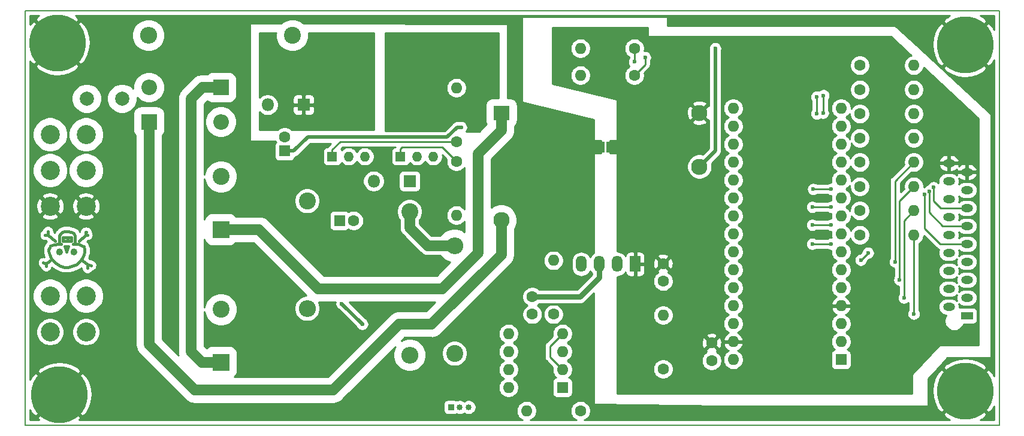
<source format=gbr>
G04 #@! TF.GenerationSoftware,KiCad,Pcbnew,5.1.5-52549c5~84~ubuntu18.04.1*
G04 #@! TF.CreationDate,2020-01-17T22:37:04+01:00*
G04 #@! TF.ProjectId,VFD,5646442e-6b69-4636-9164-5f7063625858,rev?*
G04 #@! TF.SameCoordinates,Original*
G04 #@! TF.FileFunction,Copper,L2,Bot*
G04 #@! TF.FilePolarity,Positive*
%FSLAX46Y46*%
G04 Gerber Fmt 4.6, Leading zero omitted, Abs format (unit mm)*
G04 Created by KiCad (PCBNEW 5.1.5-52549c5~84~ubuntu18.04.1) date 2020-01-17 22:37:04*
%MOMM*%
%LPD*%
G04 APERTURE LIST*
%ADD10C,0.150000*%
%ADD11C,0.381000*%
%ADD12O,1.800000X1.800000*%
%ADD13R,1.800000X1.800000*%
%ADD14C,2.300000*%
%ADD15R,2.300000X2.000000*%
%ADD16C,0.900000*%
%ADD17C,8.000000*%
%ADD18O,1.600000X1.600000*%
%ADD19C,1.600000*%
%ADD20C,2.700000*%
%ADD21C,0.100000*%
%ADD22C,0.850000*%
%ADD23R,0.850000X0.850000*%
%ADD24R,1.600000X1.600000*%
%ADD25O,1.500000X2.300000*%
%ADD26R,1.500000X2.300000*%
%ADD27R,1.700000X1.120000*%
%ADD28O,1.700000X1.120000*%
%ADD29O,1.400000X1.400000*%
%ADD30R,1.400000X1.400000*%
%ADD31O,2.400000X2.400000*%
%ADD32C,2.400000*%
%ADD33C,2.000000*%
%ADD34R,2.400000X2.400000*%
%ADD35R,2.200000X2.200000*%
%ADD36O,2.200000X2.200000*%
%ADD37C,0.600000*%
%ADD38C,0.250000*%
%ADD39C,0.500000*%
%ADD40C,1.500000*%
%ADD41C,0.750000*%
%ADD42C,0.254000*%
G04 APERTURE END LIST*
D10*
X173990000Y-93472000D02*
X36322000Y-93472000D01*
X173990000Y-34798000D02*
X173990000Y-93472000D01*
X36322000Y-93472000D02*
X36322000Y-34798000D01*
X36322000Y-34798000D02*
X173990000Y-34798000D01*
D11*
X43497500Y-67818000D02*
X43116500Y-67818000D01*
X43878500Y-67818000D02*
X43497500Y-67818000D01*
X44386500Y-68072000D02*
X43878500Y-67818000D01*
X44640500Y-68199000D02*
X44386500Y-68072000D01*
X44767500Y-68580000D02*
X44640500Y-68199000D01*
X44767500Y-68961000D02*
X44767500Y-68580000D01*
X44640500Y-69342000D02*
X44767500Y-68961000D01*
X44386500Y-69850000D02*
X44640500Y-69342000D01*
X44132500Y-70231000D02*
X44386500Y-69850000D01*
X43624500Y-70739000D02*
X44132500Y-70231000D01*
X42989500Y-70993000D02*
X43624500Y-70739000D01*
X42354500Y-71120000D02*
X42989500Y-70993000D01*
X41846500Y-71120000D02*
X42354500Y-71120000D01*
X41211500Y-70866000D02*
X41846500Y-71120000D01*
X40576500Y-70485000D02*
X41211500Y-70866000D01*
X40068500Y-69977000D02*
X40576500Y-70485000D01*
X39814500Y-69342000D02*
X40068500Y-69977000D01*
X39687500Y-68834000D02*
X39814500Y-69342000D01*
X39687500Y-68580000D02*
X39687500Y-68834000D01*
X41084500Y-67818000D02*
X41465500Y-67818000D01*
X40449500Y-67945000D02*
X41084500Y-67818000D01*
X39941500Y-68072000D02*
X40449500Y-67945000D01*
X39814500Y-68326000D02*
X39941500Y-68072000D01*
X39687500Y-68580000D02*
X39814500Y-68326000D01*
X41211500Y-67056000D02*
X41211500Y-67818000D01*
X41211500Y-66675000D02*
X41211500Y-67056000D01*
X42354500Y-66040000D02*
X41973500Y-66040000D01*
X42862500Y-66167000D02*
X42354500Y-66040000D01*
X43243500Y-66294000D02*
X42862500Y-66167000D01*
X43370500Y-66675000D02*
X43243500Y-66294000D01*
X43370500Y-67056000D02*
X43370500Y-66675000D01*
X43370500Y-67818000D02*
X43370500Y-67056000D01*
X41592500Y-66167000D02*
X41973500Y-66040000D01*
X41338500Y-66421000D02*
X41592500Y-66167000D01*
X41211500Y-66675000D02*
X41338500Y-66421000D01*
X41973500Y-68199000D02*
X42227500Y-68961000D01*
X42481500Y-68199000D02*
X41973500Y-68199000D01*
X42227500Y-68961000D02*
X42481500Y-68199000D01*
X43527481Y-68961000D02*
G75*
G03X43527481Y-68961000I-283981J0D01*
G01*
X41495481Y-68961000D02*
G75*
G03X41495481Y-68961000I-283981J0D01*
G01*
X41719500Y-66929000D02*
X41719500Y-67437000D01*
X42862500Y-66929000D02*
X41719500Y-66929000D01*
X42862500Y-67437000D02*
X42862500Y-66929000D01*
X41719500Y-67437000D02*
X42862500Y-67437000D01*
X42354500Y-67310000D02*
X42354500Y-67056000D01*
X44513500Y-70231000D02*
X45148500Y-70739000D01*
X45148500Y-70739000D02*
X45148500Y-71247000D01*
X45148500Y-70739000D02*
X45656500Y-70866000D01*
X40576500Y-67437000D02*
X39560500Y-66548000D01*
X39560500Y-66548000D02*
X39179500Y-66548000D01*
X39560500Y-66548000D02*
X39560500Y-66040000D01*
X39814500Y-70231000D02*
X39306500Y-70612000D01*
X39306500Y-70612000D02*
X39306500Y-70993000D01*
X39306500Y-70612000D02*
X38925500Y-70485000D01*
X44894500Y-66548000D02*
X45148500Y-66548000D01*
X44005500Y-67437000D02*
X44894500Y-66548000D01*
X44894500Y-66167000D02*
X45021500Y-66167000D01*
X44894500Y-66548000D02*
X44894500Y-66167000D01*
D12*
X70612000Y-48133000D03*
D13*
X75692000Y-48133000D03*
D14*
X131632000Y-49276000D03*
D15*
X103632000Y-49276000D03*
D14*
X103632000Y-64476000D03*
X131632000Y-56876000D03*
D16*
X171285320Y-37502680D03*
X169164000Y-36624000D03*
X167042680Y-37502680D03*
X166164000Y-39624000D03*
X167042680Y-41745320D03*
X169164000Y-42624000D03*
X171285320Y-41745320D03*
X172164000Y-39624000D03*
D17*
X169164000Y-39624000D03*
D18*
X107188000Y-91440000D03*
D19*
X114808000Y-91440000D03*
D18*
X161925000Y-49403000D03*
D19*
X154305000Y-49403000D03*
D18*
X161925000Y-52832000D03*
D19*
X154305000Y-52832000D03*
D18*
X161925000Y-45974000D03*
D19*
X154305000Y-45974000D03*
D18*
X161925000Y-42545000D03*
D19*
X154305000Y-42545000D03*
D20*
X44958000Y-75184000D03*
X39878000Y-75184000D03*
X44958000Y-57404000D03*
X39878000Y-57404000D03*
G04 #@! TA.AperFunction,SMDPad,CuDef*
D21*
G36*
X119014000Y-53352602D02*
G01*
X119038534Y-53352602D01*
X119087365Y-53357412D01*
X119135490Y-53366984D01*
X119182445Y-53381228D01*
X119227778Y-53400005D01*
X119271051Y-53423136D01*
X119311850Y-53450396D01*
X119349779Y-53481524D01*
X119384476Y-53516221D01*
X119415604Y-53554150D01*
X119442864Y-53594949D01*
X119465995Y-53638222D01*
X119484772Y-53683555D01*
X119499016Y-53730510D01*
X119508588Y-53778635D01*
X119513398Y-53827466D01*
X119513398Y-53852000D01*
X119514000Y-53852000D01*
X119514000Y-54352000D01*
X119513398Y-54352000D01*
X119513398Y-54376534D01*
X119508588Y-54425365D01*
X119499016Y-54473490D01*
X119484772Y-54520445D01*
X119465995Y-54565778D01*
X119442864Y-54609051D01*
X119415604Y-54649850D01*
X119384476Y-54687779D01*
X119349779Y-54722476D01*
X119311850Y-54753604D01*
X119271051Y-54780864D01*
X119227778Y-54803995D01*
X119182445Y-54822772D01*
X119135490Y-54837016D01*
X119087365Y-54846588D01*
X119038534Y-54851398D01*
X119014000Y-54851398D01*
X119014000Y-54852000D01*
X118514000Y-54852000D01*
X118514000Y-53352000D01*
X119014000Y-53352000D01*
X119014000Y-53352602D01*
G37*
G04 #@! TD.AperFunction*
G04 #@! TA.AperFunction,SMDPad,CuDef*
G36*
X118214000Y-54852000D02*
G01*
X117714000Y-54852000D01*
X117714000Y-54851398D01*
X117689466Y-54851398D01*
X117640635Y-54846588D01*
X117592510Y-54837016D01*
X117545555Y-54822772D01*
X117500222Y-54803995D01*
X117456949Y-54780864D01*
X117416150Y-54753604D01*
X117378221Y-54722476D01*
X117343524Y-54687779D01*
X117312396Y-54649850D01*
X117285136Y-54609051D01*
X117262005Y-54565778D01*
X117243228Y-54520445D01*
X117228984Y-54473490D01*
X117219412Y-54425365D01*
X117214602Y-54376534D01*
X117214602Y-54352000D01*
X117214000Y-54352000D01*
X117214000Y-53852000D01*
X117214602Y-53852000D01*
X117214602Y-53827466D01*
X117219412Y-53778635D01*
X117228984Y-53730510D01*
X117243228Y-53683555D01*
X117262005Y-53638222D01*
X117285136Y-53594949D01*
X117312396Y-53554150D01*
X117343524Y-53516221D01*
X117378221Y-53481524D01*
X117416150Y-53450396D01*
X117456949Y-53423136D01*
X117500222Y-53400005D01*
X117545555Y-53381228D01*
X117592510Y-53366984D01*
X117640635Y-53357412D01*
X117689466Y-53352602D01*
X117714000Y-53352602D01*
X117714000Y-53352000D01*
X118214000Y-53352000D01*
X118214000Y-54852000D01*
G37*
G04 #@! TD.AperFunction*
D22*
X99020000Y-90932000D03*
X97770000Y-90932000D03*
D23*
X96520000Y-90932000D03*
D18*
X161925000Y-56261000D03*
D19*
X154305000Y-56261000D03*
D18*
X136398000Y-48641000D03*
X151638000Y-48641000D03*
X136398000Y-84201000D03*
X151638000Y-51181000D03*
X136398000Y-81661000D03*
X151638000Y-53721000D03*
X136398000Y-79121000D03*
X151638000Y-56261000D03*
X136398000Y-76581000D03*
X151638000Y-58801000D03*
X136398000Y-74041000D03*
X151638000Y-61341000D03*
X136398000Y-71501000D03*
X151638000Y-63881000D03*
X136398000Y-68961000D03*
X151638000Y-66421000D03*
X136398000Y-66421000D03*
X151638000Y-68961000D03*
X136398000Y-63881000D03*
X151638000Y-71501000D03*
X136398000Y-61341000D03*
X151638000Y-74041000D03*
X136398000Y-58801000D03*
X151638000Y-76581000D03*
X136398000Y-56261000D03*
X151638000Y-79121000D03*
X136398000Y-53721000D03*
X151638000Y-81661000D03*
X136398000Y-51181000D03*
D24*
X151638000Y-84201000D03*
D18*
X161925000Y-59690000D03*
D19*
X154305000Y-59690000D03*
D25*
X114935000Y-70675500D03*
X117475000Y-70675500D03*
X120015000Y-70675500D03*
D26*
X122555000Y-70675500D03*
D27*
X169418000Y-77978000D03*
D28*
X166878000Y-76708000D03*
X169418000Y-75438000D03*
X166878000Y-74168000D03*
X169418000Y-72898000D03*
X166878000Y-71628000D03*
X169418000Y-70358000D03*
X166878000Y-69088000D03*
X169418000Y-67818000D03*
X166878000Y-66548000D03*
X169418000Y-65278000D03*
X166878000Y-64008000D03*
X169418000Y-62738000D03*
X166878000Y-61468000D03*
X169418000Y-60198000D03*
X166878000Y-58928000D03*
X169418000Y-57658000D03*
X166878000Y-56388000D03*
D12*
X85598000Y-58928000D03*
D13*
X90678000Y-58928000D03*
D29*
X93994000Y-55447333D03*
X91694000Y-55447333D03*
D30*
X89394000Y-55447333D03*
D18*
X110998000Y-70167500D03*
D19*
X110998000Y-77787500D03*
D18*
X97282000Y-45720000D03*
D19*
X97282000Y-53340000D03*
D18*
X126492000Y-77914500D03*
D19*
X126492000Y-85534500D03*
D18*
X97282000Y-63754000D03*
D19*
X97282000Y-56134000D03*
D18*
X114808000Y-43942000D03*
D19*
X122428000Y-43942000D03*
D18*
X114808000Y-40132000D03*
D19*
X122428000Y-40132000D03*
D31*
X97028000Y-68072000D03*
D32*
X97028000Y-83312000D03*
D31*
X76200000Y-76962000D03*
D32*
X76200000Y-61722000D03*
D31*
X90678000Y-83566000D03*
D32*
X90678000Y-63246000D03*
D31*
X53784500Y-38290500D03*
D32*
X74104500Y-38290500D03*
D16*
X171285320Y-86524680D03*
X169164000Y-85646000D03*
X167042680Y-86524680D03*
X166164000Y-88646000D03*
X167042680Y-90767320D03*
X169164000Y-91646000D03*
X171285320Y-90767320D03*
X172164000Y-88646000D03*
D17*
X169164000Y-88646000D03*
D16*
X43015320Y-37248680D03*
X40894000Y-36370000D03*
X38772680Y-37248680D03*
X37894000Y-39370000D03*
X38772680Y-41491320D03*
X40894000Y-42370000D03*
X43015320Y-41491320D03*
X43894000Y-39370000D03*
D17*
X40894000Y-39370000D03*
D16*
X43269320Y-87032680D03*
X41148000Y-86154000D03*
X39026680Y-87032680D03*
X38148000Y-89154000D03*
X39026680Y-91275320D03*
X41148000Y-92154000D03*
X43269320Y-91275320D03*
X44148000Y-89154000D03*
D17*
X41148000Y-89154000D03*
D33*
X45038000Y-47244000D03*
X50038000Y-47244000D03*
D34*
X64008000Y-84582000D03*
D32*
X64008000Y-77082000D03*
D34*
X64008000Y-65786000D03*
D32*
X64008000Y-58286000D03*
D19*
X108013500Y-77787500D03*
X108013500Y-75287500D03*
X126492000Y-70612000D03*
X126492000Y-73112000D03*
X133350000Y-84328000D03*
X133350000Y-81828000D03*
D24*
X80772000Y-64516000D03*
D19*
X82772000Y-64516000D03*
D24*
X73025000Y-54673500D03*
D19*
X73025000Y-52673500D03*
D35*
X64008000Y-45656500D03*
D36*
X53848000Y-45656500D03*
D35*
X53848000Y-50546000D03*
D36*
X64008000Y-50546000D03*
D20*
X44958000Y-62484000D03*
X39878000Y-62484000D03*
X44958000Y-80264000D03*
X39878000Y-80264000D03*
D18*
X104648000Y-88138000D03*
X112268000Y-80518000D03*
X104648000Y-85598000D03*
X112268000Y-83058000D03*
X104648000Y-83058000D03*
X112268000Y-85598000D03*
X104648000Y-80518000D03*
D24*
X112268000Y-88138000D03*
D20*
X44958000Y-52324000D03*
X39878000Y-52324000D03*
D18*
X161925000Y-63119000D03*
D19*
X154305000Y-63119000D03*
D18*
X161925000Y-66548000D03*
D19*
X154305000Y-66548000D03*
D29*
X84342000Y-55447333D03*
X82042000Y-55447333D03*
D30*
X79742000Y-55447333D03*
D37*
X117602000Y-40068500D03*
X157226000Y-63182500D03*
X157289500Y-70358000D03*
X143319500Y-87693500D03*
X158305500Y-75438000D03*
X122682000Y-37846000D03*
X150114000Y-42418000D03*
X142748000Y-62992000D03*
X142748000Y-60198000D03*
X142748000Y-57404000D03*
X142748000Y-52324000D03*
X129032000Y-79502000D03*
X157099000Y-66548000D03*
X157607000Y-72771000D03*
X161925000Y-77724000D03*
X160528000Y-75438000D03*
X159903000Y-72898000D03*
X159278000Y-70358000D03*
X163449000Y-60833000D03*
X164089002Y-60352999D03*
X133858000Y-40132000D03*
X164719000Y-59817000D03*
X147711000Y-60071000D03*
X150241000Y-60071000D03*
X155448000Y-69088000D03*
X147574000Y-67818000D03*
X150241000Y-67818000D03*
X154434558Y-70101442D03*
X147574000Y-65151000D03*
X150241000Y-65151000D03*
X147574000Y-62611000D03*
X150241000Y-62611000D03*
X117284500Y-54102000D03*
X111569500Y-91313000D03*
X102044500Y-75184000D03*
X88328500Y-60642500D03*
X82359500Y-71056500D03*
X69151500Y-76644500D03*
X108204000Y-83185000D03*
X115252500Y-77025500D03*
X80772000Y-48514000D03*
X82042000Y-50292000D03*
X82042000Y-48514000D03*
X79692500Y-45847000D03*
X84518500Y-45783500D03*
X84328000Y-51181000D03*
X79629000Y-51371500D03*
X82042000Y-46736000D03*
X83312000Y-46736000D03*
X83312000Y-48514000D03*
X83312000Y-50292000D03*
X80772000Y-50292000D03*
X80772000Y-46736000D03*
X123952000Y-41402000D03*
X149098000Y-49276000D03*
X149164058Y-46802058D03*
X148209000Y-46990000D03*
X148209000Y-49403000D03*
X122428000Y-42044999D03*
X83999569Y-79173569D03*
X81100431Y-76274431D03*
X97957000Y-51308000D03*
X91694000Y-50038000D03*
X91694000Y-48514000D03*
X89281000Y-45847000D03*
X89281000Y-51244500D03*
X94107000Y-51308000D03*
X94107000Y-45847000D03*
X91694000Y-46990000D03*
X90170000Y-48514000D03*
X93218000Y-48514000D03*
X93218000Y-46990000D03*
X90170000Y-50038000D03*
X93218000Y-50038000D03*
X90170000Y-46990000D03*
D38*
X161925000Y-77724000D02*
X161925000Y-66548000D01*
X160528000Y-75438000D02*
X160528000Y-64516000D01*
X160528000Y-64516000D02*
X161925000Y-63119000D01*
X159903000Y-72898000D02*
X159903000Y-61712000D01*
X159903000Y-61712000D02*
X161925000Y-59690000D01*
X159278000Y-70358000D02*
X159278000Y-58908000D01*
X159278000Y-58908000D02*
X161925000Y-56261000D01*
X163449000Y-65659000D02*
X163449000Y-60833000D01*
X165608000Y-67818000D02*
X163449000Y-65659000D01*
X166606407Y-67818000D02*
X165608000Y-67818000D01*
X168318000Y-67818000D02*
X166606407Y-67818000D01*
X169418000Y-67818000D02*
X168318000Y-67818000D01*
X164089002Y-63378002D02*
X164089002Y-60352999D01*
X165989000Y-65278000D02*
X164089002Y-63378002D01*
X168318000Y-65278000D02*
X165989000Y-65278000D01*
X169418000Y-65278000D02*
X168318000Y-65278000D01*
D39*
X133858000Y-54650000D02*
X131632000Y-56876000D01*
X133858000Y-40132000D02*
X133858000Y-54650000D01*
D38*
X164719000Y-61722000D02*
X164719000Y-59817000D01*
X165735000Y-62738000D02*
X164719000Y-61722000D01*
X168318000Y-62738000D02*
X165735000Y-62738000D01*
X169418000Y-62738000D02*
X168318000Y-62738000D01*
D40*
X103632000Y-51776000D02*
X100330000Y-55078000D01*
X77790003Y-74186001D02*
X69390002Y-65786000D01*
X69390002Y-65786000D02*
X66708000Y-65786000D01*
X100330000Y-55078000D02*
X100330000Y-69136002D01*
X103632000Y-49276000D02*
X103632000Y-51776000D01*
X66708000Y-65786000D02*
X64008000Y-65786000D01*
X100330000Y-69136002D02*
X95280001Y-74186001D01*
X95280001Y-74186001D02*
X77790003Y-74186001D01*
X103482000Y-49276000D02*
X103632000Y-49276000D01*
D41*
X108013500Y-75287500D02*
X114763000Y-75287500D01*
X114763000Y-75287500D02*
X117475000Y-72575500D01*
X117475000Y-72575500D02*
X117475000Y-70675500D01*
D38*
X110490000Y-82296000D02*
X110490000Y-83820000D01*
X110490000Y-83820000D02*
X112268000Y-85598000D01*
X112268000Y-80518000D02*
X110490000Y-82296000D01*
X150241000Y-60071000D02*
X147711000Y-60071000D01*
X150241000Y-67818000D02*
X147574000Y-67818000D01*
X155448000Y-69088000D02*
X154434558Y-70101442D01*
X150241000Y-65151000D02*
X147574000Y-65151000D01*
X150241000Y-62611000D02*
X147574000Y-62611000D01*
X123952000Y-42418000D02*
X122428000Y-43942000D01*
X123952000Y-41402000D02*
X123952000Y-42418000D01*
X149164058Y-49209942D02*
X149098000Y-49276000D01*
X149164058Y-46802058D02*
X149164058Y-49209942D01*
X122428000Y-40132000D02*
X122428000Y-42044999D01*
X148209000Y-46990000D02*
X148209000Y-49403000D01*
D40*
X59817000Y-47247500D02*
X61408000Y-45656500D01*
X61308000Y-84582000D02*
X59817000Y-83091000D01*
X61408000Y-45656500D02*
X64008000Y-45656500D01*
X64008000Y-84582000D02*
X61308000Y-84582000D01*
X59817000Y-83091000D02*
X59817000Y-47247500D01*
D39*
X81100431Y-76274431D02*
X83999569Y-79173569D01*
X76283510Y-52714990D02*
X74325000Y-54673500D01*
X74325000Y-54673500D02*
X73025000Y-54673500D01*
X95983008Y-52714990D02*
X97389998Y-51308000D01*
X97389998Y-51308000D02*
X97957000Y-51308000D01*
X95983008Y-52714990D02*
X76283510Y-52714990D01*
D40*
X89185988Y-79212010D02*
X93789541Y-79212009D01*
X93789541Y-79212009D02*
X103632000Y-69369550D01*
X53848000Y-80303994D02*
X53848000Y-82071761D01*
X53848000Y-82071761D02*
X60308240Y-88532001D01*
X53848000Y-80303994D02*
X53848000Y-50546000D01*
X79865997Y-88532001D02*
X89185988Y-79212010D01*
X103632000Y-69369550D02*
X103632000Y-64476000D01*
X53848000Y-80303994D02*
X53848000Y-80657548D01*
X60308240Y-88532001D02*
X79865997Y-88532001D01*
X90678000Y-65532000D02*
X93218000Y-68072000D01*
X93218000Y-68072000D02*
X97028000Y-68072000D01*
X90678000Y-63246000D02*
X90678000Y-65532000D01*
D38*
X89394000Y-55447333D02*
X89394000Y-54342000D01*
X89394000Y-54342000D02*
X89613668Y-54122332D01*
X89613668Y-54122332D02*
X95270332Y-54122332D01*
X95270332Y-54122332D02*
X96482001Y-55334001D01*
X96482001Y-55334001D02*
X97282000Y-56134000D01*
X79742000Y-55447333D02*
X79742000Y-54497333D01*
X79742000Y-54497333D02*
X80899333Y-53340000D01*
X80899333Y-53340000D02*
X96150630Y-53340000D01*
X96150630Y-53340000D02*
X97282000Y-53340000D01*
D42*
G36*
X103251000Y-47143547D02*
G01*
X102482000Y-47143547D01*
X102261069Y-47165307D01*
X102048629Y-47229750D01*
X101852843Y-47334400D01*
X101681235Y-47475235D01*
X101540400Y-47646843D01*
X101435750Y-47842629D01*
X101371307Y-48055069D01*
X101349547Y-48276000D01*
X101349547Y-50276000D01*
X101371307Y-50496931D01*
X101435750Y-50709371D01*
X101517964Y-50863183D01*
X100528132Y-51943000D01*
X98644290Y-51943000D01*
X98683262Y-51904028D01*
X98785586Y-51750889D01*
X98856068Y-51580729D01*
X98892000Y-51400089D01*
X98892000Y-51215911D01*
X98856068Y-51035271D01*
X98785586Y-50865111D01*
X98683262Y-50711972D01*
X98553028Y-50581738D01*
X98399889Y-50479414D01*
X98229729Y-50408932D01*
X98049089Y-50373000D01*
X97864911Y-50373000D01*
X97684271Y-50408932D01*
X97650308Y-50423000D01*
X97433463Y-50423000D01*
X97389997Y-50418719D01*
X97346531Y-50423000D01*
X97346521Y-50423000D01*
X97216508Y-50435805D01*
X97049685Y-50486411D01*
X96895939Y-50568589D01*
X96895937Y-50568590D01*
X96895938Y-50568590D01*
X96794951Y-50651468D01*
X96794949Y-50651470D01*
X96761181Y-50679183D01*
X96733468Y-50712951D01*
X95616430Y-51829990D01*
X87249000Y-51829990D01*
X87249000Y-45578665D01*
X95847000Y-45578665D01*
X95847000Y-45861335D01*
X95902147Y-46138574D01*
X96010320Y-46399727D01*
X96167363Y-46634759D01*
X96367241Y-46834637D01*
X96602273Y-46991680D01*
X96863426Y-47099853D01*
X97140665Y-47155000D01*
X97423335Y-47155000D01*
X97700574Y-47099853D01*
X97961727Y-46991680D01*
X98196759Y-46834637D01*
X98396637Y-46634759D01*
X98553680Y-46399727D01*
X98661853Y-46138574D01*
X98717000Y-45861335D01*
X98717000Y-45578665D01*
X98661853Y-45301426D01*
X98553680Y-45040273D01*
X98396637Y-44805241D01*
X98196759Y-44605363D01*
X97961727Y-44448320D01*
X97700574Y-44340147D01*
X97423335Y-44285000D01*
X97140665Y-44285000D01*
X96863426Y-44340147D01*
X96602273Y-44448320D01*
X96367241Y-44605363D01*
X96167363Y-44805241D01*
X96010320Y-45040273D01*
X95902147Y-45301426D01*
X95847000Y-45578665D01*
X87249000Y-45578665D01*
X87249000Y-37973000D01*
X103251000Y-37973000D01*
X103251000Y-47143547D01*
G37*
X103251000Y-47143547D02*
X102482000Y-47143547D01*
X102261069Y-47165307D01*
X102048629Y-47229750D01*
X101852843Y-47334400D01*
X101681235Y-47475235D01*
X101540400Y-47646843D01*
X101435750Y-47842629D01*
X101371307Y-48055069D01*
X101349547Y-48276000D01*
X101349547Y-50276000D01*
X101371307Y-50496931D01*
X101435750Y-50709371D01*
X101517964Y-50863183D01*
X100528132Y-51943000D01*
X98644290Y-51943000D01*
X98683262Y-51904028D01*
X98785586Y-51750889D01*
X98856068Y-51580729D01*
X98892000Y-51400089D01*
X98892000Y-51215911D01*
X98856068Y-51035271D01*
X98785586Y-50865111D01*
X98683262Y-50711972D01*
X98553028Y-50581738D01*
X98399889Y-50479414D01*
X98229729Y-50408932D01*
X98049089Y-50373000D01*
X97864911Y-50373000D01*
X97684271Y-50408932D01*
X97650308Y-50423000D01*
X97433463Y-50423000D01*
X97389997Y-50418719D01*
X97346531Y-50423000D01*
X97346521Y-50423000D01*
X97216508Y-50435805D01*
X97049685Y-50486411D01*
X96895939Y-50568589D01*
X96895937Y-50568590D01*
X96895938Y-50568590D01*
X96794951Y-50651468D01*
X96794949Y-50651470D01*
X96761181Y-50679183D01*
X96733468Y-50712951D01*
X95616430Y-51829990D01*
X87249000Y-51829990D01*
X87249000Y-45578665D01*
X95847000Y-45578665D01*
X95847000Y-45861335D01*
X95902147Y-46138574D01*
X96010320Y-46399727D01*
X96167363Y-46634759D01*
X96367241Y-46834637D01*
X96602273Y-46991680D01*
X96863426Y-47099853D01*
X97140665Y-47155000D01*
X97423335Y-47155000D01*
X97700574Y-47099853D01*
X97961727Y-46991680D01*
X98196759Y-46834637D01*
X98396637Y-46634759D01*
X98553680Y-46399727D01*
X98661853Y-46138574D01*
X98717000Y-45861335D01*
X98717000Y-45578665D01*
X98661853Y-45301426D01*
X98553680Y-45040273D01*
X98396637Y-44805241D01*
X98196759Y-44605363D01*
X97961727Y-44448320D01*
X97700574Y-44340147D01*
X97423335Y-44285000D01*
X97140665Y-44285000D01*
X96863426Y-44340147D01*
X96602273Y-44448320D01*
X96367241Y-44605363D01*
X96167363Y-44805241D01*
X96010320Y-45040273D01*
X95902147Y-45301426D01*
X95847000Y-45578665D01*
X87249000Y-45578665D01*
X87249000Y-37973000D01*
X103251000Y-37973000D01*
X103251000Y-47143547D01*
G36*
X71777500Y-38061311D02*
G01*
X71777500Y-38519689D01*
X71866926Y-38969261D01*
X72042340Y-39392748D01*
X72297001Y-39773876D01*
X72621124Y-40097999D01*
X73002252Y-40352660D01*
X73425739Y-40528074D01*
X73875311Y-40617500D01*
X74333689Y-40617500D01*
X74783261Y-40528074D01*
X75206748Y-40352660D01*
X75587876Y-40097999D01*
X75911999Y-39773876D01*
X76166660Y-39392748D01*
X76342074Y-38969261D01*
X76431500Y-38519689D01*
X76431500Y-38061311D01*
X76413934Y-37973000D01*
X85598000Y-37973000D01*
X85598000Y-51689000D01*
X74069896Y-51689000D01*
X73939759Y-51558863D01*
X73704727Y-51401820D01*
X73443574Y-51293647D01*
X73166335Y-51238500D01*
X72883665Y-51238500D01*
X72606426Y-51293647D01*
X72345273Y-51401820D01*
X72110241Y-51558863D01*
X71980104Y-51689000D01*
X69469000Y-51689000D01*
X69469000Y-49160817D01*
X69633495Y-49325312D01*
X69884905Y-49493299D01*
X70164257Y-49609011D01*
X70460816Y-49668000D01*
X70763184Y-49668000D01*
X71059743Y-49609011D01*
X71339095Y-49493299D01*
X71590505Y-49325312D01*
X71804312Y-49111505D01*
X71856767Y-49033000D01*
X74153928Y-49033000D01*
X74166188Y-49157482D01*
X74202498Y-49277180D01*
X74261463Y-49387494D01*
X74340815Y-49484185D01*
X74437506Y-49563537D01*
X74547820Y-49622502D01*
X74667518Y-49658812D01*
X74792000Y-49671072D01*
X75406250Y-49668000D01*
X75565000Y-49509250D01*
X75565000Y-48260000D01*
X75819000Y-48260000D01*
X75819000Y-49509250D01*
X75977750Y-49668000D01*
X76592000Y-49671072D01*
X76716482Y-49658812D01*
X76836180Y-49622502D01*
X76946494Y-49563537D01*
X77043185Y-49484185D01*
X77122537Y-49387494D01*
X77181502Y-49277180D01*
X77217812Y-49157482D01*
X77230072Y-49033000D01*
X77227000Y-48418750D01*
X77068250Y-48260000D01*
X75819000Y-48260000D01*
X75565000Y-48260000D01*
X74315750Y-48260000D01*
X74157000Y-48418750D01*
X74153928Y-49033000D01*
X71856767Y-49033000D01*
X71972299Y-48860095D01*
X72088011Y-48580743D01*
X72147000Y-48284184D01*
X72147000Y-47981816D01*
X72088011Y-47685257D01*
X71972299Y-47405905D01*
X71856768Y-47233000D01*
X74153928Y-47233000D01*
X74157000Y-47847250D01*
X74315750Y-48006000D01*
X75565000Y-48006000D01*
X75565000Y-46756750D01*
X75819000Y-46756750D01*
X75819000Y-48006000D01*
X77068250Y-48006000D01*
X77227000Y-47847250D01*
X77230072Y-47233000D01*
X77217812Y-47108518D01*
X77181502Y-46988820D01*
X77122537Y-46878506D01*
X77043185Y-46781815D01*
X76946494Y-46702463D01*
X76836180Y-46643498D01*
X76716482Y-46607188D01*
X76592000Y-46594928D01*
X75977750Y-46598000D01*
X75819000Y-46756750D01*
X75565000Y-46756750D01*
X75406250Y-46598000D01*
X74792000Y-46594928D01*
X74667518Y-46607188D01*
X74547820Y-46643498D01*
X74437506Y-46702463D01*
X74340815Y-46781815D01*
X74261463Y-46878506D01*
X74202498Y-46988820D01*
X74166188Y-47108518D01*
X74153928Y-47233000D01*
X71856768Y-47233000D01*
X71804312Y-47154495D01*
X71590505Y-46940688D01*
X71339095Y-46772701D01*
X71059743Y-46656989D01*
X70763184Y-46598000D01*
X70460816Y-46598000D01*
X70164257Y-46656989D01*
X69884905Y-46772701D01*
X69633495Y-46940688D01*
X69469000Y-47105183D01*
X69469000Y-37973000D01*
X71795066Y-37973000D01*
X71777500Y-38061311D01*
G37*
X71777500Y-38061311D02*
X71777500Y-38519689D01*
X71866926Y-38969261D01*
X72042340Y-39392748D01*
X72297001Y-39773876D01*
X72621124Y-40097999D01*
X73002252Y-40352660D01*
X73425739Y-40528074D01*
X73875311Y-40617500D01*
X74333689Y-40617500D01*
X74783261Y-40528074D01*
X75206748Y-40352660D01*
X75587876Y-40097999D01*
X75911999Y-39773876D01*
X76166660Y-39392748D01*
X76342074Y-38969261D01*
X76431500Y-38519689D01*
X76431500Y-38061311D01*
X76413934Y-37973000D01*
X85598000Y-37973000D01*
X85598000Y-51689000D01*
X74069896Y-51689000D01*
X73939759Y-51558863D01*
X73704727Y-51401820D01*
X73443574Y-51293647D01*
X73166335Y-51238500D01*
X72883665Y-51238500D01*
X72606426Y-51293647D01*
X72345273Y-51401820D01*
X72110241Y-51558863D01*
X71980104Y-51689000D01*
X69469000Y-51689000D01*
X69469000Y-49160817D01*
X69633495Y-49325312D01*
X69884905Y-49493299D01*
X70164257Y-49609011D01*
X70460816Y-49668000D01*
X70763184Y-49668000D01*
X71059743Y-49609011D01*
X71339095Y-49493299D01*
X71590505Y-49325312D01*
X71804312Y-49111505D01*
X71856767Y-49033000D01*
X74153928Y-49033000D01*
X74166188Y-49157482D01*
X74202498Y-49277180D01*
X74261463Y-49387494D01*
X74340815Y-49484185D01*
X74437506Y-49563537D01*
X74547820Y-49622502D01*
X74667518Y-49658812D01*
X74792000Y-49671072D01*
X75406250Y-49668000D01*
X75565000Y-49509250D01*
X75565000Y-48260000D01*
X75819000Y-48260000D01*
X75819000Y-49509250D01*
X75977750Y-49668000D01*
X76592000Y-49671072D01*
X76716482Y-49658812D01*
X76836180Y-49622502D01*
X76946494Y-49563537D01*
X77043185Y-49484185D01*
X77122537Y-49387494D01*
X77181502Y-49277180D01*
X77217812Y-49157482D01*
X77230072Y-49033000D01*
X77227000Y-48418750D01*
X77068250Y-48260000D01*
X75819000Y-48260000D01*
X75565000Y-48260000D01*
X74315750Y-48260000D01*
X74157000Y-48418750D01*
X74153928Y-49033000D01*
X71856767Y-49033000D01*
X71972299Y-48860095D01*
X72088011Y-48580743D01*
X72147000Y-48284184D01*
X72147000Y-47981816D01*
X72088011Y-47685257D01*
X71972299Y-47405905D01*
X71856768Y-47233000D01*
X74153928Y-47233000D01*
X74157000Y-47847250D01*
X74315750Y-48006000D01*
X75565000Y-48006000D01*
X75565000Y-46756750D01*
X75819000Y-46756750D01*
X75819000Y-48006000D01*
X77068250Y-48006000D01*
X77227000Y-47847250D01*
X77230072Y-47233000D01*
X77217812Y-47108518D01*
X77181502Y-46988820D01*
X77122537Y-46878506D01*
X77043185Y-46781815D01*
X76946494Y-46702463D01*
X76836180Y-46643498D01*
X76716482Y-46607188D01*
X76592000Y-46594928D01*
X75977750Y-46598000D01*
X75819000Y-46756750D01*
X75565000Y-46756750D01*
X75406250Y-46598000D01*
X74792000Y-46594928D01*
X74667518Y-46607188D01*
X74547820Y-46643498D01*
X74437506Y-46702463D01*
X74340815Y-46781815D01*
X74261463Y-46878506D01*
X74202498Y-46988820D01*
X74166188Y-47108518D01*
X74153928Y-47233000D01*
X71856768Y-47233000D01*
X71804312Y-47154495D01*
X71590505Y-46940688D01*
X71339095Y-46772701D01*
X71059743Y-46656989D01*
X70763184Y-46598000D01*
X70460816Y-46598000D01*
X70164257Y-46656989D01*
X69884905Y-46772701D01*
X69633495Y-46940688D01*
X69469000Y-47105183D01*
X69469000Y-37973000D01*
X71795066Y-37973000D01*
X71777500Y-38061311D01*
G36*
X124333000Y-38354000D02*
G01*
X124335440Y-38378776D01*
X124342667Y-38402601D01*
X124354403Y-38424557D01*
X124370197Y-38443803D01*
X124389443Y-38459597D01*
X124411399Y-38471333D01*
X124435224Y-38478560D01*
X124460000Y-38481000D01*
X158699729Y-38481000D01*
X161500186Y-41110000D01*
X161549749Y-41156529D01*
X161506426Y-41165147D01*
X161245273Y-41273320D01*
X161010241Y-41430363D01*
X160810363Y-41630241D01*
X160653320Y-41865273D01*
X160545147Y-42126426D01*
X160490000Y-42403665D01*
X160490000Y-42686335D01*
X160545147Y-42963574D01*
X160653320Y-43224727D01*
X160810363Y-43459759D01*
X161010241Y-43659637D01*
X161245273Y-43816680D01*
X161506426Y-43924853D01*
X161783665Y-43980000D01*
X162066335Y-43980000D01*
X162343574Y-43924853D01*
X162604727Y-43816680D01*
X162839759Y-43659637D01*
X163039637Y-43459759D01*
X163196680Y-43224727D01*
X163304853Y-42963574D01*
X163331570Y-42829259D01*
X171069000Y-50092969D01*
X171069000Y-82169000D01*
X165608000Y-82169000D01*
X165583224Y-82171440D01*
X165581079Y-82172091D01*
X165579220Y-82172304D01*
X165569367Y-82175643D01*
X165559399Y-82178667D01*
X165557586Y-82179636D01*
X165555642Y-82180295D01*
X165546630Y-82185492D01*
X165537443Y-82190403D01*
X165536014Y-82191615D01*
X165534075Y-82192733D01*
X165515349Y-82209139D01*
X161705349Y-86273139D01*
X161692403Y-86289443D01*
X161691435Y-86291254D01*
X161690183Y-86292884D01*
X161685573Y-86302221D01*
X161680667Y-86311399D01*
X161680071Y-86313364D01*
X161679161Y-86315207D01*
X161676460Y-86325266D01*
X161673440Y-86335224D01*
X161673239Y-86337267D01*
X161672706Y-86339252D01*
X161671000Y-86360000D01*
X161671000Y-89027000D01*
X120015000Y-89027000D01*
X120015000Y-85393165D01*
X125057000Y-85393165D01*
X125057000Y-85675835D01*
X125112147Y-85953074D01*
X125220320Y-86214227D01*
X125377363Y-86449259D01*
X125577241Y-86649137D01*
X125812273Y-86806180D01*
X126073426Y-86914353D01*
X126350665Y-86969500D01*
X126633335Y-86969500D01*
X126910574Y-86914353D01*
X127171727Y-86806180D01*
X127406759Y-86649137D01*
X127606637Y-86449259D01*
X127763680Y-86214227D01*
X127871853Y-85953074D01*
X127927000Y-85675835D01*
X127927000Y-85393165D01*
X127871853Y-85115926D01*
X127763680Y-84854773D01*
X127606637Y-84619741D01*
X127406759Y-84419863D01*
X127171727Y-84262820D01*
X126987873Y-84186665D01*
X131915000Y-84186665D01*
X131915000Y-84469335D01*
X131970147Y-84746574D01*
X132078320Y-85007727D01*
X132235363Y-85242759D01*
X132435241Y-85442637D01*
X132670273Y-85599680D01*
X132931426Y-85707853D01*
X133208665Y-85763000D01*
X133491335Y-85763000D01*
X133768574Y-85707853D01*
X134029727Y-85599680D01*
X134264759Y-85442637D01*
X134464637Y-85242759D01*
X134621680Y-85007727D01*
X134729853Y-84746574D01*
X134785000Y-84469335D01*
X134785000Y-84186665D01*
X134759738Y-84059665D01*
X134963000Y-84059665D01*
X134963000Y-84342335D01*
X135018147Y-84619574D01*
X135126320Y-84880727D01*
X135283363Y-85115759D01*
X135483241Y-85315637D01*
X135718273Y-85472680D01*
X135979426Y-85580853D01*
X136256665Y-85636000D01*
X136539335Y-85636000D01*
X136816574Y-85580853D01*
X137077727Y-85472680D01*
X137312759Y-85315637D01*
X137512637Y-85115759D01*
X137669680Y-84880727D01*
X137777853Y-84619574D01*
X137833000Y-84342335D01*
X137833000Y-84059665D01*
X137777853Y-83782426D01*
X137669680Y-83521273D01*
X137589317Y-83401000D01*
X150199928Y-83401000D01*
X150199928Y-85001000D01*
X150212188Y-85125482D01*
X150248498Y-85245180D01*
X150307463Y-85355494D01*
X150386815Y-85452185D01*
X150483506Y-85531537D01*
X150593820Y-85590502D01*
X150713518Y-85626812D01*
X150838000Y-85639072D01*
X152438000Y-85639072D01*
X152562482Y-85626812D01*
X152682180Y-85590502D01*
X152792494Y-85531537D01*
X152889185Y-85452185D01*
X152968537Y-85355494D01*
X153027502Y-85245180D01*
X153063812Y-85125482D01*
X153076072Y-85001000D01*
X153076072Y-83401000D01*
X153063812Y-83276518D01*
X153027502Y-83156820D01*
X152968537Y-83046506D01*
X152889185Y-82949815D01*
X152792494Y-82870463D01*
X152682180Y-82811498D01*
X152562482Y-82775188D01*
X152554039Y-82774357D01*
X152752637Y-82575759D01*
X152909680Y-82340727D01*
X153017853Y-82079574D01*
X153073000Y-81802335D01*
X153073000Y-81519665D01*
X153017853Y-81242426D01*
X152909680Y-80981273D01*
X152752637Y-80746241D01*
X152552759Y-80546363D01*
X152320241Y-80391000D01*
X152552759Y-80235637D01*
X152752637Y-80035759D01*
X152909680Y-79800727D01*
X153017853Y-79539574D01*
X153073000Y-79262335D01*
X153073000Y-78979665D01*
X153017853Y-78702426D01*
X152909680Y-78441273D01*
X152752637Y-78206241D01*
X152552759Y-78006363D01*
X152317727Y-77849320D01*
X152307135Y-77844933D01*
X152493131Y-77733385D01*
X152701519Y-77544414D01*
X152869037Y-77318420D01*
X152989246Y-77064087D01*
X153029904Y-76930039D01*
X152907915Y-76708000D01*
X151765000Y-76708000D01*
X151765000Y-76728000D01*
X151511000Y-76728000D01*
X151511000Y-76708000D01*
X150368085Y-76708000D01*
X150246096Y-76930039D01*
X150286754Y-77064087D01*
X150406963Y-77318420D01*
X150574481Y-77544414D01*
X150782869Y-77733385D01*
X150968865Y-77844933D01*
X150958273Y-77849320D01*
X150723241Y-78006363D01*
X150523363Y-78206241D01*
X150366320Y-78441273D01*
X150258147Y-78702426D01*
X150203000Y-78979665D01*
X150203000Y-79262335D01*
X150258147Y-79539574D01*
X150366320Y-79800727D01*
X150523363Y-80035759D01*
X150723241Y-80235637D01*
X150955759Y-80391000D01*
X150723241Y-80546363D01*
X150523363Y-80746241D01*
X150366320Y-80981273D01*
X150258147Y-81242426D01*
X150203000Y-81519665D01*
X150203000Y-81802335D01*
X150258147Y-82079574D01*
X150366320Y-82340727D01*
X150523363Y-82575759D01*
X150721961Y-82774357D01*
X150713518Y-82775188D01*
X150593820Y-82811498D01*
X150483506Y-82870463D01*
X150386815Y-82949815D01*
X150307463Y-83046506D01*
X150248498Y-83156820D01*
X150212188Y-83276518D01*
X150199928Y-83401000D01*
X137589317Y-83401000D01*
X137512637Y-83286241D01*
X137312759Y-83086363D01*
X137077727Y-82929320D01*
X137067135Y-82924933D01*
X137253131Y-82813385D01*
X137461519Y-82624414D01*
X137629037Y-82398420D01*
X137749246Y-82144087D01*
X137789904Y-82010039D01*
X137667915Y-81788000D01*
X136525000Y-81788000D01*
X136525000Y-81808000D01*
X136271000Y-81808000D01*
X136271000Y-81788000D01*
X135128085Y-81788000D01*
X135006096Y-82010039D01*
X135046754Y-82144087D01*
X135166963Y-82398420D01*
X135334481Y-82624414D01*
X135542869Y-82813385D01*
X135728865Y-82924933D01*
X135718273Y-82929320D01*
X135483241Y-83086363D01*
X135283363Y-83286241D01*
X135126320Y-83521273D01*
X135018147Y-83782426D01*
X134963000Y-84059665D01*
X134759738Y-84059665D01*
X134729853Y-83909426D01*
X134621680Y-83648273D01*
X134464637Y-83413241D01*
X134264759Y-83213363D01*
X134064131Y-83079308D01*
X134091514Y-83064671D01*
X134163097Y-82820702D01*
X133350000Y-82007605D01*
X132536903Y-82820702D01*
X132608486Y-83064671D01*
X132637341Y-83078324D01*
X132435241Y-83213363D01*
X132235363Y-83413241D01*
X132078320Y-83648273D01*
X131970147Y-83909426D01*
X131915000Y-84186665D01*
X126987873Y-84186665D01*
X126910574Y-84154647D01*
X126633335Y-84099500D01*
X126350665Y-84099500D01*
X126073426Y-84154647D01*
X125812273Y-84262820D01*
X125577241Y-84419863D01*
X125377363Y-84619741D01*
X125220320Y-84854773D01*
X125112147Y-85115926D01*
X125057000Y-85393165D01*
X120015000Y-85393165D01*
X120015000Y-81898512D01*
X131909783Y-81898512D01*
X131951213Y-82178130D01*
X132046397Y-82444292D01*
X132113329Y-82569514D01*
X132357298Y-82641097D01*
X133170395Y-81828000D01*
X133529605Y-81828000D01*
X134342702Y-82641097D01*
X134586671Y-82569514D01*
X134707571Y-82314004D01*
X134776300Y-82039816D01*
X134790217Y-81757488D01*
X134748787Y-81477870D01*
X134653603Y-81211708D01*
X134586671Y-81086486D01*
X134342702Y-81014903D01*
X133529605Y-81828000D01*
X133170395Y-81828000D01*
X132357298Y-81014903D01*
X132113329Y-81086486D01*
X131992429Y-81341996D01*
X131923700Y-81616184D01*
X131909783Y-81898512D01*
X120015000Y-81898512D01*
X120015000Y-80835298D01*
X132536903Y-80835298D01*
X133350000Y-81648395D01*
X134163097Y-80835298D01*
X134091514Y-80591329D01*
X133836004Y-80470429D01*
X133561816Y-80401700D01*
X133279488Y-80387783D01*
X132999870Y-80429213D01*
X132733708Y-80524397D01*
X132608486Y-80591329D01*
X132536903Y-80835298D01*
X120015000Y-80835298D01*
X120015000Y-77773165D01*
X125057000Y-77773165D01*
X125057000Y-78055835D01*
X125112147Y-78333074D01*
X125220320Y-78594227D01*
X125377363Y-78829259D01*
X125577241Y-79029137D01*
X125812273Y-79186180D01*
X126073426Y-79294353D01*
X126350665Y-79349500D01*
X126633335Y-79349500D01*
X126910574Y-79294353D01*
X127171727Y-79186180D01*
X127406759Y-79029137D01*
X127606637Y-78829259D01*
X127763680Y-78594227D01*
X127871853Y-78333074D01*
X127927000Y-78055835D01*
X127927000Y-77773165D01*
X127871853Y-77495926D01*
X127763680Y-77234773D01*
X127606637Y-76999741D01*
X127406759Y-76799863D01*
X127171727Y-76642820D01*
X126910574Y-76534647D01*
X126633335Y-76479500D01*
X126350665Y-76479500D01*
X126073426Y-76534647D01*
X125812273Y-76642820D01*
X125577241Y-76799863D01*
X125377363Y-76999741D01*
X125220320Y-77234773D01*
X125112147Y-77495926D01*
X125057000Y-77773165D01*
X120015000Y-77773165D01*
X120015000Y-72970665D01*
X125057000Y-72970665D01*
X125057000Y-73253335D01*
X125112147Y-73530574D01*
X125220320Y-73791727D01*
X125377363Y-74026759D01*
X125577241Y-74226637D01*
X125812273Y-74383680D01*
X126073426Y-74491853D01*
X126350665Y-74547000D01*
X126633335Y-74547000D01*
X126910574Y-74491853D01*
X127171727Y-74383680D01*
X127406759Y-74226637D01*
X127606637Y-74026759D01*
X127763680Y-73791727D01*
X127871853Y-73530574D01*
X127927000Y-73253335D01*
X127927000Y-72970665D01*
X127871853Y-72693426D01*
X127763680Y-72432273D01*
X127606637Y-72197241D01*
X127406759Y-71997363D01*
X127206131Y-71863308D01*
X127233514Y-71848671D01*
X127305097Y-71604702D01*
X126492000Y-70791605D01*
X125678903Y-71604702D01*
X125750486Y-71848671D01*
X125779341Y-71862324D01*
X125577241Y-71997363D01*
X125377363Y-72197241D01*
X125220320Y-72432273D01*
X125112147Y-72693426D01*
X125057000Y-72970665D01*
X120015000Y-72970665D01*
X120015000Y-72467201D01*
X120286506Y-72440460D01*
X120547580Y-72361264D01*
X120788187Y-72232657D01*
X120999080Y-72059581D01*
X121169527Y-71851892D01*
X121179188Y-71949982D01*
X121215498Y-72069680D01*
X121274463Y-72179994D01*
X121353815Y-72276685D01*
X121450506Y-72356037D01*
X121560820Y-72415002D01*
X121680518Y-72451312D01*
X121805000Y-72463572D01*
X122269250Y-72460500D01*
X122428000Y-72301750D01*
X122428000Y-70802500D01*
X122682000Y-70802500D01*
X122682000Y-72301750D01*
X122840750Y-72460500D01*
X123305000Y-72463572D01*
X123429482Y-72451312D01*
X123549180Y-72415002D01*
X123659494Y-72356037D01*
X123756185Y-72276685D01*
X123835537Y-72179994D01*
X123894502Y-72069680D01*
X123930812Y-71949982D01*
X123943072Y-71825500D01*
X123940000Y-70961250D01*
X123781250Y-70802500D01*
X122682000Y-70802500D01*
X122428000Y-70802500D01*
X122408000Y-70802500D01*
X122408000Y-70682512D01*
X125051783Y-70682512D01*
X125093213Y-70962130D01*
X125188397Y-71228292D01*
X125255329Y-71353514D01*
X125499298Y-71425097D01*
X126312395Y-70612000D01*
X126671605Y-70612000D01*
X127484702Y-71425097D01*
X127728671Y-71353514D01*
X127849571Y-71098004D01*
X127918300Y-70823816D01*
X127932217Y-70541488D01*
X127890787Y-70261870D01*
X127795603Y-69995708D01*
X127728671Y-69870486D01*
X127484702Y-69798903D01*
X126671605Y-70612000D01*
X126312395Y-70612000D01*
X125499298Y-69798903D01*
X125255329Y-69870486D01*
X125134429Y-70125996D01*
X125065700Y-70400184D01*
X125051783Y-70682512D01*
X122408000Y-70682512D01*
X122408000Y-70548500D01*
X122428000Y-70548500D01*
X122428000Y-69049250D01*
X122682000Y-69049250D01*
X122682000Y-70548500D01*
X123781250Y-70548500D01*
X123940000Y-70389750D01*
X123942738Y-69619298D01*
X125678903Y-69619298D01*
X126492000Y-70432395D01*
X127305097Y-69619298D01*
X127233514Y-69375329D01*
X126978004Y-69254429D01*
X126703816Y-69185700D01*
X126421488Y-69171783D01*
X126141870Y-69213213D01*
X125875708Y-69308397D01*
X125750486Y-69375329D01*
X125678903Y-69619298D01*
X123942738Y-69619298D01*
X123943072Y-69525500D01*
X123930812Y-69401018D01*
X123894502Y-69281320D01*
X123835537Y-69171006D01*
X123756185Y-69074315D01*
X123659494Y-68994963D01*
X123549180Y-68935998D01*
X123429482Y-68899688D01*
X123305000Y-68887428D01*
X122840750Y-68890500D01*
X122682000Y-69049250D01*
X122428000Y-69049250D01*
X122269250Y-68890500D01*
X121805000Y-68887428D01*
X121680518Y-68899688D01*
X121560820Y-68935998D01*
X121450506Y-68994963D01*
X121353815Y-69074315D01*
X121274463Y-69171006D01*
X121215498Y-69281320D01*
X121179188Y-69401018D01*
X121169527Y-69499108D01*
X120999081Y-69291419D01*
X120788188Y-69118343D01*
X120547581Y-68989736D01*
X120286507Y-68910540D01*
X120015000Y-68883799D01*
X120015000Y-56700193D01*
X129847000Y-56700193D01*
X129847000Y-57051807D01*
X129915596Y-57396665D01*
X130050153Y-57721515D01*
X130245500Y-58013871D01*
X130494129Y-58262500D01*
X130786485Y-58457847D01*
X131111335Y-58592404D01*
X131456193Y-58661000D01*
X131807807Y-58661000D01*
X132152665Y-58592404D01*
X132477515Y-58457847D01*
X132769871Y-58262500D01*
X133018500Y-58013871D01*
X133213847Y-57721515D01*
X133348404Y-57396665D01*
X133417000Y-57051807D01*
X133417000Y-56700193D01*
X133357668Y-56401910D01*
X134453049Y-55306530D01*
X134486817Y-55278817D01*
X134546172Y-55206494D01*
X134597410Y-55144060D01*
X134610066Y-55120382D01*
X134679589Y-54990313D01*
X134730195Y-54823490D01*
X134743000Y-54693477D01*
X134743000Y-54693467D01*
X134747281Y-54650001D01*
X134743000Y-54606535D01*
X134743000Y-48499665D01*
X134963000Y-48499665D01*
X134963000Y-48782335D01*
X135018147Y-49059574D01*
X135126320Y-49320727D01*
X135283363Y-49555759D01*
X135483241Y-49755637D01*
X135715759Y-49911000D01*
X135483241Y-50066363D01*
X135283363Y-50266241D01*
X135126320Y-50501273D01*
X135018147Y-50762426D01*
X134963000Y-51039665D01*
X134963000Y-51322335D01*
X135018147Y-51599574D01*
X135126320Y-51860727D01*
X135283363Y-52095759D01*
X135483241Y-52295637D01*
X135715759Y-52451000D01*
X135483241Y-52606363D01*
X135283363Y-52806241D01*
X135126320Y-53041273D01*
X135018147Y-53302426D01*
X134963000Y-53579665D01*
X134963000Y-53862335D01*
X135018147Y-54139574D01*
X135126320Y-54400727D01*
X135283363Y-54635759D01*
X135483241Y-54835637D01*
X135715759Y-54991000D01*
X135483241Y-55146363D01*
X135283363Y-55346241D01*
X135126320Y-55581273D01*
X135018147Y-55842426D01*
X134963000Y-56119665D01*
X134963000Y-56402335D01*
X135018147Y-56679574D01*
X135126320Y-56940727D01*
X135283363Y-57175759D01*
X135483241Y-57375637D01*
X135715759Y-57531000D01*
X135483241Y-57686363D01*
X135283363Y-57886241D01*
X135126320Y-58121273D01*
X135018147Y-58382426D01*
X134963000Y-58659665D01*
X134963000Y-58942335D01*
X135018147Y-59219574D01*
X135126320Y-59480727D01*
X135283363Y-59715759D01*
X135483241Y-59915637D01*
X135715759Y-60071000D01*
X135483241Y-60226363D01*
X135283363Y-60426241D01*
X135126320Y-60661273D01*
X135018147Y-60922426D01*
X134963000Y-61199665D01*
X134963000Y-61482335D01*
X135018147Y-61759574D01*
X135126320Y-62020727D01*
X135283363Y-62255759D01*
X135483241Y-62455637D01*
X135715759Y-62611000D01*
X135483241Y-62766363D01*
X135283363Y-62966241D01*
X135126320Y-63201273D01*
X135018147Y-63462426D01*
X134963000Y-63739665D01*
X134963000Y-64022335D01*
X135018147Y-64299574D01*
X135126320Y-64560727D01*
X135283363Y-64795759D01*
X135483241Y-64995637D01*
X135715759Y-65151000D01*
X135483241Y-65306363D01*
X135283363Y-65506241D01*
X135126320Y-65741273D01*
X135018147Y-66002426D01*
X134963000Y-66279665D01*
X134963000Y-66562335D01*
X135018147Y-66839574D01*
X135126320Y-67100727D01*
X135283363Y-67335759D01*
X135483241Y-67535637D01*
X135715759Y-67691000D01*
X135483241Y-67846363D01*
X135283363Y-68046241D01*
X135126320Y-68281273D01*
X135018147Y-68542426D01*
X134963000Y-68819665D01*
X134963000Y-69102335D01*
X135018147Y-69379574D01*
X135126320Y-69640727D01*
X135283363Y-69875759D01*
X135483241Y-70075637D01*
X135715759Y-70231000D01*
X135483241Y-70386363D01*
X135283363Y-70586241D01*
X135126320Y-70821273D01*
X135018147Y-71082426D01*
X134963000Y-71359665D01*
X134963000Y-71642335D01*
X135018147Y-71919574D01*
X135126320Y-72180727D01*
X135283363Y-72415759D01*
X135483241Y-72615637D01*
X135715759Y-72771000D01*
X135483241Y-72926363D01*
X135283363Y-73126241D01*
X135126320Y-73361273D01*
X135018147Y-73622426D01*
X134963000Y-73899665D01*
X134963000Y-74182335D01*
X135018147Y-74459574D01*
X135126320Y-74720727D01*
X135283363Y-74955759D01*
X135483241Y-75155637D01*
X135715759Y-75311000D01*
X135483241Y-75466363D01*
X135283363Y-75666241D01*
X135126320Y-75901273D01*
X135018147Y-76162426D01*
X134963000Y-76439665D01*
X134963000Y-76722335D01*
X135018147Y-76999574D01*
X135126320Y-77260727D01*
X135283363Y-77495759D01*
X135483241Y-77695637D01*
X135715759Y-77851000D01*
X135483241Y-78006363D01*
X135283363Y-78206241D01*
X135126320Y-78441273D01*
X135018147Y-78702426D01*
X134963000Y-78979665D01*
X134963000Y-79262335D01*
X135018147Y-79539574D01*
X135126320Y-79800727D01*
X135283363Y-80035759D01*
X135483241Y-80235637D01*
X135718273Y-80392680D01*
X135728865Y-80397067D01*
X135542869Y-80508615D01*
X135334481Y-80697586D01*
X135166963Y-80923580D01*
X135046754Y-81177913D01*
X135006096Y-81311961D01*
X135128085Y-81534000D01*
X136271000Y-81534000D01*
X136271000Y-81514000D01*
X136525000Y-81514000D01*
X136525000Y-81534000D01*
X137667915Y-81534000D01*
X137789904Y-81311961D01*
X137749246Y-81177913D01*
X137629037Y-80923580D01*
X137461519Y-80697586D01*
X137253131Y-80508615D01*
X137067135Y-80397067D01*
X137077727Y-80392680D01*
X137312759Y-80235637D01*
X137512637Y-80035759D01*
X137669680Y-79800727D01*
X137777853Y-79539574D01*
X137833000Y-79262335D01*
X137833000Y-78979665D01*
X137777853Y-78702426D01*
X137669680Y-78441273D01*
X137512637Y-78206241D01*
X137312759Y-78006363D01*
X137080241Y-77851000D01*
X137312759Y-77695637D01*
X137512637Y-77495759D01*
X137669680Y-77260727D01*
X137777853Y-76999574D01*
X137833000Y-76722335D01*
X137833000Y-76439665D01*
X137777853Y-76162426D01*
X137669680Y-75901273D01*
X137512637Y-75666241D01*
X137312759Y-75466363D01*
X137080241Y-75311000D01*
X137312759Y-75155637D01*
X137512637Y-74955759D01*
X137669680Y-74720727D01*
X137777853Y-74459574D01*
X137833000Y-74182335D01*
X137833000Y-73899665D01*
X137777853Y-73622426D01*
X137669680Y-73361273D01*
X137512637Y-73126241D01*
X137312759Y-72926363D01*
X137080241Y-72771000D01*
X137312759Y-72615637D01*
X137512637Y-72415759D01*
X137669680Y-72180727D01*
X137777853Y-71919574D01*
X137833000Y-71642335D01*
X137833000Y-71359665D01*
X137777853Y-71082426D01*
X137669680Y-70821273D01*
X137512637Y-70586241D01*
X137312759Y-70386363D01*
X137080241Y-70231000D01*
X137312759Y-70075637D01*
X137512637Y-69875759D01*
X137669680Y-69640727D01*
X137777853Y-69379574D01*
X137833000Y-69102335D01*
X137833000Y-68819665D01*
X137777853Y-68542426D01*
X137669680Y-68281273D01*
X137512637Y-68046241D01*
X137312759Y-67846363D01*
X137080241Y-67691000D01*
X137312759Y-67535637D01*
X137512637Y-67335759D01*
X137669680Y-67100727D01*
X137777853Y-66839574D01*
X137833000Y-66562335D01*
X137833000Y-66279665D01*
X137777853Y-66002426D01*
X137669680Y-65741273D01*
X137512637Y-65506241D01*
X137312759Y-65306363D01*
X137080241Y-65151000D01*
X137312759Y-64995637D01*
X137512637Y-64795759D01*
X137669680Y-64560727D01*
X137777853Y-64299574D01*
X137833000Y-64022335D01*
X137833000Y-63739665D01*
X137777853Y-63462426D01*
X137669680Y-63201273D01*
X137512637Y-62966241D01*
X137312759Y-62766363D01*
X137080241Y-62611000D01*
X137218062Y-62518911D01*
X146639000Y-62518911D01*
X146639000Y-62703089D01*
X146674932Y-62883729D01*
X146745414Y-63053889D01*
X146847738Y-63207028D01*
X146977972Y-63337262D01*
X147131111Y-63439586D01*
X147301271Y-63510068D01*
X147481911Y-63546000D01*
X147666089Y-63546000D01*
X147846729Y-63510068D01*
X148016889Y-63439586D01*
X148119535Y-63371000D01*
X149695465Y-63371000D01*
X149798111Y-63439586D01*
X149968271Y-63510068D01*
X150148911Y-63546000D01*
X150241523Y-63546000D01*
X150203000Y-63739665D01*
X150203000Y-64022335D01*
X150241523Y-64216000D01*
X150148911Y-64216000D01*
X149968271Y-64251932D01*
X149798111Y-64322414D01*
X149695465Y-64391000D01*
X148119535Y-64391000D01*
X148016889Y-64322414D01*
X147846729Y-64251932D01*
X147666089Y-64216000D01*
X147481911Y-64216000D01*
X147301271Y-64251932D01*
X147131111Y-64322414D01*
X146977972Y-64424738D01*
X146847738Y-64554972D01*
X146745414Y-64708111D01*
X146674932Y-64878271D01*
X146639000Y-65058911D01*
X146639000Y-65243089D01*
X146674932Y-65423729D01*
X146745414Y-65593889D01*
X146847738Y-65747028D01*
X146977972Y-65877262D01*
X147131111Y-65979586D01*
X147301271Y-66050068D01*
X147481911Y-66086000D01*
X147666089Y-66086000D01*
X147846729Y-66050068D01*
X148016889Y-65979586D01*
X148119535Y-65911000D01*
X149695465Y-65911000D01*
X149798111Y-65979586D01*
X149968271Y-66050068D01*
X150148911Y-66086000D01*
X150241523Y-66086000D01*
X150203000Y-66279665D01*
X150203000Y-66562335D01*
X150258147Y-66839574D01*
X150276135Y-66883000D01*
X150148911Y-66883000D01*
X149968271Y-66918932D01*
X149798111Y-66989414D01*
X149695465Y-67058000D01*
X148119535Y-67058000D01*
X148016889Y-66989414D01*
X147846729Y-66918932D01*
X147666089Y-66883000D01*
X147481911Y-66883000D01*
X147301271Y-66918932D01*
X147131111Y-66989414D01*
X146977972Y-67091738D01*
X146847738Y-67221972D01*
X146745414Y-67375111D01*
X146674932Y-67545271D01*
X146639000Y-67725911D01*
X146639000Y-67910089D01*
X146674932Y-68090729D01*
X146745414Y-68260889D01*
X146847738Y-68414028D01*
X146977972Y-68544262D01*
X147131111Y-68646586D01*
X147301271Y-68717068D01*
X147481911Y-68753000D01*
X147666089Y-68753000D01*
X147846729Y-68717068D01*
X148016889Y-68646586D01*
X148119535Y-68578000D01*
X149695465Y-68578000D01*
X149798111Y-68646586D01*
X149968271Y-68717068D01*
X150148911Y-68753000D01*
X150216261Y-68753000D01*
X150203000Y-68819665D01*
X150203000Y-69102335D01*
X150258147Y-69379574D01*
X150366320Y-69640727D01*
X150523363Y-69875759D01*
X150723241Y-70075637D01*
X150955759Y-70231000D01*
X150723241Y-70386363D01*
X150523363Y-70586241D01*
X150366320Y-70821273D01*
X150258147Y-71082426D01*
X150203000Y-71359665D01*
X150203000Y-71642335D01*
X150258147Y-71919574D01*
X150366320Y-72180727D01*
X150523363Y-72415759D01*
X150723241Y-72615637D01*
X150955759Y-72771000D01*
X150723241Y-72926363D01*
X150523363Y-73126241D01*
X150366320Y-73361273D01*
X150258147Y-73622426D01*
X150203000Y-73899665D01*
X150203000Y-74182335D01*
X150258147Y-74459574D01*
X150366320Y-74720727D01*
X150523363Y-74955759D01*
X150723241Y-75155637D01*
X150958273Y-75312680D01*
X150968865Y-75317067D01*
X150782869Y-75428615D01*
X150574481Y-75617586D01*
X150406963Y-75843580D01*
X150286754Y-76097913D01*
X150246096Y-76231961D01*
X150368085Y-76454000D01*
X151511000Y-76454000D01*
X151511000Y-76434000D01*
X151765000Y-76434000D01*
X151765000Y-76454000D01*
X152907915Y-76454000D01*
X153029904Y-76231961D01*
X152989246Y-76097913D01*
X152869037Y-75843580D01*
X152701519Y-75617586D01*
X152493131Y-75428615D01*
X152307135Y-75317067D01*
X152317727Y-75312680D01*
X152552759Y-75155637D01*
X152752637Y-74955759D01*
X152909680Y-74720727D01*
X153017853Y-74459574D01*
X153073000Y-74182335D01*
X153073000Y-73899665D01*
X153017853Y-73622426D01*
X152909680Y-73361273D01*
X152752637Y-73126241D01*
X152552759Y-72926363D01*
X152320241Y-72771000D01*
X152552759Y-72615637D01*
X152752637Y-72415759D01*
X152909680Y-72180727D01*
X153017853Y-71919574D01*
X153073000Y-71642335D01*
X153073000Y-71359665D01*
X153017853Y-71082426D01*
X152909680Y-70821273D01*
X152752637Y-70586241D01*
X152552759Y-70386363D01*
X152320241Y-70231000D01*
X152552759Y-70075637D01*
X152619043Y-70009353D01*
X153499558Y-70009353D01*
X153499558Y-70193531D01*
X153535490Y-70374171D01*
X153605972Y-70544331D01*
X153708296Y-70697470D01*
X153838530Y-70827704D01*
X153991669Y-70930028D01*
X154161829Y-71000510D01*
X154342469Y-71036442D01*
X154526647Y-71036442D01*
X154707287Y-71000510D01*
X154877447Y-70930028D01*
X155030586Y-70827704D01*
X155160820Y-70697470D01*
X155263144Y-70544331D01*
X155333626Y-70374171D01*
X155355160Y-70265911D01*
X158343000Y-70265911D01*
X158343000Y-70450089D01*
X158378932Y-70630729D01*
X158449414Y-70800889D01*
X158551738Y-70954028D01*
X158681972Y-71084262D01*
X158835111Y-71186586D01*
X159005271Y-71257068D01*
X159143000Y-71284464D01*
X159143000Y-72352465D01*
X159074414Y-72455111D01*
X159003932Y-72625271D01*
X158968000Y-72805911D01*
X158968000Y-72990089D01*
X159003932Y-73170729D01*
X159074414Y-73340889D01*
X159176738Y-73494028D01*
X159306972Y-73624262D01*
X159460111Y-73726586D01*
X159630271Y-73797068D01*
X159768000Y-73824464D01*
X159768000Y-74892465D01*
X159699414Y-74995111D01*
X159628932Y-75165271D01*
X159593000Y-75345911D01*
X159593000Y-75530089D01*
X159628932Y-75710729D01*
X159699414Y-75880889D01*
X159801738Y-76034028D01*
X159931972Y-76164262D01*
X160085111Y-76266586D01*
X160255271Y-76337068D01*
X160435911Y-76373000D01*
X160620089Y-76373000D01*
X160800729Y-76337068D01*
X160970889Y-76266586D01*
X161124028Y-76164262D01*
X161165000Y-76123290D01*
X161165000Y-77178465D01*
X161096414Y-77281111D01*
X161025932Y-77451271D01*
X160990000Y-77631911D01*
X160990000Y-77816089D01*
X161025932Y-77996729D01*
X161096414Y-78166889D01*
X161198738Y-78320028D01*
X161328972Y-78450262D01*
X161482111Y-78552586D01*
X161652271Y-78623068D01*
X161832911Y-78659000D01*
X162017089Y-78659000D01*
X162197729Y-78623068D01*
X162367889Y-78552586D01*
X162521028Y-78450262D01*
X162651262Y-78320028D01*
X162753586Y-78166889D01*
X162824068Y-77996729D01*
X162860000Y-77816089D01*
X162860000Y-77631911D01*
X162824068Y-77451271D01*
X162753586Y-77281111D01*
X162685000Y-77178465D01*
X162685000Y-67766043D01*
X162839759Y-67662637D01*
X163039637Y-67462759D01*
X163196680Y-67227727D01*
X163304853Y-66966574D01*
X163360000Y-66689335D01*
X163360000Y-66644801D01*
X165044201Y-68329003D01*
X165067999Y-68358001D01*
X165096997Y-68381799D01*
X165183723Y-68452974D01*
X165243862Y-68485119D01*
X165315753Y-68523546D01*
X165459014Y-68567003D01*
X165508858Y-68571912D01*
X165478622Y-68628481D01*
X165410291Y-68853739D01*
X165387218Y-69088000D01*
X165410291Y-69322261D01*
X165478622Y-69547519D01*
X165589586Y-69755119D01*
X165738919Y-69937081D01*
X165920881Y-70086414D01*
X166128481Y-70197378D01*
X166353739Y-70265709D01*
X166529295Y-70283000D01*
X167226705Y-70283000D01*
X167402261Y-70265709D01*
X167627519Y-70197378D01*
X167835119Y-70086414D01*
X168003542Y-69948192D01*
X167950291Y-70123739D01*
X167927218Y-70358000D01*
X167950291Y-70592261D01*
X168003542Y-70767808D01*
X167835119Y-70629586D01*
X167627519Y-70518622D01*
X167402261Y-70450291D01*
X167226705Y-70433000D01*
X166529295Y-70433000D01*
X166353739Y-70450291D01*
X166128481Y-70518622D01*
X165920881Y-70629586D01*
X165738919Y-70778919D01*
X165589586Y-70960881D01*
X165478622Y-71168481D01*
X165410291Y-71393739D01*
X165387218Y-71628000D01*
X165410291Y-71862261D01*
X165478622Y-72087519D01*
X165589586Y-72295119D01*
X165738919Y-72477081D01*
X165920881Y-72626414D01*
X166128481Y-72737378D01*
X166353739Y-72805709D01*
X166529295Y-72823000D01*
X167226705Y-72823000D01*
X167402261Y-72805709D01*
X167627519Y-72737378D01*
X167835119Y-72626414D01*
X168003542Y-72488192D01*
X167950291Y-72663739D01*
X167927218Y-72898000D01*
X167950291Y-73132261D01*
X168003542Y-73307808D01*
X167835119Y-73169586D01*
X167627519Y-73058622D01*
X167402261Y-72990291D01*
X167226705Y-72973000D01*
X166529295Y-72973000D01*
X166353739Y-72990291D01*
X166128481Y-73058622D01*
X165920881Y-73169586D01*
X165738919Y-73318919D01*
X165589586Y-73500881D01*
X165478622Y-73708481D01*
X165410291Y-73933739D01*
X165387218Y-74168000D01*
X165410291Y-74402261D01*
X165478622Y-74627519D01*
X165589586Y-74835119D01*
X165738919Y-75017081D01*
X165920881Y-75166414D01*
X166128481Y-75277378D01*
X166353739Y-75345709D01*
X166529295Y-75363000D01*
X167226705Y-75363000D01*
X167402261Y-75345709D01*
X167627519Y-75277378D01*
X167835119Y-75166414D01*
X168003542Y-75028192D01*
X167950291Y-75203739D01*
X167927218Y-75438000D01*
X167950291Y-75672261D01*
X168003542Y-75847808D01*
X167835119Y-75709586D01*
X167627519Y-75598622D01*
X167402261Y-75530291D01*
X167226705Y-75513000D01*
X166529295Y-75513000D01*
X166353739Y-75530291D01*
X166128481Y-75598622D01*
X165920881Y-75709586D01*
X165738919Y-75858919D01*
X165589586Y-76040881D01*
X165478622Y-76248481D01*
X165410291Y-76473739D01*
X165387218Y-76708000D01*
X165410291Y-76942261D01*
X165478622Y-77167519D01*
X165589586Y-77375119D01*
X165738919Y-77557081D01*
X165920881Y-77706414D01*
X166128481Y-77817378D01*
X166353739Y-77885709D01*
X166514518Y-77901545D01*
X166390629Y-78086957D01*
X166286225Y-78339011D01*
X166233000Y-78606589D01*
X166233000Y-78879411D01*
X166286225Y-79146989D01*
X166390629Y-79399043D01*
X166542201Y-79625886D01*
X166735114Y-79818799D01*
X166961957Y-79970371D01*
X167214011Y-80074775D01*
X167481589Y-80128000D01*
X167754411Y-80128000D01*
X168021989Y-80074775D01*
X168274043Y-79970371D01*
X168500886Y-79818799D01*
X168693799Y-79625886D01*
X168845371Y-79399043D01*
X168937728Y-79176072D01*
X170268000Y-79176072D01*
X170392482Y-79163812D01*
X170512180Y-79127502D01*
X170622494Y-79068537D01*
X170719185Y-78989185D01*
X170798537Y-78892494D01*
X170857502Y-78782180D01*
X170893812Y-78662482D01*
X170906072Y-78538000D01*
X170906072Y-77418000D01*
X170893812Y-77293518D01*
X170857502Y-77173820D01*
X170798537Y-77063506D01*
X170719185Y-76966815D01*
X170622494Y-76887463D01*
X170512180Y-76828498D01*
X170392482Y-76792188D01*
X170268000Y-76779928D01*
X168568000Y-76779928D01*
X168443518Y-76792188D01*
X168357933Y-76818150D01*
X168368782Y-76708000D01*
X168345709Y-76473739D01*
X168292458Y-76298192D01*
X168460881Y-76436414D01*
X168668481Y-76547378D01*
X168893739Y-76615709D01*
X169069295Y-76633000D01*
X169766705Y-76633000D01*
X169942261Y-76615709D01*
X170167519Y-76547378D01*
X170375119Y-76436414D01*
X170557081Y-76287081D01*
X170706414Y-76105119D01*
X170817378Y-75897519D01*
X170885709Y-75672261D01*
X170908782Y-75438000D01*
X170885709Y-75203739D01*
X170817378Y-74978481D01*
X170706414Y-74770881D01*
X170557081Y-74588919D01*
X170375119Y-74439586D01*
X170167519Y-74328622D01*
X169942261Y-74260291D01*
X169766705Y-74243000D01*
X169069295Y-74243000D01*
X168893739Y-74260291D01*
X168668481Y-74328622D01*
X168460881Y-74439586D01*
X168292458Y-74577808D01*
X168345709Y-74402261D01*
X168368782Y-74168000D01*
X168345709Y-73933739D01*
X168292458Y-73758192D01*
X168460881Y-73896414D01*
X168668481Y-74007378D01*
X168893739Y-74075709D01*
X169069295Y-74093000D01*
X169766705Y-74093000D01*
X169942261Y-74075709D01*
X170167519Y-74007378D01*
X170375119Y-73896414D01*
X170557081Y-73747081D01*
X170706414Y-73565119D01*
X170817378Y-73357519D01*
X170885709Y-73132261D01*
X170908782Y-72898000D01*
X170885709Y-72663739D01*
X170817378Y-72438481D01*
X170706414Y-72230881D01*
X170557081Y-72048919D01*
X170375119Y-71899586D01*
X170167519Y-71788622D01*
X169942261Y-71720291D01*
X169766705Y-71703000D01*
X169069295Y-71703000D01*
X168893739Y-71720291D01*
X168668481Y-71788622D01*
X168460881Y-71899586D01*
X168292458Y-72037808D01*
X168345709Y-71862261D01*
X168368782Y-71628000D01*
X168345709Y-71393739D01*
X168292458Y-71218192D01*
X168460881Y-71356414D01*
X168668481Y-71467378D01*
X168893739Y-71535709D01*
X169069295Y-71553000D01*
X169766705Y-71553000D01*
X169942261Y-71535709D01*
X170167519Y-71467378D01*
X170375119Y-71356414D01*
X170557081Y-71207081D01*
X170706414Y-71025119D01*
X170817378Y-70817519D01*
X170885709Y-70592261D01*
X170908782Y-70358000D01*
X170885709Y-70123739D01*
X170817378Y-69898481D01*
X170706414Y-69690881D01*
X170557081Y-69508919D01*
X170375119Y-69359586D01*
X170167519Y-69248622D01*
X169942261Y-69180291D01*
X169766705Y-69163000D01*
X169069295Y-69163000D01*
X168893739Y-69180291D01*
X168668481Y-69248622D01*
X168460881Y-69359586D01*
X168292458Y-69497808D01*
X168345709Y-69322261D01*
X168368782Y-69088000D01*
X168345709Y-68853739D01*
X168292458Y-68678192D01*
X168460881Y-68816414D01*
X168668481Y-68927378D01*
X168893739Y-68995709D01*
X169069295Y-69013000D01*
X169766705Y-69013000D01*
X169942261Y-68995709D01*
X170167519Y-68927378D01*
X170375119Y-68816414D01*
X170557081Y-68667081D01*
X170706414Y-68485119D01*
X170817378Y-68277519D01*
X170885709Y-68052261D01*
X170908782Y-67818000D01*
X170885709Y-67583739D01*
X170817378Y-67358481D01*
X170706414Y-67150881D01*
X170557081Y-66968919D01*
X170375119Y-66819586D01*
X170167519Y-66708622D01*
X169942261Y-66640291D01*
X169766705Y-66623000D01*
X169069295Y-66623000D01*
X168893739Y-66640291D01*
X168668481Y-66708622D01*
X168460881Y-66819586D01*
X168292458Y-66957808D01*
X168345709Y-66782261D01*
X168368782Y-66548000D01*
X168345709Y-66313739D01*
X168292458Y-66138192D01*
X168460881Y-66276414D01*
X168668481Y-66387378D01*
X168893739Y-66455709D01*
X169069295Y-66473000D01*
X169766705Y-66473000D01*
X169942261Y-66455709D01*
X170167519Y-66387378D01*
X170375119Y-66276414D01*
X170557081Y-66127081D01*
X170706414Y-65945119D01*
X170817378Y-65737519D01*
X170885709Y-65512261D01*
X170908782Y-65278000D01*
X170885709Y-65043739D01*
X170817378Y-64818481D01*
X170706414Y-64610881D01*
X170557081Y-64428919D01*
X170375119Y-64279586D01*
X170167519Y-64168622D01*
X169942261Y-64100291D01*
X169766705Y-64083000D01*
X169069295Y-64083000D01*
X168893739Y-64100291D01*
X168668481Y-64168622D01*
X168460881Y-64279586D01*
X168292458Y-64417808D01*
X168345709Y-64242261D01*
X168368782Y-64008000D01*
X168345709Y-63773739D01*
X168292458Y-63598192D01*
X168460881Y-63736414D01*
X168668481Y-63847378D01*
X168893739Y-63915709D01*
X169069295Y-63933000D01*
X169766705Y-63933000D01*
X169942261Y-63915709D01*
X170167519Y-63847378D01*
X170375119Y-63736414D01*
X170557081Y-63587081D01*
X170706414Y-63405119D01*
X170817378Y-63197519D01*
X170885709Y-62972261D01*
X170908782Y-62738000D01*
X170885709Y-62503739D01*
X170817378Y-62278481D01*
X170706414Y-62070881D01*
X170557081Y-61888919D01*
X170375119Y-61739586D01*
X170167519Y-61628622D01*
X169942261Y-61560291D01*
X169766705Y-61543000D01*
X169069295Y-61543000D01*
X168893739Y-61560291D01*
X168668481Y-61628622D01*
X168460881Y-61739586D01*
X168292458Y-61877808D01*
X168345709Y-61702261D01*
X168368782Y-61468000D01*
X168345709Y-61233739D01*
X168292458Y-61058192D01*
X168460881Y-61196414D01*
X168668481Y-61307378D01*
X168893739Y-61375709D01*
X169069295Y-61393000D01*
X169766705Y-61393000D01*
X169942261Y-61375709D01*
X170167519Y-61307378D01*
X170375119Y-61196414D01*
X170557081Y-61047081D01*
X170706414Y-60865119D01*
X170817378Y-60657519D01*
X170885709Y-60432261D01*
X170908782Y-60198000D01*
X170885709Y-59963739D01*
X170817378Y-59738481D01*
X170706414Y-59530881D01*
X170557081Y-59348919D01*
X170375119Y-59199586D01*
X170167519Y-59088622D01*
X169942261Y-59020291D01*
X169766705Y-59003000D01*
X169069295Y-59003000D01*
X168893739Y-59020291D01*
X168668481Y-59088622D01*
X168460881Y-59199586D01*
X168292458Y-59337808D01*
X168345709Y-59162261D01*
X168368782Y-58928000D01*
X168345709Y-58693739D01*
X168290613Y-58512111D01*
X168358496Y-58581048D01*
X168553360Y-58713435D01*
X168770307Y-58805262D01*
X169001000Y-58853000D01*
X169291000Y-58853000D01*
X169291000Y-57785000D01*
X169545000Y-57785000D01*
X169545000Y-58853000D01*
X169835000Y-58853000D01*
X170065693Y-58805262D01*
X170282640Y-58713435D01*
X170477504Y-58581048D01*
X170642796Y-58413189D01*
X170772164Y-58216309D01*
X170860637Y-57997973D01*
X170861736Y-57969317D01*
X170736438Y-57785000D01*
X169545000Y-57785000D01*
X169291000Y-57785000D01*
X168099562Y-57785000D01*
X167974264Y-57969317D01*
X167975363Y-57997973D01*
X168003720Y-58067954D01*
X167835119Y-57929586D01*
X167627519Y-57818622D01*
X167402261Y-57750291D01*
X167226705Y-57733000D01*
X166529295Y-57733000D01*
X166353739Y-57750291D01*
X166128481Y-57818622D01*
X165920881Y-57929586D01*
X165738919Y-58078919D01*
X165589586Y-58260881D01*
X165478622Y-58468481D01*
X165410291Y-58693739D01*
X165387218Y-58928000D01*
X165410291Y-59162261D01*
X165420628Y-59196338D01*
X165315028Y-59090738D01*
X165161889Y-58988414D01*
X164991729Y-58917932D01*
X164811089Y-58882000D01*
X164626911Y-58882000D01*
X164446271Y-58917932D01*
X164276111Y-58988414D01*
X164122972Y-59090738D01*
X163992738Y-59220972D01*
X163890414Y-59374111D01*
X163861040Y-59445026D01*
X163816273Y-59453931D01*
X163646113Y-59524413D01*
X163492974Y-59626737D01*
X163362740Y-59756971D01*
X163360000Y-59761072D01*
X163360000Y-59548665D01*
X163304853Y-59271426D01*
X163196680Y-59010273D01*
X163039637Y-58775241D01*
X162839759Y-58575363D01*
X162604727Y-58418320D01*
X162343574Y-58310147D01*
X162066335Y-58255000D01*
X161783665Y-58255000D01*
X161506426Y-58310147D01*
X161245273Y-58418320D01*
X161010241Y-58575363D01*
X160810363Y-58775241D01*
X160653320Y-59010273D01*
X160545147Y-59271426D01*
X160490000Y-59548665D01*
X160490000Y-59831335D01*
X160526312Y-60013886D01*
X160038000Y-60502199D01*
X160038000Y-59222801D01*
X161601114Y-57659688D01*
X161783665Y-57696000D01*
X162066335Y-57696000D01*
X162343574Y-57640853D01*
X162604727Y-57532680D01*
X162839759Y-57375637D01*
X163039637Y-57175759D01*
X163196680Y-56940727D01*
X163296675Y-56699317D01*
X165434264Y-56699317D01*
X165435363Y-56727973D01*
X165523836Y-56946309D01*
X165653204Y-57143189D01*
X165818496Y-57311048D01*
X166013360Y-57443435D01*
X166230307Y-57535262D01*
X166461000Y-57583000D01*
X166751000Y-57583000D01*
X166751000Y-56515000D01*
X167005000Y-56515000D01*
X167005000Y-57583000D01*
X167295000Y-57583000D01*
X167525693Y-57535262D01*
X167742640Y-57443435D01*
X167937504Y-57311048D01*
X168006642Y-57240837D01*
X167975363Y-57318027D01*
X167974264Y-57346683D01*
X168099562Y-57531000D01*
X169291000Y-57531000D01*
X169291000Y-56463000D01*
X169545000Y-56463000D01*
X169545000Y-57531000D01*
X170736438Y-57531000D01*
X170861736Y-57346683D01*
X170860637Y-57318027D01*
X170772164Y-57099691D01*
X170642796Y-56902811D01*
X170477504Y-56734952D01*
X170282640Y-56602565D01*
X170065693Y-56510738D01*
X169835000Y-56463000D01*
X169545000Y-56463000D01*
X169291000Y-56463000D01*
X169001000Y-56463000D01*
X168770307Y-56510738D01*
X168553360Y-56602565D01*
X168358496Y-56734952D01*
X168289358Y-56805163D01*
X168320637Y-56727973D01*
X168321736Y-56699317D01*
X168196438Y-56515000D01*
X167005000Y-56515000D01*
X166751000Y-56515000D01*
X165559562Y-56515000D01*
X165434264Y-56699317D01*
X163296675Y-56699317D01*
X163304853Y-56679574D01*
X163360000Y-56402335D01*
X163360000Y-56119665D01*
X163351451Y-56076683D01*
X165434264Y-56076683D01*
X165559562Y-56261000D01*
X166751000Y-56261000D01*
X166751000Y-55193000D01*
X167005000Y-55193000D01*
X167005000Y-56261000D01*
X168196438Y-56261000D01*
X168321736Y-56076683D01*
X168320637Y-56048027D01*
X168232164Y-55829691D01*
X168102796Y-55632811D01*
X167937504Y-55464952D01*
X167742640Y-55332565D01*
X167525693Y-55240738D01*
X167295000Y-55193000D01*
X167005000Y-55193000D01*
X166751000Y-55193000D01*
X166461000Y-55193000D01*
X166230307Y-55240738D01*
X166013360Y-55332565D01*
X165818496Y-55464952D01*
X165653204Y-55632811D01*
X165523836Y-55829691D01*
X165435363Y-56048027D01*
X165434264Y-56076683D01*
X163351451Y-56076683D01*
X163304853Y-55842426D01*
X163196680Y-55581273D01*
X163039637Y-55346241D01*
X162839759Y-55146363D01*
X162604727Y-54989320D01*
X162343574Y-54881147D01*
X162066335Y-54826000D01*
X161783665Y-54826000D01*
X161506426Y-54881147D01*
X161245273Y-54989320D01*
X161010241Y-55146363D01*
X160810363Y-55346241D01*
X160653320Y-55581273D01*
X160545147Y-55842426D01*
X160490000Y-56119665D01*
X160490000Y-56402335D01*
X160526312Y-56584886D01*
X158766998Y-58344201D01*
X158738000Y-58367999D01*
X158714202Y-58396997D01*
X158714201Y-58396998D01*
X158643026Y-58483724D01*
X158572454Y-58615754D01*
X158528998Y-58759015D01*
X158514324Y-58908000D01*
X158518001Y-58945332D01*
X158518000Y-69812465D01*
X158449414Y-69915111D01*
X158378932Y-70085271D01*
X158343000Y-70265911D01*
X155355160Y-70265911D01*
X155357711Y-70253091D01*
X155599650Y-70011152D01*
X155720729Y-69987068D01*
X155890889Y-69916586D01*
X156044028Y-69814262D01*
X156174262Y-69684028D01*
X156276586Y-69530889D01*
X156347068Y-69360729D01*
X156383000Y-69180089D01*
X156383000Y-68995911D01*
X156347068Y-68815271D01*
X156276586Y-68645111D01*
X156174262Y-68491972D01*
X156044028Y-68361738D01*
X155890889Y-68259414D01*
X155720729Y-68188932D01*
X155540089Y-68153000D01*
X155355911Y-68153000D01*
X155175271Y-68188932D01*
X155005111Y-68259414D01*
X154851972Y-68361738D01*
X154721738Y-68491972D01*
X154619414Y-68645111D01*
X154548932Y-68815271D01*
X154524848Y-68936350D01*
X154282909Y-69178289D01*
X154161829Y-69202374D01*
X153991669Y-69272856D01*
X153838530Y-69375180D01*
X153708296Y-69505414D01*
X153605972Y-69658553D01*
X153535490Y-69828713D01*
X153499558Y-70009353D01*
X152619043Y-70009353D01*
X152752637Y-69875759D01*
X152909680Y-69640727D01*
X153017853Y-69379574D01*
X153073000Y-69102335D01*
X153073000Y-68819665D01*
X153017853Y-68542426D01*
X152909680Y-68281273D01*
X152752637Y-68046241D01*
X152552759Y-67846363D01*
X152320241Y-67691000D01*
X152552759Y-67535637D01*
X152752637Y-67335759D01*
X152909680Y-67100727D01*
X152945197Y-67014980D01*
X153033320Y-67227727D01*
X153190363Y-67462759D01*
X153390241Y-67662637D01*
X153625273Y-67819680D01*
X153886426Y-67927853D01*
X154163665Y-67983000D01*
X154446335Y-67983000D01*
X154723574Y-67927853D01*
X154984727Y-67819680D01*
X155219759Y-67662637D01*
X155419637Y-67462759D01*
X155576680Y-67227727D01*
X155684853Y-66966574D01*
X155740000Y-66689335D01*
X155740000Y-66406665D01*
X155684853Y-66129426D01*
X155576680Y-65868273D01*
X155419637Y-65633241D01*
X155219759Y-65433363D01*
X154984727Y-65276320D01*
X154723574Y-65168147D01*
X154446335Y-65113000D01*
X154163665Y-65113000D01*
X153886426Y-65168147D01*
X153625273Y-65276320D01*
X153390241Y-65433363D01*
X153190363Y-65633241D01*
X153033320Y-65868273D01*
X152997803Y-65954020D01*
X152909680Y-65741273D01*
X152752637Y-65506241D01*
X152552759Y-65306363D01*
X152320241Y-65151000D01*
X152552759Y-64995637D01*
X152752637Y-64795759D01*
X152909680Y-64560727D01*
X153017853Y-64299574D01*
X153073000Y-64022335D01*
X153073000Y-63858112D01*
X153190363Y-64033759D01*
X153390241Y-64233637D01*
X153625273Y-64390680D01*
X153886426Y-64498853D01*
X154163665Y-64554000D01*
X154446335Y-64554000D01*
X154723574Y-64498853D01*
X154984727Y-64390680D01*
X155219759Y-64233637D01*
X155419637Y-64033759D01*
X155576680Y-63798727D01*
X155684853Y-63537574D01*
X155740000Y-63260335D01*
X155740000Y-62977665D01*
X155684853Y-62700426D01*
X155576680Y-62439273D01*
X155419637Y-62204241D01*
X155219759Y-62004363D01*
X154984727Y-61847320D01*
X154723574Y-61739147D01*
X154446335Y-61684000D01*
X154163665Y-61684000D01*
X153886426Y-61739147D01*
X153625273Y-61847320D01*
X153390241Y-62004363D01*
X153190363Y-62204241D01*
X153033320Y-62439273D01*
X152925147Y-62700426D01*
X152870000Y-62977665D01*
X152870000Y-63141888D01*
X152752637Y-62966241D01*
X152552759Y-62766363D01*
X152320241Y-62611000D01*
X152552759Y-62455637D01*
X152752637Y-62255759D01*
X152909680Y-62020727D01*
X153017853Y-61759574D01*
X153073000Y-61482335D01*
X153073000Y-61199665D01*
X153017853Y-60922426D01*
X152909680Y-60661273D01*
X152752637Y-60426241D01*
X152552759Y-60226363D01*
X152320241Y-60071000D01*
X152552759Y-59915637D01*
X152752637Y-59715759D01*
X152872422Y-59536487D01*
X152870000Y-59548665D01*
X152870000Y-59831335D01*
X152925147Y-60108574D01*
X153033320Y-60369727D01*
X153190363Y-60604759D01*
X153390241Y-60804637D01*
X153625273Y-60961680D01*
X153886426Y-61069853D01*
X154163665Y-61125000D01*
X154446335Y-61125000D01*
X154723574Y-61069853D01*
X154984727Y-60961680D01*
X155219759Y-60804637D01*
X155419637Y-60604759D01*
X155576680Y-60369727D01*
X155684853Y-60108574D01*
X155740000Y-59831335D01*
X155740000Y-59548665D01*
X155684853Y-59271426D01*
X155576680Y-59010273D01*
X155419637Y-58775241D01*
X155219759Y-58575363D01*
X154984727Y-58418320D01*
X154723574Y-58310147D01*
X154446335Y-58255000D01*
X154163665Y-58255000D01*
X153886426Y-58310147D01*
X153625273Y-58418320D01*
X153390241Y-58575363D01*
X153190363Y-58775241D01*
X153070578Y-58954513D01*
X153073000Y-58942335D01*
X153073000Y-58659665D01*
X153017853Y-58382426D01*
X152909680Y-58121273D01*
X152752637Y-57886241D01*
X152552759Y-57686363D01*
X152320241Y-57531000D01*
X152552759Y-57375637D01*
X152752637Y-57175759D01*
X152909680Y-56940727D01*
X152971500Y-56791480D01*
X153033320Y-56940727D01*
X153190363Y-57175759D01*
X153390241Y-57375637D01*
X153625273Y-57532680D01*
X153886426Y-57640853D01*
X154163665Y-57696000D01*
X154446335Y-57696000D01*
X154723574Y-57640853D01*
X154984727Y-57532680D01*
X155219759Y-57375637D01*
X155419637Y-57175759D01*
X155576680Y-56940727D01*
X155684853Y-56679574D01*
X155740000Y-56402335D01*
X155740000Y-56119665D01*
X155684853Y-55842426D01*
X155576680Y-55581273D01*
X155419637Y-55346241D01*
X155219759Y-55146363D01*
X154984727Y-54989320D01*
X154723574Y-54881147D01*
X154446335Y-54826000D01*
X154163665Y-54826000D01*
X153886426Y-54881147D01*
X153625273Y-54989320D01*
X153390241Y-55146363D01*
X153190363Y-55346241D01*
X153033320Y-55581273D01*
X152971500Y-55730520D01*
X152909680Y-55581273D01*
X152752637Y-55346241D01*
X152552759Y-55146363D01*
X152320241Y-54991000D01*
X152552759Y-54835637D01*
X152752637Y-54635759D01*
X152909680Y-54400727D01*
X153017853Y-54139574D01*
X153073000Y-53862335D01*
X153073000Y-53579665D01*
X153070578Y-53567487D01*
X153190363Y-53746759D01*
X153390241Y-53946637D01*
X153625273Y-54103680D01*
X153886426Y-54211853D01*
X154163665Y-54267000D01*
X154446335Y-54267000D01*
X154723574Y-54211853D01*
X154984727Y-54103680D01*
X155219759Y-53946637D01*
X155419637Y-53746759D01*
X155576680Y-53511727D01*
X155684853Y-53250574D01*
X155740000Y-52973335D01*
X155740000Y-52690665D01*
X160490000Y-52690665D01*
X160490000Y-52973335D01*
X160545147Y-53250574D01*
X160653320Y-53511727D01*
X160810363Y-53746759D01*
X161010241Y-53946637D01*
X161245273Y-54103680D01*
X161506426Y-54211853D01*
X161783665Y-54267000D01*
X162066335Y-54267000D01*
X162343574Y-54211853D01*
X162604727Y-54103680D01*
X162839759Y-53946637D01*
X163039637Y-53746759D01*
X163196680Y-53511727D01*
X163304853Y-53250574D01*
X163360000Y-52973335D01*
X163360000Y-52690665D01*
X163304853Y-52413426D01*
X163196680Y-52152273D01*
X163039637Y-51917241D01*
X162839759Y-51717363D01*
X162604727Y-51560320D01*
X162343574Y-51452147D01*
X162066335Y-51397000D01*
X161783665Y-51397000D01*
X161506426Y-51452147D01*
X161245273Y-51560320D01*
X161010241Y-51717363D01*
X160810363Y-51917241D01*
X160653320Y-52152273D01*
X160545147Y-52413426D01*
X160490000Y-52690665D01*
X155740000Y-52690665D01*
X155684853Y-52413426D01*
X155576680Y-52152273D01*
X155419637Y-51917241D01*
X155219759Y-51717363D01*
X154984727Y-51560320D01*
X154723574Y-51452147D01*
X154446335Y-51397000D01*
X154163665Y-51397000D01*
X153886426Y-51452147D01*
X153625273Y-51560320D01*
X153390241Y-51717363D01*
X153190363Y-51917241D01*
X153033320Y-52152273D01*
X152925147Y-52413426D01*
X152870000Y-52690665D01*
X152870000Y-52973335D01*
X152872422Y-52985513D01*
X152752637Y-52806241D01*
X152552759Y-52606363D01*
X152320241Y-52451000D01*
X152552759Y-52295637D01*
X152752637Y-52095759D01*
X152909680Y-51860727D01*
X153017853Y-51599574D01*
X153073000Y-51322335D01*
X153073000Y-51039665D01*
X153017853Y-50762426D01*
X152909680Y-50501273D01*
X152752637Y-50266241D01*
X152552759Y-50066363D01*
X152320241Y-49911000D01*
X152552759Y-49755637D01*
X152752637Y-49555759D01*
X152870000Y-49380112D01*
X152870000Y-49544335D01*
X152925147Y-49821574D01*
X153033320Y-50082727D01*
X153190363Y-50317759D01*
X153390241Y-50517637D01*
X153625273Y-50674680D01*
X153886426Y-50782853D01*
X154163665Y-50838000D01*
X154446335Y-50838000D01*
X154723574Y-50782853D01*
X154984727Y-50674680D01*
X155219759Y-50517637D01*
X155419637Y-50317759D01*
X155576680Y-50082727D01*
X155684853Y-49821574D01*
X155740000Y-49544335D01*
X155740000Y-49261665D01*
X160490000Y-49261665D01*
X160490000Y-49544335D01*
X160545147Y-49821574D01*
X160653320Y-50082727D01*
X160810363Y-50317759D01*
X161010241Y-50517637D01*
X161245273Y-50674680D01*
X161506426Y-50782853D01*
X161783665Y-50838000D01*
X162066335Y-50838000D01*
X162343574Y-50782853D01*
X162604727Y-50674680D01*
X162839759Y-50517637D01*
X163039637Y-50317759D01*
X163196680Y-50082727D01*
X163304853Y-49821574D01*
X163360000Y-49544335D01*
X163360000Y-49261665D01*
X163304853Y-48984426D01*
X163196680Y-48723273D01*
X163039637Y-48488241D01*
X162839759Y-48288363D01*
X162604727Y-48131320D01*
X162343574Y-48023147D01*
X162066335Y-47968000D01*
X161783665Y-47968000D01*
X161506426Y-48023147D01*
X161245273Y-48131320D01*
X161010241Y-48288363D01*
X160810363Y-48488241D01*
X160653320Y-48723273D01*
X160545147Y-48984426D01*
X160490000Y-49261665D01*
X155740000Y-49261665D01*
X155684853Y-48984426D01*
X155576680Y-48723273D01*
X155419637Y-48488241D01*
X155219759Y-48288363D01*
X154984727Y-48131320D01*
X154723574Y-48023147D01*
X154446335Y-47968000D01*
X154163665Y-47968000D01*
X153886426Y-48023147D01*
X153625273Y-48131320D01*
X153390241Y-48288363D01*
X153190363Y-48488241D01*
X153073000Y-48663888D01*
X153073000Y-48499665D01*
X153017853Y-48222426D01*
X152909680Y-47961273D01*
X152752637Y-47726241D01*
X152552759Y-47526363D01*
X152317727Y-47369320D01*
X152056574Y-47261147D01*
X151779335Y-47206000D01*
X151496665Y-47206000D01*
X151219426Y-47261147D01*
X150958273Y-47369320D01*
X150723241Y-47526363D01*
X150523363Y-47726241D01*
X150366320Y-47961273D01*
X150258147Y-48222426D01*
X150203000Y-48499665D01*
X150203000Y-48782335D01*
X150258147Y-49059574D01*
X150366320Y-49320727D01*
X150523363Y-49555759D01*
X150723241Y-49755637D01*
X150955759Y-49911000D01*
X150723241Y-50066363D01*
X150523363Y-50266241D01*
X150366320Y-50501273D01*
X150258147Y-50762426D01*
X150203000Y-51039665D01*
X150203000Y-51322335D01*
X150258147Y-51599574D01*
X150366320Y-51860727D01*
X150523363Y-52095759D01*
X150723241Y-52295637D01*
X150955759Y-52451000D01*
X150723241Y-52606363D01*
X150523363Y-52806241D01*
X150366320Y-53041273D01*
X150258147Y-53302426D01*
X150203000Y-53579665D01*
X150203000Y-53862335D01*
X150258147Y-54139574D01*
X150366320Y-54400727D01*
X150523363Y-54635759D01*
X150723241Y-54835637D01*
X150955759Y-54991000D01*
X150723241Y-55146363D01*
X150523363Y-55346241D01*
X150366320Y-55581273D01*
X150258147Y-55842426D01*
X150203000Y-56119665D01*
X150203000Y-56402335D01*
X150258147Y-56679574D01*
X150366320Y-56940727D01*
X150523363Y-57175759D01*
X150723241Y-57375637D01*
X150955759Y-57531000D01*
X150723241Y-57686363D01*
X150523363Y-57886241D01*
X150366320Y-58121273D01*
X150258147Y-58382426D01*
X150203000Y-58659665D01*
X150203000Y-58942335D01*
X150241523Y-59136000D01*
X150148911Y-59136000D01*
X149968271Y-59171932D01*
X149798111Y-59242414D01*
X149695465Y-59311000D01*
X148256535Y-59311000D01*
X148153889Y-59242414D01*
X147983729Y-59171932D01*
X147803089Y-59136000D01*
X147618911Y-59136000D01*
X147438271Y-59171932D01*
X147268111Y-59242414D01*
X147114972Y-59344738D01*
X146984738Y-59474972D01*
X146882414Y-59628111D01*
X146811932Y-59798271D01*
X146776000Y-59978911D01*
X146776000Y-60163089D01*
X146811932Y-60343729D01*
X146882414Y-60513889D01*
X146984738Y-60667028D01*
X147114972Y-60797262D01*
X147268111Y-60899586D01*
X147438271Y-60970068D01*
X147618911Y-61006000D01*
X147803089Y-61006000D01*
X147983729Y-60970068D01*
X148153889Y-60899586D01*
X148256535Y-60831000D01*
X149695465Y-60831000D01*
X149798111Y-60899586D01*
X149968271Y-60970068D01*
X150148911Y-61006000D01*
X150241523Y-61006000D01*
X150203000Y-61199665D01*
X150203000Y-61482335D01*
X150241523Y-61676000D01*
X150148911Y-61676000D01*
X149968271Y-61711932D01*
X149798111Y-61782414D01*
X149695465Y-61851000D01*
X148119535Y-61851000D01*
X148016889Y-61782414D01*
X147846729Y-61711932D01*
X147666089Y-61676000D01*
X147481911Y-61676000D01*
X147301271Y-61711932D01*
X147131111Y-61782414D01*
X146977972Y-61884738D01*
X146847738Y-62014972D01*
X146745414Y-62168111D01*
X146674932Y-62338271D01*
X146639000Y-62518911D01*
X137218062Y-62518911D01*
X137312759Y-62455637D01*
X137512637Y-62255759D01*
X137669680Y-62020727D01*
X137777853Y-61759574D01*
X137833000Y-61482335D01*
X137833000Y-61199665D01*
X137777853Y-60922426D01*
X137669680Y-60661273D01*
X137512637Y-60426241D01*
X137312759Y-60226363D01*
X137080241Y-60071000D01*
X137312759Y-59915637D01*
X137512637Y-59715759D01*
X137669680Y-59480727D01*
X137777853Y-59219574D01*
X137833000Y-58942335D01*
X137833000Y-58659665D01*
X137777853Y-58382426D01*
X137669680Y-58121273D01*
X137512637Y-57886241D01*
X137312759Y-57686363D01*
X137080241Y-57531000D01*
X137312759Y-57375637D01*
X137512637Y-57175759D01*
X137669680Y-56940727D01*
X137777853Y-56679574D01*
X137833000Y-56402335D01*
X137833000Y-56119665D01*
X137777853Y-55842426D01*
X137669680Y-55581273D01*
X137512637Y-55346241D01*
X137312759Y-55146363D01*
X137080241Y-54991000D01*
X137312759Y-54835637D01*
X137512637Y-54635759D01*
X137669680Y-54400727D01*
X137777853Y-54139574D01*
X137833000Y-53862335D01*
X137833000Y-53579665D01*
X137777853Y-53302426D01*
X137669680Y-53041273D01*
X137512637Y-52806241D01*
X137312759Y-52606363D01*
X137080241Y-52451000D01*
X137312759Y-52295637D01*
X137512637Y-52095759D01*
X137669680Y-51860727D01*
X137777853Y-51599574D01*
X137833000Y-51322335D01*
X137833000Y-51039665D01*
X137777853Y-50762426D01*
X137669680Y-50501273D01*
X137512637Y-50266241D01*
X137312759Y-50066363D01*
X137080241Y-49911000D01*
X137312759Y-49755637D01*
X137512637Y-49555759D01*
X137669680Y-49320727D01*
X137777853Y-49059574D01*
X137833000Y-48782335D01*
X137833000Y-48499665D01*
X137777853Y-48222426D01*
X137669680Y-47961273D01*
X137512637Y-47726241D01*
X137312759Y-47526363D01*
X137077727Y-47369320D01*
X136816574Y-47261147D01*
X136539335Y-47206000D01*
X136256665Y-47206000D01*
X135979426Y-47261147D01*
X135718273Y-47369320D01*
X135483241Y-47526363D01*
X135283363Y-47726241D01*
X135126320Y-47961273D01*
X135018147Y-48222426D01*
X134963000Y-48499665D01*
X134743000Y-48499665D01*
X134743000Y-46897911D01*
X147274000Y-46897911D01*
X147274000Y-47082089D01*
X147309932Y-47262729D01*
X147380414Y-47432889D01*
X147449000Y-47535536D01*
X147449001Y-48857463D01*
X147380414Y-48960111D01*
X147309932Y-49130271D01*
X147274000Y-49310911D01*
X147274000Y-49495089D01*
X147309932Y-49675729D01*
X147380414Y-49845889D01*
X147482738Y-49999028D01*
X147612972Y-50129262D01*
X147766111Y-50231586D01*
X147936271Y-50302068D01*
X148116911Y-50338000D01*
X148301089Y-50338000D01*
X148481729Y-50302068D01*
X148651889Y-50231586D01*
X148770455Y-50152363D01*
X148825271Y-50175068D01*
X149005911Y-50211000D01*
X149190089Y-50211000D01*
X149370729Y-50175068D01*
X149540889Y-50104586D01*
X149694028Y-50002262D01*
X149824262Y-49872028D01*
X149926586Y-49718889D01*
X149997068Y-49548729D01*
X150033000Y-49368089D01*
X150033000Y-49183911D01*
X149997068Y-49003271D01*
X149926586Y-48833111D01*
X149924058Y-48829328D01*
X149924058Y-47347593D01*
X149992644Y-47244947D01*
X150063126Y-47074787D01*
X150099058Y-46894147D01*
X150099058Y-46709969D01*
X150063126Y-46529329D01*
X149992644Y-46359169D01*
X149890320Y-46206030D01*
X149760086Y-46075796D01*
X149606947Y-45973472D01*
X149436787Y-45902990D01*
X149256147Y-45867058D01*
X149071969Y-45867058D01*
X148891329Y-45902990D01*
X148721169Y-45973472D01*
X148568030Y-46075796D01*
X148532050Y-46111776D01*
X148481729Y-46090932D01*
X148301089Y-46055000D01*
X148116911Y-46055000D01*
X147936271Y-46090932D01*
X147766111Y-46161414D01*
X147612972Y-46263738D01*
X147482738Y-46393972D01*
X147380414Y-46547111D01*
X147309932Y-46717271D01*
X147274000Y-46897911D01*
X134743000Y-46897911D01*
X134743000Y-45832665D01*
X152870000Y-45832665D01*
X152870000Y-46115335D01*
X152925147Y-46392574D01*
X153033320Y-46653727D01*
X153190363Y-46888759D01*
X153390241Y-47088637D01*
X153625273Y-47245680D01*
X153886426Y-47353853D01*
X154163665Y-47409000D01*
X154446335Y-47409000D01*
X154723574Y-47353853D01*
X154984727Y-47245680D01*
X155219759Y-47088637D01*
X155419637Y-46888759D01*
X155576680Y-46653727D01*
X155684853Y-46392574D01*
X155740000Y-46115335D01*
X155740000Y-45832665D01*
X160490000Y-45832665D01*
X160490000Y-46115335D01*
X160545147Y-46392574D01*
X160653320Y-46653727D01*
X160810363Y-46888759D01*
X161010241Y-47088637D01*
X161245273Y-47245680D01*
X161506426Y-47353853D01*
X161783665Y-47409000D01*
X162066335Y-47409000D01*
X162343574Y-47353853D01*
X162604727Y-47245680D01*
X162839759Y-47088637D01*
X163039637Y-46888759D01*
X163196680Y-46653727D01*
X163304853Y-46392574D01*
X163360000Y-46115335D01*
X163360000Y-45832665D01*
X163304853Y-45555426D01*
X163196680Y-45294273D01*
X163039637Y-45059241D01*
X162839759Y-44859363D01*
X162604727Y-44702320D01*
X162343574Y-44594147D01*
X162066335Y-44539000D01*
X161783665Y-44539000D01*
X161506426Y-44594147D01*
X161245273Y-44702320D01*
X161010241Y-44859363D01*
X160810363Y-45059241D01*
X160653320Y-45294273D01*
X160545147Y-45555426D01*
X160490000Y-45832665D01*
X155740000Y-45832665D01*
X155684853Y-45555426D01*
X155576680Y-45294273D01*
X155419637Y-45059241D01*
X155219759Y-44859363D01*
X154984727Y-44702320D01*
X154723574Y-44594147D01*
X154446335Y-44539000D01*
X154163665Y-44539000D01*
X153886426Y-44594147D01*
X153625273Y-44702320D01*
X153390241Y-44859363D01*
X153190363Y-45059241D01*
X153033320Y-45294273D01*
X152925147Y-45555426D01*
X152870000Y-45832665D01*
X134743000Y-45832665D01*
X134743000Y-42403665D01*
X152870000Y-42403665D01*
X152870000Y-42686335D01*
X152925147Y-42963574D01*
X153033320Y-43224727D01*
X153190363Y-43459759D01*
X153390241Y-43659637D01*
X153625273Y-43816680D01*
X153886426Y-43924853D01*
X154163665Y-43980000D01*
X154446335Y-43980000D01*
X154723574Y-43924853D01*
X154984727Y-43816680D01*
X155219759Y-43659637D01*
X155419637Y-43459759D01*
X155576680Y-43224727D01*
X155684853Y-42963574D01*
X155740000Y-42686335D01*
X155740000Y-42403665D01*
X155684853Y-42126426D01*
X155576680Y-41865273D01*
X155419637Y-41630241D01*
X155219759Y-41430363D01*
X154984727Y-41273320D01*
X154723574Y-41165147D01*
X154446335Y-41110000D01*
X154163665Y-41110000D01*
X153886426Y-41165147D01*
X153625273Y-41273320D01*
X153390241Y-41430363D01*
X153190363Y-41630241D01*
X153033320Y-41865273D01*
X152925147Y-42126426D01*
X152870000Y-42403665D01*
X134743000Y-42403665D01*
X134743000Y-40438692D01*
X134757068Y-40404729D01*
X134793000Y-40224089D01*
X134793000Y-40039911D01*
X134757068Y-39859271D01*
X134686586Y-39689111D01*
X134584262Y-39535972D01*
X134454028Y-39405738D01*
X134300889Y-39303414D01*
X134130729Y-39232932D01*
X133950089Y-39197000D01*
X133765911Y-39197000D01*
X133585271Y-39232932D01*
X133415111Y-39303414D01*
X133261972Y-39405738D01*
X133131738Y-39535972D01*
X133029414Y-39689111D01*
X132958932Y-39859271D01*
X132923000Y-40039911D01*
X132923000Y-40224089D01*
X132958932Y-40404729D01*
X132973000Y-40438692D01*
X132973001Y-48253410D01*
X132874349Y-48213256D01*
X131811605Y-49276000D01*
X132874349Y-50338744D01*
X132973001Y-50298590D01*
X132973001Y-54283420D01*
X132106090Y-55150332D01*
X131807807Y-55091000D01*
X131456193Y-55091000D01*
X131111335Y-55159596D01*
X130786485Y-55294153D01*
X130494129Y-55489500D01*
X130245500Y-55738129D01*
X130050153Y-56030485D01*
X129915596Y-56355335D01*
X129847000Y-56700193D01*
X120015000Y-56700193D01*
X120015000Y-55118000D01*
X120012560Y-55093224D01*
X120005333Y-55069399D01*
X119993597Y-55047443D01*
X119977803Y-55028197D01*
X119958557Y-55012403D01*
X119936601Y-55000667D01*
X119912776Y-54993440D01*
X119888000Y-54991000D01*
X118999000Y-54991000D01*
X118999000Y-53213000D01*
X119888000Y-53213000D01*
X119912776Y-53210560D01*
X119936601Y-53203333D01*
X119958557Y-53191597D01*
X119977803Y-53175803D01*
X119993597Y-53156557D01*
X120005333Y-53134601D01*
X120012560Y-53110776D01*
X120015000Y-53086000D01*
X120015000Y-50518349D01*
X130569256Y-50518349D01*
X130683118Y-50798090D01*
X130998296Y-50953961D01*
X131337826Y-51045349D01*
X131688661Y-51068741D01*
X132037319Y-51023240D01*
X132370400Y-50910594D01*
X132580882Y-50798090D01*
X132694744Y-50518349D01*
X131632000Y-49455605D01*
X130569256Y-50518349D01*
X120015000Y-50518349D01*
X120015000Y-49332661D01*
X129839259Y-49332661D01*
X129884760Y-49681319D01*
X129997406Y-50014400D01*
X130109910Y-50224882D01*
X130389651Y-50338744D01*
X131452395Y-49276000D01*
X130389651Y-48213256D01*
X130109910Y-48327118D01*
X129954039Y-48642296D01*
X129862651Y-48981826D01*
X129839259Y-49332661D01*
X120015000Y-49332661D01*
X120015000Y-48033651D01*
X130569256Y-48033651D01*
X131632000Y-49096395D01*
X132694744Y-48033651D01*
X132580882Y-47753910D01*
X132265704Y-47598039D01*
X131926174Y-47506651D01*
X131575339Y-47483259D01*
X131226681Y-47528760D01*
X130893600Y-47641406D01*
X130683118Y-47753910D01*
X130569256Y-48033651D01*
X120015000Y-48033651D01*
X120015000Y-47498000D01*
X120013617Y-47479308D01*
X120012864Y-47476306D01*
X120012560Y-47473224D01*
X120009836Y-47464244D01*
X120007556Y-47455160D01*
X120006233Y-47452366D01*
X120005333Y-47449399D01*
X120000912Y-47441129D01*
X119996902Y-47432659D01*
X119995056Y-47430172D01*
X119993597Y-47427443D01*
X119987650Y-47420196D01*
X119982062Y-47412669D01*
X119979769Y-47410593D01*
X119977803Y-47408197D01*
X119970550Y-47402245D01*
X119963607Y-47395958D01*
X119960951Y-47394368D01*
X119958557Y-47392403D01*
X119950291Y-47387985D01*
X119942247Y-47383168D01*
X119939331Y-47382126D01*
X119936601Y-47380667D01*
X119918802Y-47374792D01*
X110871000Y-45112842D01*
X110871000Y-43800665D01*
X113373000Y-43800665D01*
X113373000Y-44083335D01*
X113428147Y-44360574D01*
X113536320Y-44621727D01*
X113693363Y-44856759D01*
X113893241Y-45056637D01*
X114128273Y-45213680D01*
X114389426Y-45321853D01*
X114666665Y-45377000D01*
X114949335Y-45377000D01*
X115226574Y-45321853D01*
X115487727Y-45213680D01*
X115722759Y-45056637D01*
X115922637Y-44856759D01*
X116079680Y-44621727D01*
X116187853Y-44360574D01*
X116243000Y-44083335D01*
X116243000Y-43800665D01*
X116187853Y-43523426D01*
X116079680Y-43262273D01*
X115922637Y-43027241D01*
X115722759Y-42827363D01*
X115487727Y-42670320D01*
X115226574Y-42562147D01*
X114949335Y-42507000D01*
X114666665Y-42507000D01*
X114389426Y-42562147D01*
X114128273Y-42670320D01*
X113893241Y-42827363D01*
X113693363Y-43027241D01*
X113536320Y-43262273D01*
X113428147Y-43523426D01*
X113373000Y-43800665D01*
X110871000Y-43800665D01*
X110871000Y-39990665D01*
X113373000Y-39990665D01*
X113373000Y-40273335D01*
X113428147Y-40550574D01*
X113536320Y-40811727D01*
X113693363Y-41046759D01*
X113893241Y-41246637D01*
X114128273Y-41403680D01*
X114389426Y-41511853D01*
X114666665Y-41567000D01*
X114949335Y-41567000D01*
X115226574Y-41511853D01*
X115487727Y-41403680D01*
X115722759Y-41246637D01*
X115922637Y-41046759D01*
X116079680Y-40811727D01*
X116187853Y-40550574D01*
X116243000Y-40273335D01*
X116243000Y-39990665D01*
X120993000Y-39990665D01*
X120993000Y-40273335D01*
X121048147Y-40550574D01*
X121156320Y-40811727D01*
X121313363Y-41046759D01*
X121513241Y-41246637D01*
X121668001Y-41350044D01*
X121668001Y-41499463D01*
X121599414Y-41602110D01*
X121528932Y-41772270D01*
X121493000Y-41952910D01*
X121493000Y-42137088D01*
X121528932Y-42317728D01*
X121599414Y-42487888D01*
X121701738Y-42641027D01*
X121737937Y-42677226D01*
X121513241Y-42827363D01*
X121313363Y-43027241D01*
X121156320Y-43262273D01*
X121048147Y-43523426D01*
X120993000Y-43800665D01*
X120993000Y-44083335D01*
X121048147Y-44360574D01*
X121156320Y-44621727D01*
X121313363Y-44856759D01*
X121513241Y-45056637D01*
X121748273Y-45213680D01*
X122009426Y-45321853D01*
X122286665Y-45377000D01*
X122569335Y-45377000D01*
X122846574Y-45321853D01*
X123107727Y-45213680D01*
X123342759Y-45056637D01*
X123542637Y-44856759D01*
X123699680Y-44621727D01*
X123807853Y-44360574D01*
X123863000Y-44083335D01*
X123863000Y-43800665D01*
X123826688Y-43618114D01*
X124463008Y-42981795D01*
X124492001Y-42958001D01*
X124515795Y-42929008D01*
X124515799Y-42929004D01*
X124586973Y-42842277D01*
X124586974Y-42842276D01*
X124657546Y-42710247D01*
X124701003Y-42566986D01*
X124712000Y-42455333D01*
X124712000Y-42455324D01*
X124715676Y-42418001D01*
X124712000Y-42380678D01*
X124712000Y-41947535D01*
X124780586Y-41844889D01*
X124851068Y-41674729D01*
X124887000Y-41494089D01*
X124887000Y-41309911D01*
X124851068Y-41129271D01*
X124780586Y-40959111D01*
X124678262Y-40805972D01*
X124548028Y-40675738D01*
X124394889Y-40573414D01*
X124224729Y-40502932D01*
X124044089Y-40467000D01*
X123859911Y-40467000D01*
X123823017Y-40474339D01*
X123863000Y-40273335D01*
X123863000Y-39990665D01*
X123807853Y-39713426D01*
X123699680Y-39452273D01*
X123542637Y-39217241D01*
X123342759Y-39017363D01*
X123107727Y-38860320D01*
X122846574Y-38752147D01*
X122569335Y-38697000D01*
X122286665Y-38697000D01*
X122009426Y-38752147D01*
X121748273Y-38860320D01*
X121513241Y-39017363D01*
X121313363Y-39217241D01*
X121156320Y-39452273D01*
X121048147Y-39713426D01*
X120993000Y-39990665D01*
X116243000Y-39990665D01*
X116187853Y-39713426D01*
X116079680Y-39452273D01*
X115922637Y-39217241D01*
X115722759Y-39017363D01*
X115487727Y-38860320D01*
X115226574Y-38752147D01*
X114949335Y-38697000D01*
X114666665Y-38697000D01*
X114389426Y-38752147D01*
X114128273Y-38860320D01*
X113893241Y-39017363D01*
X113693363Y-39217241D01*
X113536320Y-39452273D01*
X113428147Y-39713426D01*
X113373000Y-39990665D01*
X110871000Y-39990665D01*
X110871000Y-37211000D01*
X124333000Y-37211000D01*
X124333000Y-38354000D01*
G37*
X124333000Y-38354000D02*
X124335440Y-38378776D01*
X124342667Y-38402601D01*
X124354403Y-38424557D01*
X124370197Y-38443803D01*
X124389443Y-38459597D01*
X124411399Y-38471333D01*
X124435224Y-38478560D01*
X124460000Y-38481000D01*
X158699729Y-38481000D01*
X161500186Y-41110000D01*
X161549749Y-41156529D01*
X161506426Y-41165147D01*
X161245273Y-41273320D01*
X161010241Y-41430363D01*
X160810363Y-41630241D01*
X160653320Y-41865273D01*
X160545147Y-42126426D01*
X160490000Y-42403665D01*
X160490000Y-42686335D01*
X160545147Y-42963574D01*
X160653320Y-43224727D01*
X160810363Y-43459759D01*
X161010241Y-43659637D01*
X161245273Y-43816680D01*
X161506426Y-43924853D01*
X161783665Y-43980000D01*
X162066335Y-43980000D01*
X162343574Y-43924853D01*
X162604727Y-43816680D01*
X162839759Y-43659637D01*
X163039637Y-43459759D01*
X163196680Y-43224727D01*
X163304853Y-42963574D01*
X163331570Y-42829259D01*
X171069000Y-50092969D01*
X171069000Y-82169000D01*
X165608000Y-82169000D01*
X165583224Y-82171440D01*
X165581079Y-82172091D01*
X165579220Y-82172304D01*
X165569367Y-82175643D01*
X165559399Y-82178667D01*
X165557586Y-82179636D01*
X165555642Y-82180295D01*
X165546630Y-82185492D01*
X165537443Y-82190403D01*
X165536014Y-82191615D01*
X165534075Y-82192733D01*
X165515349Y-82209139D01*
X161705349Y-86273139D01*
X161692403Y-86289443D01*
X161691435Y-86291254D01*
X161690183Y-86292884D01*
X161685573Y-86302221D01*
X161680667Y-86311399D01*
X161680071Y-86313364D01*
X161679161Y-86315207D01*
X161676460Y-86325266D01*
X161673440Y-86335224D01*
X161673239Y-86337267D01*
X161672706Y-86339252D01*
X161671000Y-86360000D01*
X161671000Y-89027000D01*
X120015000Y-89027000D01*
X120015000Y-85393165D01*
X125057000Y-85393165D01*
X125057000Y-85675835D01*
X125112147Y-85953074D01*
X125220320Y-86214227D01*
X125377363Y-86449259D01*
X125577241Y-86649137D01*
X125812273Y-86806180D01*
X126073426Y-86914353D01*
X126350665Y-86969500D01*
X126633335Y-86969500D01*
X126910574Y-86914353D01*
X127171727Y-86806180D01*
X127406759Y-86649137D01*
X127606637Y-86449259D01*
X127763680Y-86214227D01*
X127871853Y-85953074D01*
X127927000Y-85675835D01*
X127927000Y-85393165D01*
X127871853Y-85115926D01*
X127763680Y-84854773D01*
X127606637Y-84619741D01*
X127406759Y-84419863D01*
X127171727Y-84262820D01*
X126987873Y-84186665D01*
X131915000Y-84186665D01*
X131915000Y-84469335D01*
X131970147Y-84746574D01*
X132078320Y-85007727D01*
X132235363Y-85242759D01*
X132435241Y-85442637D01*
X132670273Y-85599680D01*
X132931426Y-85707853D01*
X133208665Y-85763000D01*
X133491335Y-85763000D01*
X133768574Y-85707853D01*
X134029727Y-85599680D01*
X134264759Y-85442637D01*
X134464637Y-85242759D01*
X134621680Y-85007727D01*
X134729853Y-84746574D01*
X134785000Y-84469335D01*
X134785000Y-84186665D01*
X134759738Y-84059665D01*
X134963000Y-84059665D01*
X134963000Y-84342335D01*
X135018147Y-84619574D01*
X135126320Y-84880727D01*
X135283363Y-85115759D01*
X135483241Y-85315637D01*
X135718273Y-85472680D01*
X135979426Y-85580853D01*
X136256665Y-85636000D01*
X136539335Y-85636000D01*
X136816574Y-85580853D01*
X137077727Y-85472680D01*
X137312759Y-85315637D01*
X137512637Y-85115759D01*
X137669680Y-84880727D01*
X137777853Y-84619574D01*
X137833000Y-84342335D01*
X137833000Y-84059665D01*
X137777853Y-83782426D01*
X137669680Y-83521273D01*
X137589317Y-83401000D01*
X150199928Y-83401000D01*
X150199928Y-85001000D01*
X150212188Y-85125482D01*
X150248498Y-85245180D01*
X150307463Y-85355494D01*
X150386815Y-85452185D01*
X150483506Y-85531537D01*
X150593820Y-85590502D01*
X150713518Y-85626812D01*
X150838000Y-85639072D01*
X152438000Y-85639072D01*
X152562482Y-85626812D01*
X152682180Y-85590502D01*
X152792494Y-85531537D01*
X152889185Y-85452185D01*
X152968537Y-85355494D01*
X153027502Y-85245180D01*
X153063812Y-85125482D01*
X153076072Y-85001000D01*
X153076072Y-83401000D01*
X153063812Y-83276518D01*
X153027502Y-83156820D01*
X152968537Y-83046506D01*
X152889185Y-82949815D01*
X152792494Y-82870463D01*
X152682180Y-82811498D01*
X152562482Y-82775188D01*
X152554039Y-82774357D01*
X152752637Y-82575759D01*
X152909680Y-82340727D01*
X153017853Y-82079574D01*
X153073000Y-81802335D01*
X153073000Y-81519665D01*
X153017853Y-81242426D01*
X152909680Y-80981273D01*
X152752637Y-80746241D01*
X152552759Y-80546363D01*
X152320241Y-80391000D01*
X152552759Y-80235637D01*
X152752637Y-80035759D01*
X152909680Y-79800727D01*
X153017853Y-79539574D01*
X153073000Y-79262335D01*
X153073000Y-78979665D01*
X153017853Y-78702426D01*
X152909680Y-78441273D01*
X152752637Y-78206241D01*
X152552759Y-78006363D01*
X152317727Y-77849320D01*
X152307135Y-77844933D01*
X152493131Y-77733385D01*
X152701519Y-77544414D01*
X152869037Y-77318420D01*
X152989246Y-77064087D01*
X153029904Y-76930039D01*
X152907915Y-76708000D01*
X151765000Y-76708000D01*
X151765000Y-76728000D01*
X151511000Y-76728000D01*
X151511000Y-76708000D01*
X150368085Y-76708000D01*
X150246096Y-76930039D01*
X150286754Y-77064087D01*
X150406963Y-77318420D01*
X150574481Y-77544414D01*
X150782869Y-77733385D01*
X150968865Y-77844933D01*
X150958273Y-77849320D01*
X150723241Y-78006363D01*
X150523363Y-78206241D01*
X150366320Y-78441273D01*
X150258147Y-78702426D01*
X150203000Y-78979665D01*
X150203000Y-79262335D01*
X150258147Y-79539574D01*
X150366320Y-79800727D01*
X150523363Y-80035759D01*
X150723241Y-80235637D01*
X150955759Y-80391000D01*
X150723241Y-80546363D01*
X150523363Y-80746241D01*
X150366320Y-80981273D01*
X150258147Y-81242426D01*
X150203000Y-81519665D01*
X150203000Y-81802335D01*
X150258147Y-82079574D01*
X150366320Y-82340727D01*
X150523363Y-82575759D01*
X150721961Y-82774357D01*
X150713518Y-82775188D01*
X150593820Y-82811498D01*
X150483506Y-82870463D01*
X150386815Y-82949815D01*
X150307463Y-83046506D01*
X150248498Y-83156820D01*
X150212188Y-83276518D01*
X150199928Y-83401000D01*
X137589317Y-83401000D01*
X137512637Y-83286241D01*
X137312759Y-83086363D01*
X137077727Y-82929320D01*
X137067135Y-82924933D01*
X137253131Y-82813385D01*
X137461519Y-82624414D01*
X137629037Y-82398420D01*
X137749246Y-82144087D01*
X137789904Y-82010039D01*
X137667915Y-81788000D01*
X136525000Y-81788000D01*
X136525000Y-81808000D01*
X136271000Y-81808000D01*
X136271000Y-81788000D01*
X135128085Y-81788000D01*
X135006096Y-82010039D01*
X135046754Y-82144087D01*
X135166963Y-82398420D01*
X135334481Y-82624414D01*
X135542869Y-82813385D01*
X135728865Y-82924933D01*
X135718273Y-82929320D01*
X135483241Y-83086363D01*
X135283363Y-83286241D01*
X135126320Y-83521273D01*
X135018147Y-83782426D01*
X134963000Y-84059665D01*
X134759738Y-84059665D01*
X134729853Y-83909426D01*
X134621680Y-83648273D01*
X134464637Y-83413241D01*
X134264759Y-83213363D01*
X134064131Y-83079308D01*
X134091514Y-83064671D01*
X134163097Y-82820702D01*
X133350000Y-82007605D01*
X132536903Y-82820702D01*
X132608486Y-83064671D01*
X132637341Y-83078324D01*
X132435241Y-83213363D01*
X132235363Y-83413241D01*
X132078320Y-83648273D01*
X131970147Y-83909426D01*
X131915000Y-84186665D01*
X126987873Y-84186665D01*
X126910574Y-84154647D01*
X126633335Y-84099500D01*
X126350665Y-84099500D01*
X126073426Y-84154647D01*
X125812273Y-84262820D01*
X125577241Y-84419863D01*
X125377363Y-84619741D01*
X125220320Y-84854773D01*
X125112147Y-85115926D01*
X125057000Y-85393165D01*
X120015000Y-85393165D01*
X120015000Y-81898512D01*
X131909783Y-81898512D01*
X131951213Y-82178130D01*
X132046397Y-82444292D01*
X132113329Y-82569514D01*
X132357298Y-82641097D01*
X133170395Y-81828000D01*
X133529605Y-81828000D01*
X134342702Y-82641097D01*
X134586671Y-82569514D01*
X134707571Y-82314004D01*
X134776300Y-82039816D01*
X134790217Y-81757488D01*
X134748787Y-81477870D01*
X134653603Y-81211708D01*
X134586671Y-81086486D01*
X134342702Y-81014903D01*
X133529605Y-81828000D01*
X133170395Y-81828000D01*
X132357298Y-81014903D01*
X132113329Y-81086486D01*
X131992429Y-81341996D01*
X131923700Y-81616184D01*
X131909783Y-81898512D01*
X120015000Y-81898512D01*
X120015000Y-80835298D01*
X132536903Y-80835298D01*
X133350000Y-81648395D01*
X134163097Y-80835298D01*
X134091514Y-80591329D01*
X133836004Y-80470429D01*
X133561816Y-80401700D01*
X133279488Y-80387783D01*
X132999870Y-80429213D01*
X132733708Y-80524397D01*
X132608486Y-80591329D01*
X132536903Y-80835298D01*
X120015000Y-80835298D01*
X120015000Y-77773165D01*
X125057000Y-77773165D01*
X125057000Y-78055835D01*
X125112147Y-78333074D01*
X125220320Y-78594227D01*
X125377363Y-78829259D01*
X125577241Y-79029137D01*
X125812273Y-79186180D01*
X126073426Y-79294353D01*
X126350665Y-79349500D01*
X126633335Y-79349500D01*
X126910574Y-79294353D01*
X127171727Y-79186180D01*
X127406759Y-79029137D01*
X127606637Y-78829259D01*
X127763680Y-78594227D01*
X127871853Y-78333074D01*
X127927000Y-78055835D01*
X127927000Y-77773165D01*
X127871853Y-77495926D01*
X127763680Y-77234773D01*
X127606637Y-76999741D01*
X127406759Y-76799863D01*
X127171727Y-76642820D01*
X126910574Y-76534647D01*
X126633335Y-76479500D01*
X126350665Y-76479500D01*
X126073426Y-76534647D01*
X125812273Y-76642820D01*
X125577241Y-76799863D01*
X125377363Y-76999741D01*
X125220320Y-77234773D01*
X125112147Y-77495926D01*
X125057000Y-77773165D01*
X120015000Y-77773165D01*
X120015000Y-72970665D01*
X125057000Y-72970665D01*
X125057000Y-73253335D01*
X125112147Y-73530574D01*
X125220320Y-73791727D01*
X125377363Y-74026759D01*
X125577241Y-74226637D01*
X125812273Y-74383680D01*
X126073426Y-74491853D01*
X126350665Y-74547000D01*
X126633335Y-74547000D01*
X126910574Y-74491853D01*
X127171727Y-74383680D01*
X127406759Y-74226637D01*
X127606637Y-74026759D01*
X127763680Y-73791727D01*
X127871853Y-73530574D01*
X127927000Y-73253335D01*
X127927000Y-72970665D01*
X127871853Y-72693426D01*
X127763680Y-72432273D01*
X127606637Y-72197241D01*
X127406759Y-71997363D01*
X127206131Y-71863308D01*
X127233514Y-71848671D01*
X127305097Y-71604702D01*
X126492000Y-70791605D01*
X125678903Y-71604702D01*
X125750486Y-71848671D01*
X125779341Y-71862324D01*
X125577241Y-71997363D01*
X125377363Y-72197241D01*
X125220320Y-72432273D01*
X125112147Y-72693426D01*
X125057000Y-72970665D01*
X120015000Y-72970665D01*
X120015000Y-72467201D01*
X120286506Y-72440460D01*
X120547580Y-72361264D01*
X120788187Y-72232657D01*
X120999080Y-72059581D01*
X121169527Y-71851892D01*
X121179188Y-71949982D01*
X121215498Y-72069680D01*
X121274463Y-72179994D01*
X121353815Y-72276685D01*
X121450506Y-72356037D01*
X121560820Y-72415002D01*
X121680518Y-72451312D01*
X121805000Y-72463572D01*
X122269250Y-72460500D01*
X122428000Y-72301750D01*
X122428000Y-70802500D01*
X122682000Y-70802500D01*
X122682000Y-72301750D01*
X122840750Y-72460500D01*
X123305000Y-72463572D01*
X123429482Y-72451312D01*
X123549180Y-72415002D01*
X123659494Y-72356037D01*
X123756185Y-72276685D01*
X123835537Y-72179994D01*
X123894502Y-72069680D01*
X123930812Y-71949982D01*
X123943072Y-71825500D01*
X123940000Y-70961250D01*
X123781250Y-70802500D01*
X122682000Y-70802500D01*
X122428000Y-70802500D01*
X122408000Y-70802500D01*
X122408000Y-70682512D01*
X125051783Y-70682512D01*
X125093213Y-70962130D01*
X125188397Y-71228292D01*
X125255329Y-71353514D01*
X125499298Y-71425097D01*
X126312395Y-70612000D01*
X126671605Y-70612000D01*
X127484702Y-71425097D01*
X127728671Y-71353514D01*
X127849571Y-71098004D01*
X127918300Y-70823816D01*
X127932217Y-70541488D01*
X127890787Y-70261870D01*
X127795603Y-69995708D01*
X127728671Y-69870486D01*
X127484702Y-69798903D01*
X126671605Y-70612000D01*
X126312395Y-70612000D01*
X125499298Y-69798903D01*
X125255329Y-69870486D01*
X125134429Y-70125996D01*
X125065700Y-70400184D01*
X125051783Y-70682512D01*
X122408000Y-70682512D01*
X122408000Y-70548500D01*
X122428000Y-70548500D01*
X122428000Y-69049250D01*
X122682000Y-69049250D01*
X122682000Y-70548500D01*
X123781250Y-70548500D01*
X123940000Y-70389750D01*
X123942738Y-69619298D01*
X125678903Y-69619298D01*
X126492000Y-70432395D01*
X127305097Y-69619298D01*
X127233514Y-69375329D01*
X126978004Y-69254429D01*
X126703816Y-69185700D01*
X126421488Y-69171783D01*
X126141870Y-69213213D01*
X125875708Y-69308397D01*
X125750486Y-69375329D01*
X125678903Y-69619298D01*
X123942738Y-69619298D01*
X123943072Y-69525500D01*
X123930812Y-69401018D01*
X123894502Y-69281320D01*
X123835537Y-69171006D01*
X123756185Y-69074315D01*
X123659494Y-68994963D01*
X123549180Y-68935998D01*
X123429482Y-68899688D01*
X123305000Y-68887428D01*
X122840750Y-68890500D01*
X122682000Y-69049250D01*
X122428000Y-69049250D01*
X122269250Y-68890500D01*
X121805000Y-68887428D01*
X121680518Y-68899688D01*
X121560820Y-68935998D01*
X121450506Y-68994963D01*
X121353815Y-69074315D01*
X121274463Y-69171006D01*
X121215498Y-69281320D01*
X121179188Y-69401018D01*
X121169527Y-69499108D01*
X120999081Y-69291419D01*
X120788188Y-69118343D01*
X120547581Y-68989736D01*
X120286507Y-68910540D01*
X120015000Y-68883799D01*
X120015000Y-56700193D01*
X129847000Y-56700193D01*
X129847000Y-57051807D01*
X129915596Y-57396665D01*
X130050153Y-57721515D01*
X130245500Y-58013871D01*
X130494129Y-58262500D01*
X130786485Y-58457847D01*
X131111335Y-58592404D01*
X131456193Y-58661000D01*
X131807807Y-58661000D01*
X132152665Y-58592404D01*
X132477515Y-58457847D01*
X132769871Y-58262500D01*
X133018500Y-58013871D01*
X133213847Y-57721515D01*
X133348404Y-57396665D01*
X133417000Y-57051807D01*
X133417000Y-56700193D01*
X133357668Y-56401910D01*
X134453049Y-55306530D01*
X134486817Y-55278817D01*
X134546172Y-55206494D01*
X134597410Y-55144060D01*
X134610066Y-55120382D01*
X134679589Y-54990313D01*
X134730195Y-54823490D01*
X134743000Y-54693477D01*
X134743000Y-54693467D01*
X134747281Y-54650001D01*
X134743000Y-54606535D01*
X134743000Y-48499665D01*
X134963000Y-48499665D01*
X134963000Y-48782335D01*
X135018147Y-49059574D01*
X135126320Y-49320727D01*
X135283363Y-49555759D01*
X135483241Y-49755637D01*
X135715759Y-49911000D01*
X135483241Y-50066363D01*
X135283363Y-50266241D01*
X135126320Y-50501273D01*
X135018147Y-50762426D01*
X134963000Y-51039665D01*
X134963000Y-51322335D01*
X135018147Y-51599574D01*
X135126320Y-51860727D01*
X135283363Y-52095759D01*
X135483241Y-52295637D01*
X135715759Y-52451000D01*
X135483241Y-52606363D01*
X135283363Y-52806241D01*
X135126320Y-53041273D01*
X135018147Y-53302426D01*
X134963000Y-53579665D01*
X134963000Y-53862335D01*
X135018147Y-54139574D01*
X135126320Y-54400727D01*
X135283363Y-54635759D01*
X135483241Y-54835637D01*
X135715759Y-54991000D01*
X135483241Y-55146363D01*
X135283363Y-55346241D01*
X135126320Y-55581273D01*
X135018147Y-55842426D01*
X134963000Y-56119665D01*
X134963000Y-56402335D01*
X135018147Y-56679574D01*
X135126320Y-56940727D01*
X135283363Y-57175759D01*
X135483241Y-57375637D01*
X135715759Y-57531000D01*
X135483241Y-57686363D01*
X135283363Y-57886241D01*
X135126320Y-58121273D01*
X135018147Y-58382426D01*
X134963000Y-58659665D01*
X134963000Y-58942335D01*
X135018147Y-59219574D01*
X135126320Y-59480727D01*
X135283363Y-59715759D01*
X135483241Y-59915637D01*
X135715759Y-60071000D01*
X135483241Y-60226363D01*
X135283363Y-60426241D01*
X135126320Y-60661273D01*
X135018147Y-60922426D01*
X134963000Y-61199665D01*
X134963000Y-61482335D01*
X135018147Y-61759574D01*
X135126320Y-62020727D01*
X135283363Y-62255759D01*
X135483241Y-62455637D01*
X135715759Y-62611000D01*
X135483241Y-62766363D01*
X135283363Y-62966241D01*
X135126320Y-63201273D01*
X135018147Y-63462426D01*
X134963000Y-63739665D01*
X134963000Y-64022335D01*
X135018147Y-64299574D01*
X135126320Y-64560727D01*
X135283363Y-64795759D01*
X135483241Y-64995637D01*
X135715759Y-65151000D01*
X135483241Y-65306363D01*
X135283363Y-65506241D01*
X135126320Y-65741273D01*
X135018147Y-66002426D01*
X134963000Y-66279665D01*
X134963000Y-66562335D01*
X135018147Y-66839574D01*
X135126320Y-67100727D01*
X135283363Y-67335759D01*
X135483241Y-67535637D01*
X135715759Y-67691000D01*
X135483241Y-67846363D01*
X135283363Y-68046241D01*
X135126320Y-68281273D01*
X135018147Y-68542426D01*
X134963000Y-68819665D01*
X134963000Y-69102335D01*
X135018147Y-69379574D01*
X135126320Y-69640727D01*
X135283363Y-69875759D01*
X135483241Y-70075637D01*
X135715759Y-70231000D01*
X135483241Y-70386363D01*
X135283363Y-70586241D01*
X135126320Y-70821273D01*
X135018147Y-71082426D01*
X134963000Y-71359665D01*
X134963000Y-71642335D01*
X135018147Y-71919574D01*
X135126320Y-72180727D01*
X135283363Y-72415759D01*
X135483241Y-72615637D01*
X135715759Y-72771000D01*
X135483241Y-72926363D01*
X135283363Y-73126241D01*
X135126320Y-73361273D01*
X135018147Y-73622426D01*
X134963000Y-73899665D01*
X134963000Y-74182335D01*
X135018147Y-74459574D01*
X135126320Y-74720727D01*
X135283363Y-74955759D01*
X135483241Y-75155637D01*
X135715759Y-75311000D01*
X135483241Y-75466363D01*
X135283363Y-75666241D01*
X135126320Y-75901273D01*
X135018147Y-76162426D01*
X134963000Y-76439665D01*
X134963000Y-76722335D01*
X135018147Y-76999574D01*
X135126320Y-77260727D01*
X135283363Y-77495759D01*
X135483241Y-77695637D01*
X135715759Y-77851000D01*
X135483241Y-78006363D01*
X135283363Y-78206241D01*
X135126320Y-78441273D01*
X135018147Y-78702426D01*
X134963000Y-78979665D01*
X134963000Y-79262335D01*
X135018147Y-79539574D01*
X135126320Y-79800727D01*
X135283363Y-80035759D01*
X135483241Y-80235637D01*
X135718273Y-80392680D01*
X135728865Y-80397067D01*
X135542869Y-80508615D01*
X135334481Y-80697586D01*
X135166963Y-80923580D01*
X135046754Y-81177913D01*
X135006096Y-81311961D01*
X135128085Y-81534000D01*
X136271000Y-81534000D01*
X136271000Y-81514000D01*
X136525000Y-81514000D01*
X136525000Y-81534000D01*
X137667915Y-81534000D01*
X137789904Y-81311961D01*
X137749246Y-81177913D01*
X137629037Y-80923580D01*
X137461519Y-80697586D01*
X137253131Y-80508615D01*
X137067135Y-80397067D01*
X137077727Y-80392680D01*
X137312759Y-80235637D01*
X137512637Y-80035759D01*
X137669680Y-79800727D01*
X137777853Y-79539574D01*
X137833000Y-79262335D01*
X137833000Y-78979665D01*
X137777853Y-78702426D01*
X137669680Y-78441273D01*
X137512637Y-78206241D01*
X137312759Y-78006363D01*
X137080241Y-77851000D01*
X137312759Y-77695637D01*
X137512637Y-77495759D01*
X137669680Y-77260727D01*
X137777853Y-76999574D01*
X137833000Y-76722335D01*
X137833000Y-76439665D01*
X137777853Y-76162426D01*
X137669680Y-75901273D01*
X137512637Y-75666241D01*
X137312759Y-75466363D01*
X137080241Y-75311000D01*
X137312759Y-75155637D01*
X137512637Y-74955759D01*
X137669680Y-74720727D01*
X137777853Y-74459574D01*
X137833000Y-74182335D01*
X137833000Y-73899665D01*
X137777853Y-73622426D01*
X137669680Y-73361273D01*
X137512637Y-73126241D01*
X137312759Y-72926363D01*
X137080241Y-72771000D01*
X137312759Y-72615637D01*
X137512637Y-72415759D01*
X137669680Y-72180727D01*
X137777853Y-71919574D01*
X137833000Y-71642335D01*
X137833000Y-71359665D01*
X137777853Y-71082426D01*
X137669680Y-70821273D01*
X137512637Y-70586241D01*
X137312759Y-70386363D01*
X137080241Y-70231000D01*
X137312759Y-70075637D01*
X137512637Y-69875759D01*
X137669680Y-69640727D01*
X137777853Y-69379574D01*
X137833000Y-69102335D01*
X137833000Y-68819665D01*
X137777853Y-68542426D01*
X137669680Y-68281273D01*
X137512637Y-68046241D01*
X137312759Y-67846363D01*
X137080241Y-67691000D01*
X137312759Y-67535637D01*
X137512637Y-67335759D01*
X137669680Y-67100727D01*
X137777853Y-66839574D01*
X137833000Y-66562335D01*
X137833000Y-66279665D01*
X137777853Y-66002426D01*
X137669680Y-65741273D01*
X137512637Y-65506241D01*
X137312759Y-65306363D01*
X137080241Y-65151000D01*
X137312759Y-64995637D01*
X137512637Y-64795759D01*
X137669680Y-64560727D01*
X137777853Y-64299574D01*
X137833000Y-64022335D01*
X137833000Y-63739665D01*
X137777853Y-63462426D01*
X137669680Y-63201273D01*
X137512637Y-62966241D01*
X137312759Y-62766363D01*
X137080241Y-62611000D01*
X137218062Y-62518911D01*
X146639000Y-62518911D01*
X146639000Y-62703089D01*
X146674932Y-62883729D01*
X146745414Y-63053889D01*
X146847738Y-63207028D01*
X146977972Y-63337262D01*
X147131111Y-63439586D01*
X147301271Y-63510068D01*
X147481911Y-63546000D01*
X147666089Y-63546000D01*
X147846729Y-63510068D01*
X148016889Y-63439586D01*
X148119535Y-63371000D01*
X149695465Y-63371000D01*
X149798111Y-63439586D01*
X149968271Y-63510068D01*
X150148911Y-63546000D01*
X150241523Y-63546000D01*
X150203000Y-63739665D01*
X150203000Y-64022335D01*
X150241523Y-64216000D01*
X150148911Y-64216000D01*
X149968271Y-64251932D01*
X149798111Y-64322414D01*
X149695465Y-64391000D01*
X148119535Y-64391000D01*
X148016889Y-64322414D01*
X147846729Y-64251932D01*
X147666089Y-64216000D01*
X147481911Y-64216000D01*
X147301271Y-64251932D01*
X147131111Y-64322414D01*
X146977972Y-64424738D01*
X146847738Y-64554972D01*
X146745414Y-64708111D01*
X146674932Y-64878271D01*
X146639000Y-65058911D01*
X146639000Y-65243089D01*
X146674932Y-65423729D01*
X146745414Y-65593889D01*
X146847738Y-65747028D01*
X146977972Y-65877262D01*
X147131111Y-65979586D01*
X147301271Y-66050068D01*
X147481911Y-66086000D01*
X147666089Y-66086000D01*
X147846729Y-66050068D01*
X148016889Y-65979586D01*
X148119535Y-65911000D01*
X149695465Y-65911000D01*
X149798111Y-65979586D01*
X149968271Y-66050068D01*
X150148911Y-66086000D01*
X150241523Y-66086000D01*
X150203000Y-66279665D01*
X150203000Y-66562335D01*
X150258147Y-66839574D01*
X150276135Y-66883000D01*
X150148911Y-66883000D01*
X149968271Y-66918932D01*
X149798111Y-66989414D01*
X149695465Y-67058000D01*
X148119535Y-67058000D01*
X148016889Y-66989414D01*
X147846729Y-66918932D01*
X147666089Y-66883000D01*
X147481911Y-66883000D01*
X147301271Y-66918932D01*
X147131111Y-66989414D01*
X146977972Y-67091738D01*
X146847738Y-67221972D01*
X146745414Y-67375111D01*
X146674932Y-67545271D01*
X146639000Y-67725911D01*
X146639000Y-67910089D01*
X146674932Y-68090729D01*
X146745414Y-68260889D01*
X146847738Y-68414028D01*
X146977972Y-68544262D01*
X147131111Y-68646586D01*
X147301271Y-68717068D01*
X147481911Y-68753000D01*
X147666089Y-68753000D01*
X147846729Y-68717068D01*
X148016889Y-68646586D01*
X148119535Y-68578000D01*
X149695465Y-68578000D01*
X149798111Y-68646586D01*
X149968271Y-68717068D01*
X150148911Y-68753000D01*
X150216261Y-68753000D01*
X150203000Y-68819665D01*
X150203000Y-69102335D01*
X150258147Y-69379574D01*
X150366320Y-69640727D01*
X150523363Y-69875759D01*
X150723241Y-70075637D01*
X150955759Y-70231000D01*
X150723241Y-70386363D01*
X150523363Y-70586241D01*
X150366320Y-70821273D01*
X150258147Y-71082426D01*
X150203000Y-71359665D01*
X150203000Y-71642335D01*
X150258147Y-71919574D01*
X150366320Y-72180727D01*
X150523363Y-72415759D01*
X150723241Y-72615637D01*
X150955759Y-72771000D01*
X150723241Y-72926363D01*
X150523363Y-73126241D01*
X150366320Y-73361273D01*
X150258147Y-73622426D01*
X150203000Y-73899665D01*
X150203000Y-74182335D01*
X150258147Y-74459574D01*
X150366320Y-74720727D01*
X150523363Y-74955759D01*
X150723241Y-75155637D01*
X150958273Y-75312680D01*
X150968865Y-75317067D01*
X150782869Y-75428615D01*
X150574481Y-75617586D01*
X150406963Y-75843580D01*
X150286754Y-76097913D01*
X150246096Y-76231961D01*
X150368085Y-76454000D01*
X151511000Y-76454000D01*
X151511000Y-76434000D01*
X151765000Y-76434000D01*
X151765000Y-76454000D01*
X152907915Y-76454000D01*
X153029904Y-76231961D01*
X152989246Y-76097913D01*
X152869037Y-75843580D01*
X152701519Y-75617586D01*
X152493131Y-75428615D01*
X152307135Y-75317067D01*
X152317727Y-75312680D01*
X152552759Y-75155637D01*
X152752637Y-74955759D01*
X152909680Y-74720727D01*
X153017853Y-74459574D01*
X153073000Y-74182335D01*
X153073000Y-73899665D01*
X153017853Y-73622426D01*
X152909680Y-73361273D01*
X152752637Y-73126241D01*
X152552759Y-72926363D01*
X152320241Y-72771000D01*
X152552759Y-72615637D01*
X152752637Y-72415759D01*
X152909680Y-72180727D01*
X153017853Y-71919574D01*
X153073000Y-71642335D01*
X153073000Y-71359665D01*
X153017853Y-71082426D01*
X152909680Y-70821273D01*
X152752637Y-70586241D01*
X152552759Y-70386363D01*
X152320241Y-70231000D01*
X152552759Y-70075637D01*
X152619043Y-70009353D01*
X153499558Y-70009353D01*
X153499558Y-70193531D01*
X153535490Y-70374171D01*
X153605972Y-70544331D01*
X153708296Y-70697470D01*
X153838530Y-70827704D01*
X153991669Y-70930028D01*
X154161829Y-71000510D01*
X154342469Y-71036442D01*
X154526647Y-71036442D01*
X154707287Y-71000510D01*
X154877447Y-70930028D01*
X155030586Y-70827704D01*
X155160820Y-70697470D01*
X155263144Y-70544331D01*
X155333626Y-70374171D01*
X155355160Y-70265911D01*
X158343000Y-70265911D01*
X158343000Y-70450089D01*
X158378932Y-70630729D01*
X158449414Y-70800889D01*
X158551738Y-70954028D01*
X158681972Y-71084262D01*
X158835111Y-71186586D01*
X159005271Y-71257068D01*
X159143000Y-71284464D01*
X159143000Y-72352465D01*
X159074414Y-72455111D01*
X159003932Y-72625271D01*
X158968000Y-72805911D01*
X158968000Y-72990089D01*
X159003932Y-73170729D01*
X159074414Y-73340889D01*
X159176738Y-73494028D01*
X159306972Y-73624262D01*
X159460111Y-73726586D01*
X159630271Y-73797068D01*
X159768000Y-73824464D01*
X159768000Y-74892465D01*
X159699414Y-74995111D01*
X159628932Y-75165271D01*
X159593000Y-75345911D01*
X159593000Y-75530089D01*
X159628932Y-75710729D01*
X159699414Y-75880889D01*
X159801738Y-76034028D01*
X159931972Y-76164262D01*
X160085111Y-76266586D01*
X160255271Y-76337068D01*
X160435911Y-76373000D01*
X160620089Y-76373000D01*
X160800729Y-76337068D01*
X160970889Y-76266586D01*
X161124028Y-76164262D01*
X161165000Y-76123290D01*
X161165000Y-77178465D01*
X161096414Y-77281111D01*
X161025932Y-77451271D01*
X160990000Y-77631911D01*
X160990000Y-77816089D01*
X161025932Y-77996729D01*
X161096414Y-78166889D01*
X161198738Y-78320028D01*
X161328972Y-78450262D01*
X161482111Y-78552586D01*
X161652271Y-78623068D01*
X161832911Y-78659000D01*
X162017089Y-78659000D01*
X162197729Y-78623068D01*
X162367889Y-78552586D01*
X162521028Y-78450262D01*
X162651262Y-78320028D01*
X162753586Y-78166889D01*
X162824068Y-77996729D01*
X162860000Y-77816089D01*
X162860000Y-77631911D01*
X162824068Y-77451271D01*
X162753586Y-77281111D01*
X162685000Y-77178465D01*
X162685000Y-67766043D01*
X162839759Y-67662637D01*
X163039637Y-67462759D01*
X163196680Y-67227727D01*
X163304853Y-66966574D01*
X163360000Y-66689335D01*
X163360000Y-66644801D01*
X165044201Y-68329003D01*
X165067999Y-68358001D01*
X165096997Y-68381799D01*
X165183723Y-68452974D01*
X165243862Y-68485119D01*
X165315753Y-68523546D01*
X165459014Y-68567003D01*
X165508858Y-68571912D01*
X165478622Y-68628481D01*
X165410291Y-68853739D01*
X165387218Y-69088000D01*
X165410291Y-69322261D01*
X165478622Y-69547519D01*
X165589586Y-69755119D01*
X165738919Y-69937081D01*
X165920881Y-70086414D01*
X166128481Y-70197378D01*
X166353739Y-70265709D01*
X166529295Y-70283000D01*
X167226705Y-70283000D01*
X167402261Y-70265709D01*
X167627519Y-70197378D01*
X167835119Y-70086414D01*
X168003542Y-69948192D01*
X167950291Y-70123739D01*
X167927218Y-70358000D01*
X167950291Y-70592261D01*
X168003542Y-70767808D01*
X167835119Y-70629586D01*
X167627519Y-70518622D01*
X167402261Y-70450291D01*
X167226705Y-70433000D01*
X166529295Y-70433000D01*
X166353739Y-70450291D01*
X166128481Y-70518622D01*
X165920881Y-70629586D01*
X165738919Y-70778919D01*
X165589586Y-70960881D01*
X165478622Y-71168481D01*
X165410291Y-71393739D01*
X165387218Y-71628000D01*
X165410291Y-71862261D01*
X165478622Y-72087519D01*
X165589586Y-72295119D01*
X165738919Y-72477081D01*
X165920881Y-72626414D01*
X166128481Y-72737378D01*
X166353739Y-72805709D01*
X166529295Y-72823000D01*
X167226705Y-72823000D01*
X167402261Y-72805709D01*
X167627519Y-72737378D01*
X167835119Y-72626414D01*
X168003542Y-72488192D01*
X167950291Y-72663739D01*
X167927218Y-72898000D01*
X167950291Y-73132261D01*
X168003542Y-73307808D01*
X167835119Y-73169586D01*
X167627519Y-73058622D01*
X167402261Y-72990291D01*
X167226705Y-72973000D01*
X166529295Y-72973000D01*
X166353739Y-72990291D01*
X166128481Y-73058622D01*
X165920881Y-73169586D01*
X165738919Y-73318919D01*
X165589586Y-73500881D01*
X165478622Y-73708481D01*
X165410291Y-73933739D01*
X165387218Y-74168000D01*
X165410291Y-74402261D01*
X165478622Y-74627519D01*
X165589586Y-74835119D01*
X165738919Y-75017081D01*
X165920881Y-75166414D01*
X166128481Y-75277378D01*
X166353739Y-75345709D01*
X166529295Y-75363000D01*
X167226705Y-75363000D01*
X167402261Y-75345709D01*
X167627519Y-75277378D01*
X167835119Y-75166414D01*
X168003542Y-75028192D01*
X167950291Y-75203739D01*
X167927218Y-75438000D01*
X167950291Y-75672261D01*
X168003542Y-75847808D01*
X167835119Y-75709586D01*
X167627519Y-75598622D01*
X167402261Y-75530291D01*
X167226705Y-75513000D01*
X166529295Y-75513000D01*
X166353739Y-75530291D01*
X166128481Y-75598622D01*
X165920881Y-75709586D01*
X165738919Y-75858919D01*
X165589586Y-76040881D01*
X165478622Y-76248481D01*
X165410291Y-76473739D01*
X165387218Y-76708000D01*
X165410291Y-76942261D01*
X165478622Y-77167519D01*
X165589586Y-77375119D01*
X165738919Y-77557081D01*
X165920881Y-77706414D01*
X166128481Y-77817378D01*
X166353739Y-77885709D01*
X166514518Y-77901545D01*
X166390629Y-78086957D01*
X166286225Y-78339011D01*
X166233000Y-78606589D01*
X166233000Y-78879411D01*
X166286225Y-79146989D01*
X166390629Y-79399043D01*
X166542201Y-79625886D01*
X166735114Y-79818799D01*
X166961957Y-79970371D01*
X167214011Y-80074775D01*
X167481589Y-80128000D01*
X167754411Y-80128000D01*
X168021989Y-80074775D01*
X168274043Y-79970371D01*
X168500886Y-79818799D01*
X168693799Y-79625886D01*
X168845371Y-79399043D01*
X168937728Y-79176072D01*
X170268000Y-79176072D01*
X170392482Y-79163812D01*
X170512180Y-79127502D01*
X170622494Y-79068537D01*
X170719185Y-78989185D01*
X170798537Y-78892494D01*
X170857502Y-78782180D01*
X170893812Y-78662482D01*
X170906072Y-78538000D01*
X170906072Y-77418000D01*
X170893812Y-77293518D01*
X170857502Y-77173820D01*
X170798537Y-77063506D01*
X170719185Y-76966815D01*
X170622494Y-76887463D01*
X170512180Y-76828498D01*
X170392482Y-76792188D01*
X170268000Y-76779928D01*
X168568000Y-76779928D01*
X168443518Y-76792188D01*
X168357933Y-76818150D01*
X168368782Y-76708000D01*
X168345709Y-76473739D01*
X168292458Y-76298192D01*
X168460881Y-76436414D01*
X168668481Y-76547378D01*
X168893739Y-76615709D01*
X169069295Y-76633000D01*
X169766705Y-76633000D01*
X169942261Y-76615709D01*
X170167519Y-76547378D01*
X170375119Y-76436414D01*
X170557081Y-76287081D01*
X170706414Y-76105119D01*
X170817378Y-75897519D01*
X170885709Y-75672261D01*
X170908782Y-75438000D01*
X170885709Y-75203739D01*
X170817378Y-74978481D01*
X170706414Y-74770881D01*
X170557081Y-74588919D01*
X170375119Y-74439586D01*
X170167519Y-74328622D01*
X169942261Y-74260291D01*
X169766705Y-74243000D01*
X169069295Y-74243000D01*
X168893739Y-74260291D01*
X168668481Y-74328622D01*
X168460881Y-74439586D01*
X168292458Y-74577808D01*
X168345709Y-74402261D01*
X168368782Y-74168000D01*
X168345709Y-73933739D01*
X168292458Y-73758192D01*
X168460881Y-73896414D01*
X168668481Y-74007378D01*
X168893739Y-74075709D01*
X169069295Y-74093000D01*
X169766705Y-74093000D01*
X169942261Y-74075709D01*
X170167519Y-74007378D01*
X170375119Y-73896414D01*
X170557081Y-73747081D01*
X170706414Y-73565119D01*
X170817378Y-73357519D01*
X170885709Y-73132261D01*
X170908782Y-72898000D01*
X170885709Y-72663739D01*
X170817378Y-72438481D01*
X170706414Y-72230881D01*
X170557081Y-72048919D01*
X170375119Y-71899586D01*
X170167519Y-71788622D01*
X169942261Y-71720291D01*
X169766705Y-71703000D01*
X169069295Y-71703000D01*
X168893739Y-71720291D01*
X168668481Y-71788622D01*
X168460881Y-71899586D01*
X168292458Y-72037808D01*
X168345709Y-71862261D01*
X168368782Y-71628000D01*
X168345709Y-71393739D01*
X168292458Y-71218192D01*
X168460881Y-71356414D01*
X168668481Y-71467378D01*
X168893739Y-71535709D01*
X169069295Y-71553000D01*
X169766705Y-71553000D01*
X169942261Y-71535709D01*
X170167519Y-71467378D01*
X170375119Y-71356414D01*
X170557081Y-71207081D01*
X170706414Y-71025119D01*
X170817378Y-70817519D01*
X170885709Y-70592261D01*
X170908782Y-70358000D01*
X170885709Y-70123739D01*
X170817378Y-69898481D01*
X170706414Y-69690881D01*
X170557081Y-69508919D01*
X170375119Y-69359586D01*
X170167519Y-69248622D01*
X169942261Y-69180291D01*
X169766705Y-69163000D01*
X169069295Y-69163000D01*
X168893739Y-69180291D01*
X168668481Y-69248622D01*
X168460881Y-69359586D01*
X168292458Y-69497808D01*
X168345709Y-69322261D01*
X168368782Y-69088000D01*
X168345709Y-68853739D01*
X168292458Y-68678192D01*
X168460881Y-68816414D01*
X168668481Y-68927378D01*
X168893739Y-68995709D01*
X169069295Y-69013000D01*
X169766705Y-69013000D01*
X169942261Y-68995709D01*
X170167519Y-68927378D01*
X170375119Y-68816414D01*
X170557081Y-68667081D01*
X170706414Y-68485119D01*
X170817378Y-68277519D01*
X170885709Y-68052261D01*
X170908782Y-67818000D01*
X170885709Y-67583739D01*
X170817378Y-67358481D01*
X170706414Y-67150881D01*
X170557081Y-66968919D01*
X170375119Y-66819586D01*
X170167519Y-66708622D01*
X169942261Y-66640291D01*
X169766705Y-66623000D01*
X169069295Y-66623000D01*
X168893739Y-66640291D01*
X168668481Y-66708622D01*
X168460881Y-66819586D01*
X168292458Y-66957808D01*
X168345709Y-66782261D01*
X168368782Y-66548000D01*
X168345709Y-66313739D01*
X168292458Y-66138192D01*
X168460881Y-66276414D01*
X168668481Y-66387378D01*
X168893739Y-66455709D01*
X169069295Y-66473000D01*
X169766705Y-66473000D01*
X169942261Y-66455709D01*
X170167519Y-66387378D01*
X170375119Y-66276414D01*
X170557081Y-66127081D01*
X170706414Y-65945119D01*
X170817378Y-65737519D01*
X170885709Y-65512261D01*
X170908782Y-65278000D01*
X170885709Y-65043739D01*
X170817378Y-64818481D01*
X170706414Y-64610881D01*
X170557081Y-64428919D01*
X170375119Y-64279586D01*
X170167519Y-64168622D01*
X169942261Y-64100291D01*
X169766705Y-64083000D01*
X169069295Y-64083000D01*
X168893739Y-64100291D01*
X168668481Y-64168622D01*
X168460881Y-64279586D01*
X168292458Y-64417808D01*
X168345709Y-64242261D01*
X168368782Y-64008000D01*
X168345709Y-63773739D01*
X168292458Y-63598192D01*
X168460881Y-63736414D01*
X168668481Y-63847378D01*
X168893739Y-63915709D01*
X169069295Y-63933000D01*
X169766705Y-63933000D01*
X169942261Y-63915709D01*
X170167519Y-63847378D01*
X170375119Y-63736414D01*
X170557081Y-63587081D01*
X170706414Y-63405119D01*
X170817378Y-63197519D01*
X170885709Y-62972261D01*
X170908782Y-62738000D01*
X170885709Y-62503739D01*
X170817378Y-62278481D01*
X170706414Y-62070881D01*
X170557081Y-61888919D01*
X170375119Y-61739586D01*
X170167519Y-61628622D01*
X169942261Y-61560291D01*
X169766705Y-61543000D01*
X169069295Y-61543000D01*
X168893739Y-61560291D01*
X168668481Y-61628622D01*
X168460881Y-61739586D01*
X168292458Y-61877808D01*
X168345709Y-61702261D01*
X168368782Y-61468000D01*
X168345709Y-61233739D01*
X168292458Y-61058192D01*
X168460881Y-61196414D01*
X168668481Y-61307378D01*
X168893739Y-61375709D01*
X169069295Y-61393000D01*
X169766705Y-61393000D01*
X169942261Y-61375709D01*
X170167519Y-61307378D01*
X170375119Y-61196414D01*
X170557081Y-61047081D01*
X170706414Y-60865119D01*
X170817378Y-60657519D01*
X170885709Y-60432261D01*
X170908782Y-60198000D01*
X170885709Y-59963739D01*
X170817378Y-59738481D01*
X170706414Y-59530881D01*
X170557081Y-59348919D01*
X170375119Y-59199586D01*
X170167519Y-59088622D01*
X169942261Y-59020291D01*
X169766705Y-59003000D01*
X169069295Y-59003000D01*
X168893739Y-59020291D01*
X168668481Y-59088622D01*
X168460881Y-59199586D01*
X168292458Y-59337808D01*
X168345709Y-59162261D01*
X168368782Y-58928000D01*
X168345709Y-58693739D01*
X168290613Y-58512111D01*
X168358496Y-58581048D01*
X168553360Y-58713435D01*
X168770307Y-58805262D01*
X169001000Y-58853000D01*
X169291000Y-58853000D01*
X169291000Y-57785000D01*
X169545000Y-57785000D01*
X169545000Y-58853000D01*
X169835000Y-58853000D01*
X170065693Y-58805262D01*
X170282640Y-58713435D01*
X170477504Y-58581048D01*
X170642796Y-58413189D01*
X170772164Y-58216309D01*
X170860637Y-57997973D01*
X170861736Y-57969317D01*
X170736438Y-57785000D01*
X169545000Y-57785000D01*
X169291000Y-57785000D01*
X168099562Y-57785000D01*
X167974264Y-57969317D01*
X167975363Y-57997973D01*
X168003720Y-58067954D01*
X167835119Y-57929586D01*
X167627519Y-57818622D01*
X167402261Y-57750291D01*
X167226705Y-57733000D01*
X166529295Y-57733000D01*
X166353739Y-57750291D01*
X166128481Y-57818622D01*
X165920881Y-57929586D01*
X165738919Y-58078919D01*
X165589586Y-58260881D01*
X165478622Y-58468481D01*
X165410291Y-58693739D01*
X165387218Y-58928000D01*
X165410291Y-59162261D01*
X165420628Y-59196338D01*
X165315028Y-59090738D01*
X165161889Y-58988414D01*
X164991729Y-58917932D01*
X164811089Y-58882000D01*
X164626911Y-58882000D01*
X164446271Y-58917932D01*
X164276111Y-58988414D01*
X164122972Y-59090738D01*
X163992738Y-59220972D01*
X163890414Y-59374111D01*
X163861040Y-59445026D01*
X163816273Y-59453931D01*
X163646113Y-59524413D01*
X163492974Y-59626737D01*
X163362740Y-59756971D01*
X163360000Y-59761072D01*
X163360000Y-59548665D01*
X163304853Y-59271426D01*
X163196680Y-59010273D01*
X163039637Y-58775241D01*
X162839759Y-58575363D01*
X162604727Y-58418320D01*
X162343574Y-58310147D01*
X162066335Y-58255000D01*
X161783665Y-58255000D01*
X161506426Y-58310147D01*
X161245273Y-58418320D01*
X161010241Y-58575363D01*
X160810363Y-58775241D01*
X160653320Y-59010273D01*
X160545147Y-59271426D01*
X160490000Y-59548665D01*
X160490000Y-59831335D01*
X160526312Y-60013886D01*
X160038000Y-60502199D01*
X160038000Y-59222801D01*
X161601114Y-57659688D01*
X161783665Y-57696000D01*
X162066335Y-57696000D01*
X162343574Y-57640853D01*
X162604727Y-57532680D01*
X162839759Y-57375637D01*
X163039637Y-57175759D01*
X163196680Y-56940727D01*
X163296675Y-56699317D01*
X165434264Y-56699317D01*
X165435363Y-56727973D01*
X165523836Y-56946309D01*
X165653204Y-57143189D01*
X165818496Y-57311048D01*
X166013360Y-57443435D01*
X166230307Y-57535262D01*
X166461000Y-57583000D01*
X166751000Y-57583000D01*
X166751000Y-56515000D01*
X167005000Y-56515000D01*
X167005000Y-57583000D01*
X167295000Y-57583000D01*
X167525693Y-57535262D01*
X167742640Y-57443435D01*
X167937504Y-57311048D01*
X168006642Y-57240837D01*
X167975363Y-57318027D01*
X167974264Y-57346683D01*
X168099562Y-57531000D01*
X169291000Y-57531000D01*
X169291000Y-56463000D01*
X169545000Y-56463000D01*
X169545000Y-57531000D01*
X170736438Y-57531000D01*
X170861736Y-57346683D01*
X170860637Y-57318027D01*
X170772164Y-57099691D01*
X170642796Y-56902811D01*
X170477504Y-56734952D01*
X170282640Y-56602565D01*
X170065693Y-56510738D01*
X169835000Y-56463000D01*
X169545000Y-56463000D01*
X169291000Y-56463000D01*
X169001000Y-56463000D01*
X168770307Y-56510738D01*
X168553360Y-56602565D01*
X168358496Y-56734952D01*
X168289358Y-56805163D01*
X168320637Y-56727973D01*
X168321736Y-56699317D01*
X168196438Y-56515000D01*
X167005000Y-56515000D01*
X166751000Y-56515000D01*
X165559562Y-56515000D01*
X165434264Y-56699317D01*
X163296675Y-56699317D01*
X163304853Y-56679574D01*
X163360000Y-56402335D01*
X163360000Y-56119665D01*
X163351451Y-56076683D01*
X165434264Y-56076683D01*
X165559562Y-56261000D01*
X166751000Y-56261000D01*
X166751000Y-55193000D01*
X167005000Y-55193000D01*
X167005000Y-56261000D01*
X168196438Y-56261000D01*
X168321736Y-56076683D01*
X168320637Y-56048027D01*
X168232164Y-55829691D01*
X168102796Y-55632811D01*
X167937504Y-55464952D01*
X167742640Y-55332565D01*
X167525693Y-55240738D01*
X167295000Y-55193000D01*
X167005000Y-55193000D01*
X166751000Y-55193000D01*
X166461000Y-55193000D01*
X166230307Y-55240738D01*
X166013360Y-55332565D01*
X165818496Y-55464952D01*
X165653204Y-55632811D01*
X165523836Y-55829691D01*
X165435363Y-56048027D01*
X165434264Y-56076683D01*
X163351451Y-56076683D01*
X163304853Y-55842426D01*
X163196680Y-55581273D01*
X163039637Y-55346241D01*
X162839759Y-55146363D01*
X162604727Y-54989320D01*
X162343574Y-54881147D01*
X162066335Y-54826000D01*
X161783665Y-54826000D01*
X161506426Y-54881147D01*
X161245273Y-54989320D01*
X161010241Y-55146363D01*
X160810363Y-55346241D01*
X160653320Y-55581273D01*
X160545147Y-55842426D01*
X160490000Y-56119665D01*
X160490000Y-56402335D01*
X160526312Y-56584886D01*
X158766998Y-58344201D01*
X158738000Y-58367999D01*
X158714202Y-58396997D01*
X158714201Y-58396998D01*
X158643026Y-58483724D01*
X158572454Y-58615754D01*
X158528998Y-58759015D01*
X158514324Y-58908000D01*
X158518001Y-58945332D01*
X158518000Y-69812465D01*
X158449414Y-69915111D01*
X158378932Y-70085271D01*
X158343000Y-70265911D01*
X155355160Y-70265911D01*
X155357711Y-70253091D01*
X155599650Y-70011152D01*
X155720729Y-69987068D01*
X155890889Y-69916586D01*
X156044028Y-69814262D01*
X156174262Y-69684028D01*
X156276586Y-69530889D01*
X156347068Y-69360729D01*
X156383000Y-69180089D01*
X156383000Y-68995911D01*
X156347068Y-68815271D01*
X156276586Y-68645111D01*
X156174262Y-68491972D01*
X156044028Y-68361738D01*
X155890889Y-68259414D01*
X155720729Y-68188932D01*
X155540089Y-68153000D01*
X155355911Y-68153000D01*
X155175271Y-68188932D01*
X155005111Y-68259414D01*
X154851972Y-68361738D01*
X154721738Y-68491972D01*
X154619414Y-68645111D01*
X154548932Y-68815271D01*
X154524848Y-68936350D01*
X154282909Y-69178289D01*
X154161829Y-69202374D01*
X153991669Y-69272856D01*
X153838530Y-69375180D01*
X153708296Y-69505414D01*
X153605972Y-69658553D01*
X153535490Y-69828713D01*
X153499558Y-70009353D01*
X152619043Y-70009353D01*
X152752637Y-69875759D01*
X152909680Y-69640727D01*
X153017853Y-69379574D01*
X153073000Y-69102335D01*
X153073000Y-68819665D01*
X153017853Y-68542426D01*
X152909680Y-68281273D01*
X152752637Y-68046241D01*
X152552759Y-67846363D01*
X152320241Y-67691000D01*
X152552759Y-67535637D01*
X152752637Y-67335759D01*
X152909680Y-67100727D01*
X152945197Y-67014980D01*
X153033320Y-67227727D01*
X153190363Y-67462759D01*
X153390241Y-67662637D01*
X153625273Y-67819680D01*
X153886426Y-67927853D01*
X154163665Y-67983000D01*
X154446335Y-67983000D01*
X154723574Y-67927853D01*
X154984727Y-67819680D01*
X155219759Y-67662637D01*
X155419637Y-67462759D01*
X155576680Y-67227727D01*
X155684853Y-66966574D01*
X155740000Y-66689335D01*
X155740000Y-66406665D01*
X155684853Y-66129426D01*
X155576680Y-65868273D01*
X155419637Y-65633241D01*
X155219759Y-65433363D01*
X154984727Y-65276320D01*
X154723574Y-65168147D01*
X154446335Y-65113000D01*
X154163665Y-65113000D01*
X153886426Y-65168147D01*
X153625273Y-65276320D01*
X153390241Y-65433363D01*
X153190363Y-65633241D01*
X153033320Y-65868273D01*
X152997803Y-65954020D01*
X152909680Y-65741273D01*
X152752637Y-65506241D01*
X152552759Y-65306363D01*
X152320241Y-65151000D01*
X152552759Y-64995637D01*
X152752637Y-64795759D01*
X152909680Y-64560727D01*
X153017853Y-64299574D01*
X153073000Y-64022335D01*
X153073000Y-63858112D01*
X153190363Y-64033759D01*
X153390241Y-64233637D01*
X153625273Y-64390680D01*
X153886426Y-64498853D01*
X154163665Y-64554000D01*
X154446335Y-64554000D01*
X154723574Y-64498853D01*
X154984727Y-64390680D01*
X155219759Y-64233637D01*
X155419637Y-64033759D01*
X155576680Y-63798727D01*
X155684853Y-63537574D01*
X155740000Y-63260335D01*
X155740000Y-62977665D01*
X155684853Y-62700426D01*
X155576680Y-62439273D01*
X155419637Y-62204241D01*
X155219759Y-62004363D01*
X154984727Y-61847320D01*
X154723574Y-61739147D01*
X154446335Y-61684000D01*
X154163665Y-61684000D01*
X153886426Y-61739147D01*
X153625273Y-61847320D01*
X153390241Y-62004363D01*
X153190363Y-62204241D01*
X153033320Y-62439273D01*
X152925147Y-62700426D01*
X152870000Y-62977665D01*
X152870000Y-63141888D01*
X152752637Y-62966241D01*
X152552759Y-62766363D01*
X152320241Y-62611000D01*
X152552759Y-62455637D01*
X152752637Y-62255759D01*
X152909680Y-62020727D01*
X153017853Y-61759574D01*
X153073000Y-61482335D01*
X153073000Y-61199665D01*
X153017853Y-60922426D01*
X152909680Y-60661273D01*
X152752637Y-60426241D01*
X152552759Y-60226363D01*
X152320241Y-60071000D01*
X152552759Y-59915637D01*
X152752637Y-59715759D01*
X152872422Y-59536487D01*
X152870000Y-59548665D01*
X152870000Y-59831335D01*
X152925147Y-60108574D01*
X153033320Y-60369727D01*
X153190363Y-60604759D01*
X153390241Y-60804637D01*
X153625273Y-60961680D01*
X153886426Y-61069853D01*
X154163665Y-61125000D01*
X154446335Y-61125000D01*
X154723574Y-61069853D01*
X154984727Y-60961680D01*
X155219759Y-60804637D01*
X155419637Y-60604759D01*
X155576680Y-60369727D01*
X155684853Y-60108574D01*
X155740000Y-59831335D01*
X155740000Y-59548665D01*
X155684853Y-59271426D01*
X155576680Y-59010273D01*
X155419637Y-58775241D01*
X155219759Y-58575363D01*
X154984727Y-58418320D01*
X154723574Y-58310147D01*
X154446335Y-58255000D01*
X154163665Y-58255000D01*
X153886426Y-58310147D01*
X153625273Y-58418320D01*
X153390241Y-58575363D01*
X153190363Y-58775241D01*
X153070578Y-58954513D01*
X153073000Y-58942335D01*
X153073000Y-58659665D01*
X153017853Y-58382426D01*
X152909680Y-58121273D01*
X152752637Y-57886241D01*
X152552759Y-57686363D01*
X152320241Y-57531000D01*
X152552759Y-57375637D01*
X152752637Y-57175759D01*
X152909680Y-56940727D01*
X152971500Y-56791480D01*
X153033320Y-56940727D01*
X153190363Y-57175759D01*
X153390241Y-57375637D01*
X153625273Y-57532680D01*
X153886426Y-57640853D01*
X154163665Y-57696000D01*
X154446335Y-57696000D01*
X154723574Y-57640853D01*
X154984727Y-57532680D01*
X155219759Y-57375637D01*
X155419637Y-57175759D01*
X155576680Y-56940727D01*
X155684853Y-56679574D01*
X155740000Y-56402335D01*
X155740000Y-56119665D01*
X155684853Y-55842426D01*
X155576680Y-55581273D01*
X155419637Y-55346241D01*
X155219759Y-55146363D01*
X154984727Y-54989320D01*
X154723574Y-54881147D01*
X154446335Y-54826000D01*
X154163665Y-54826000D01*
X153886426Y-54881147D01*
X153625273Y-54989320D01*
X153390241Y-55146363D01*
X153190363Y-55346241D01*
X153033320Y-55581273D01*
X152971500Y-55730520D01*
X152909680Y-55581273D01*
X152752637Y-55346241D01*
X152552759Y-55146363D01*
X152320241Y-54991000D01*
X152552759Y-54835637D01*
X152752637Y-54635759D01*
X152909680Y-54400727D01*
X153017853Y-54139574D01*
X153073000Y-53862335D01*
X153073000Y-53579665D01*
X153070578Y-53567487D01*
X153190363Y-53746759D01*
X153390241Y-53946637D01*
X153625273Y-54103680D01*
X153886426Y-54211853D01*
X154163665Y-54267000D01*
X154446335Y-54267000D01*
X154723574Y-54211853D01*
X154984727Y-54103680D01*
X155219759Y-53946637D01*
X155419637Y-53746759D01*
X155576680Y-53511727D01*
X155684853Y-53250574D01*
X155740000Y-52973335D01*
X155740000Y-52690665D01*
X160490000Y-52690665D01*
X160490000Y-52973335D01*
X160545147Y-53250574D01*
X160653320Y-53511727D01*
X160810363Y-53746759D01*
X161010241Y-53946637D01*
X161245273Y-54103680D01*
X161506426Y-54211853D01*
X161783665Y-54267000D01*
X162066335Y-54267000D01*
X162343574Y-54211853D01*
X162604727Y-54103680D01*
X162839759Y-53946637D01*
X163039637Y-53746759D01*
X163196680Y-53511727D01*
X163304853Y-53250574D01*
X163360000Y-52973335D01*
X163360000Y-52690665D01*
X163304853Y-52413426D01*
X163196680Y-52152273D01*
X163039637Y-51917241D01*
X162839759Y-51717363D01*
X162604727Y-51560320D01*
X162343574Y-51452147D01*
X162066335Y-51397000D01*
X161783665Y-51397000D01*
X161506426Y-51452147D01*
X161245273Y-51560320D01*
X161010241Y-51717363D01*
X160810363Y-51917241D01*
X160653320Y-52152273D01*
X160545147Y-52413426D01*
X160490000Y-52690665D01*
X155740000Y-52690665D01*
X155684853Y-52413426D01*
X155576680Y-52152273D01*
X155419637Y-51917241D01*
X155219759Y-51717363D01*
X154984727Y-51560320D01*
X154723574Y-51452147D01*
X154446335Y-51397000D01*
X154163665Y-51397000D01*
X153886426Y-51452147D01*
X153625273Y-51560320D01*
X153390241Y-51717363D01*
X153190363Y-51917241D01*
X153033320Y-52152273D01*
X152925147Y-52413426D01*
X152870000Y-52690665D01*
X152870000Y-52973335D01*
X152872422Y-52985513D01*
X152752637Y-52806241D01*
X152552759Y-52606363D01*
X152320241Y-52451000D01*
X152552759Y-52295637D01*
X152752637Y-52095759D01*
X152909680Y-51860727D01*
X153017853Y-51599574D01*
X153073000Y-51322335D01*
X153073000Y-51039665D01*
X153017853Y-50762426D01*
X152909680Y-50501273D01*
X152752637Y-50266241D01*
X152552759Y-50066363D01*
X152320241Y-49911000D01*
X152552759Y-49755637D01*
X152752637Y-49555759D01*
X152870000Y-49380112D01*
X152870000Y-49544335D01*
X152925147Y-49821574D01*
X153033320Y-50082727D01*
X153190363Y-50317759D01*
X153390241Y-50517637D01*
X153625273Y-50674680D01*
X153886426Y-50782853D01*
X154163665Y-50838000D01*
X154446335Y-50838000D01*
X154723574Y-50782853D01*
X154984727Y-50674680D01*
X155219759Y-50517637D01*
X155419637Y-50317759D01*
X155576680Y-50082727D01*
X155684853Y-49821574D01*
X155740000Y-49544335D01*
X155740000Y-49261665D01*
X160490000Y-49261665D01*
X160490000Y-49544335D01*
X160545147Y-49821574D01*
X160653320Y-50082727D01*
X160810363Y-50317759D01*
X161010241Y-50517637D01*
X161245273Y-50674680D01*
X161506426Y-50782853D01*
X161783665Y-50838000D01*
X162066335Y-50838000D01*
X162343574Y-50782853D01*
X162604727Y-50674680D01*
X162839759Y-50517637D01*
X163039637Y-50317759D01*
X163196680Y-50082727D01*
X163304853Y-49821574D01*
X163360000Y-49544335D01*
X163360000Y-49261665D01*
X163304853Y-48984426D01*
X163196680Y-48723273D01*
X163039637Y-48488241D01*
X162839759Y-48288363D01*
X162604727Y-48131320D01*
X162343574Y-48023147D01*
X162066335Y-47968000D01*
X161783665Y-47968000D01*
X161506426Y-48023147D01*
X161245273Y-48131320D01*
X161010241Y-48288363D01*
X160810363Y-48488241D01*
X160653320Y-48723273D01*
X160545147Y-48984426D01*
X160490000Y-49261665D01*
X155740000Y-49261665D01*
X155684853Y-48984426D01*
X155576680Y-48723273D01*
X155419637Y-48488241D01*
X155219759Y-48288363D01*
X154984727Y-48131320D01*
X154723574Y-48023147D01*
X154446335Y-47968000D01*
X154163665Y-47968000D01*
X153886426Y-48023147D01*
X153625273Y-48131320D01*
X153390241Y-48288363D01*
X153190363Y-48488241D01*
X153073000Y-48663888D01*
X153073000Y-48499665D01*
X153017853Y-48222426D01*
X152909680Y-47961273D01*
X152752637Y-47726241D01*
X152552759Y-47526363D01*
X152317727Y-47369320D01*
X152056574Y-47261147D01*
X151779335Y-47206000D01*
X151496665Y-47206000D01*
X151219426Y-47261147D01*
X150958273Y-47369320D01*
X150723241Y-47526363D01*
X150523363Y-47726241D01*
X150366320Y-47961273D01*
X150258147Y-48222426D01*
X150203000Y-48499665D01*
X150203000Y-48782335D01*
X150258147Y-49059574D01*
X150366320Y-49320727D01*
X150523363Y-49555759D01*
X150723241Y-49755637D01*
X150955759Y-49911000D01*
X150723241Y-50066363D01*
X150523363Y-50266241D01*
X150366320Y-50501273D01*
X150258147Y-50762426D01*
X150203000Y-51039665D01*
X150203000Y-51322335D01*
X150258147Y-51599574D01*
X150366320Y-51860727D01*
X150523363Y-52095759D01*
X150723241Y-52295637D01*
X150955759Y-52451000D01*
X150723241Y-52606363D01*
X150523363Y-52806241D01*
X150366320Y-53041273D01*
X150258147Y-53302426D01*
X150203000Y-53579665D01*
X150203000Y-53862335D01*
X150258147Y-54139574D01*
X150366320Y-54400727D01*
X150523363Y-54635759D01*
X150723241Y-54835637D01*
X150955759Y-54991000D01*
X150723241Y-55146363D01*
X150523363Y-55346241D01*
X150366320Y-55581273D01*
X150258147Y-55842426D01*
X150203000Y-56119665D01*
X150203000Y-56402335D01*
X150258147Y-56679574D01*
X150366320Y-56940727D01*
X150523363Y-57175759D01*
X150723241Y-57375637D01*
X150955759Y-57531000D01*
X150723241Y-57686363D01*
X150523363Y-57886241D01*
X150366320Y-58121273D01*
X150258147Y-58382426D01*
X150203000Y-58659665D01*
X150203000Y-58942335D01*
X150241523Y-59136000D01*
X150148911Y-59136000D01*
X149968271Y-59171932D01*
X149798111Y-59242414D01*
X149695465Y-59311000D01*
X148256535Y-59311000D01*
X148153889Y-59242414D01*
X147983729Y-59171932D01*
X147803089Y-59136000D01*
X147618911Y-59136000D01*
X147438271Y-59171932D01*
X147268111Y-59242414D01*
X147114972Y-59344738D01*
X146984738Y-59474972D01*
X146882414Y-59628111D01*
X146811932Y-59798271D01*
X146776000Y-59978911D01*
X146776000Y-60163089D01*
X146811932Y-60343729D01*
X146882414Y-60513889D01*
X146984738Y-60667028D01*
X147114972Y-60797262D01*
X147268111Y-60899586D01*
X147438271Y-60970068D01*
X147618911Y-61006000D01*
X147803089Y-61006000D01*
X147983729Y-60970068D01*
X148153889Y-60899586D01*
X148256535Y-60831000D01*
X149695465Y-60831000D01*
X149798111Y-60899586D01*
X149968271Y-60970068D01*
X150148911Y-61006000D01*
X150241523Y-61006000D01*
X150203000Y-61199665D01*
X150203000Y-61482335D01*
X150241523Y-61676000D01*
X150148911Y-61676000D01*
X149968271Y-61711932D01*
X149798111Y-61782414D01*
X149695465Y-61851000D01*
X148119535Y-61851000D01*
X148016889Y-61782414D01*
X147846729Y-61711932D01*
X147666089Y-61676000D01*
X147481911Y-61676000D01*
X147301271Y-61711932D01*
X147131111Y-61782414D01*
X146977972Y-61884738D01*
X146847738Y-62014972D01*
X146745414Y-62168111D01*
X146674932Y-62338271D01*
X146639000Y-62518911D01*
X137218062Y-62518911D01*
X137312759Y-62455637D01*
X137512637Y-62255759D01*
X137669680Y-62020727D01*
X137777853Y-61759574D01*
X137833000Y-61482335D01*
X137833000Y-61199665D01*
X137777853Y-60922426D01*
X137669680Y-60661273D01*
X137512637Y-60426241D01*
X137312759Y-60226363D01*
X137080241Y-60071000D01*
X137312759Y-59915637D01*
X137512637Y-59715759D01*
X137669680Y-59480727D01*
X137777853Y-59219574D01*
X137833000Y-58942335D01*
X137833000Y-58659665D01*
X137777853Y-58382426D01*
X137669680Y-58121273D01*
X137512637Y-57886241D01*
X137312759Y-57686363D01*
X137080241Y-57531000D01*
X137312759Y-57375637D01*
X137512637Y-57175759D01*
X137669680Y-56940727D01*
X137777853Y-56679574D01*
X137833000Y-56402335D01*
X137833000Y-56119665D01*
X137777853Y-55842426D01*
X137669680Y-55581273D01*
X137512637Y-55346241D01*
X137312759Y-55146363D01*
X137080241Y-54991000D01*
X137312759Y-54835637D01*
X137512637Y-54635759D01*
X137669680Y-54400727D01*
X137777853Y-54139574D01*
X137833000Y-53862335D01*
X137833000Y-53579665D01*
X137777853Y-53302426D01*
X137669680Y-53041273D01*
X137512637Y-52806241D01*
X137312759Y-52606363D01*
X137080241Y-52451000D01*
X137312759Y-52295637D01*
X137512637Y-52095759D01*
X137669680Y-51860727D01*
X137777853Y-51599574D01*
X137833000Y-51322335D01*
X137833000Y-51039665D01*
X137777853Y-50762426D01*
X137669680Y-50501273D01*
X137512637Y-50266241D01*
X137312759Y-50066363D01*
X137080241Y-49911000D01*
X137312759Y-49755637D01*
X137512637Y-49555759D01*
X137669680Y-49320727D01*
X137777853Y-49059574D01*
X137833000Y-48782335D01*
X137833000Y-48499665D01*
X137777853Y-48222426D01*
X137669680Y-47961273D01*
X137512637Y-47726241D01*
X137312759Y-47526363D01*
X137077727Y-47369320D01*
X136816574Y-47261147D01*
X136539335Y-47206000D01*
X136256665Y-47206000D01*
X135979426Y-47261147D01*
X135718273Y-47369320D01*
X135483241Y-47526363D01*
X135283363Y-47726241D01*
X135126320Y-47961273D01*
X135018147Y-48222426D01*
X134963000Y-48499665D01*
X134743000Y-48499665D01*
X134743000Y-46897911D01*
X147274000Y-46897911D01*
X147274000Y-47082089D01*
X147309932Y-47262729D01*
X147380414Y-47432889D01*
X147449000Y-47535536D01*
X147449001Y-48857463D01*
X147380414Y-48960111D01*
X147309932Y-49130271D01*
X147274000Y-49310911D01*
X147274000Y-49495089D01*
X147309932Y-49675729D01*
X147380414Y-49845889D01*
X147482738Y-49999028D01*
X147612972Y-50129262D01*
X147766111Y-50231586D01*
X147936271Y-50302068D01*
X148116911Y-50338000D01*
X148301089Y-50338000D01*
X148481729Y-50302068D01*
X148651889Y-50231586D01*
X148770455Y-50152363D01*
X148825271Y-50175068D01*
X149005911Y-50211000D01*
X149190089Y-50211000D01*
X149370729Y-50175068D01*
X149540889Y-50104586D01*
X149694028Y-50002262D01*
X149824262Y-49872028D01*
X149926586Y-49718889D01*
X149997068Y-49548729D01*
X150033000Y-49368089D01*
X150033000Y-49183911D01*
X149997068Y-49003271D01*
X149926586Y-48833111D01*
X149924058Y-48829328D01*
X149924058Y-47347593D01*
X149992644Y-47244947D01*
X150063126Y-47074787D01*
X150099058Y-46894147D01*
X150099058Y-46709969D01*
X150063126Y-46529329D01*
X149992644Y-46359169D01*
X149890320Y-46206030D01*
X149760086Y-46075796D01*
X149606947Y-45973472D01*
X149436787Y-45902990D01*
X149256147Y-45867058D01*
X149071969Y-45867058D01*
X148891329Y-45902990D01*
X148721169Y-45973472D01*
X148568030Y-46075796D01*
X148532050Y-46111776D01*
X148481729Y-46090932D01*
X148301089Y-46055000D01*
X148116911Y-46055000D01*
X147936271Y-46090932D01*
X147766111Y-46161414D01*
X147612972Y-46263738D01*
X147482738Y-46393972D01*
X147380414Y-46547111D01*
X147309932Y-46717271D01*
X147274000Y-46897911D01*
X134743000Y-46897911D01*
X134743000Y-45832665D01*
X152870000Y-45832665D01*
X152870000Y-46115335D01*
X152925147Y-46392574D01*
X153033320Y-46653727D01*
X153190363Y-46888759D01*
X153390241Y-47088637D01*
X153625273Y-47245680D01*
X153886426Y-47353853D01*
X154163665Y-47409000D01*
X154446335Y-47409000D01*
X154723574Y-47353853D01*
X154984727Y-47245680D01*
X155219759Y-47088637D01*
X155419637Y-46888759D01*
X155576680Y-46653727D01*
X155684853Y-46392574D01*
X155740000Y-46115335D01*
X155740000Y-45832665D01*
X160490000Y-45832665D01*
X160490000Y-46115335D01*
X160545147Y-46392574D01*
X160653320Y-46653727D01*
X160810363Y-46888759D01*
X161010241Y-47088637D01*
X161245273Y-47245680D01*
X161506426Y-47353853D01*
X161783665Y-47409000D01*
X162066335Y-47409000D01*
X162343574Y-47353853D01*
X162604727Y-47245680D01*
X162839759Y-47088637D01*
X163039637Y-46888759D01*
X163196680Y-46653727D01*
X163304853Y-46392574D01*
X163360000Y-46115335D01*
X163360000Y-45832665D01*
X163304853Y-45555426D01*
X163196680Y-45294273D01*
X163039637Y-45059241D01*
X162839759Y-44859363D01*
X162604727Y-44702320D01*
X162343574Y-44594147D01*
X162066335Y-44539000D01*
X161783665Y-44539000D01*
X161506426Y-44594147D01*
X161245273Y-44702320D01*
X161010241Y-44859363D01*
X160810363Y-45059241D01*
X160653320Y-45294273D01*
X160545147Y-45555426D01*
X160490000Y-45832665D01*
X155740000Y-45832665D01*
X155684853Y-45555426D01*
X155576680Y-45294273D01*
X155419637Y-45059241D01*
X155219759Y-44859363D01*
X154984727Y-44702320D01*
X154723574Y-44594147D01*
X154446335Y-44539000D01*
X154163665Y-44539000D01*
X153886426Y-44594147D01*
X153625273Y-44702320D01*
X153390241Y-44859363D01*
X153190363Y-45059241D01*
X153033320Y-45294273D01*
X152925147Y-45555426D01*
X152870000Y-45832665D01*
X134743000Y-45832665D01*
X134743000Y-42403665D01*
X152870000Y-42403665D01*
X152870000Y-42686335D01*
X152925147Y-42963574D01*
X153033320Y-43224727D01*
X153190363Y-43459759D01*
X153390241Y-43659637D01*
X153625273Y-43816680D01*
X153886426Y-43924853D01*
X154163665Y-43980000D01*
X154446335Y-43980000D01*
X154723574Y-43924853D01*
X154984727Y-43816680D01*
X155219759Y-43659637D01*
X155419637Y-43459759D01*
X155576680Y-43224727D01*
X155684853Y-42963574D01*
X155740000Y-42686335D01*
X155740000Y-42403665D01*
X155684853Y-42126426D01*
X155576680Y-41865273D01*
X155419637Y-41630241D01*
X155219759Y-41430363D01*
X154984727Y-41273320D01*
X154723574Y-41165147D01*
X154446335Y-41110000D01*
X154163665Y-41110000D01*
X153886426Y-41165147D01*
X153625273Y-41273320D01*
X153390241Y-41430363D01*
X153190363Y-41630241D01*
X153033320Y-41865273D01*
X152925147Y-42126426D01*
X152870000Y-42403665D01*
X134743000Y-42403665D01*
X134743000Y-40438692D01*
X134757068Y-40404729D01*
X134793000Y-40224089D01*
X134793000Y-40039911D01*
X134757068Y-39859271D01*
X134686586Y-39689111D01*
X134584262Y-39535972D01*
X134454028Y-39405738D01*
X134300889Y-39303414D01*
X134130729Y-39232932D01*
X133950089Y-39197000D01*
X133765911Y-39197000D01*
X133585271Y-39232932D01*
X133415111Y-39303414D01*
X133261972Y-39405738D01*
X133131738Y-39535972D01*
X133029414Y-39689111D01*
X132958932Y-39859271D01*
X132923000Y-40039911D01*
X132923000Y-40224089D01*
X132958932Y-40404729D01*
X132973000Y-40438692D01*
X132973001Y-48253410D01*
X132874349Y-48213256D01*
X131811605Y-49276000D01*
X132874349Y-50338744D01*
X132973001Y-50298590D01*
X132973001Y-54283420D01*
X132106090Y-55150332D01*
X131807807Y-55091000D01*
X131456193Y-55091000D01*
X131111335Y-55159596D01*
X130786485Y-55294153D01*
X130494129Y-55489500D01*
X130245500Y-55738129D01*
X130050153Y-56030485D01*
X129915596Y-56355335D01*
X129847000Y-56700193D01*
X120015000Y-56700193D01*
X120015000Y-55118000D01*
X120012560Y-55093224D01*
X120005333Y-55069399D01*
X119993597Y-55047443D01*
X119977803Y-55028197D01*
X119958557Y-55012403D01*
X119936601Y-55000667D01*
X119912776Y-54993440D01*
X119888000Y-54991000D01*
X118999000Y-54991000D01*
X118999000Y-53213000D01*
X119888000Y-53213000D01*
X119912776Y-53210560D01*
X119936601Y-53203333D01*
X119958557Y-53191597D01*
X119977803Y-53175803D01*
X119993597Y-53156557D01*
X120005333Y-53134601D01*
X120012560Y-53110776D01*
X120015000Y-53086000D01*
X120015000Y-50518349D01*
X130569256Y-50518349D01*
X130683118Y-50798090D01*
X130998296Y-50953961D01*
X131337826Y-51045349D01*
X131688661Y-51068741D01*
X132037319Y-51023240D01*
X132370400Y-50910594D01*
X132580882Y-50798090D01*
X132694744Y-50518349D01*
X131632000Y-49455605D01*
X130569256Y-50518349D01*
X120015000Y-50518349D01*
X120015000Y-49332661D01*
X129839259Y-49332661D01*
X129884760Y-49681319D01*
X129997406Y-50014400D01*
X130109910Y-50224882D01*
X130389651Y-50338744D01*
X131452395Y-49276000D01*
X130389651Y-48213256D01*
X130109910Y-48327118D01*
X129954039Y-48642296D01*
X129862651Y-48981826D01*
X129839259Y-49332661D01*
X120015000Y-49332661D01*
X120015000Y-48033651D01*
X130569256Y-48033651D01*
X131632000Y-49096395D01*
X132694744Y-48033651D01*
X132580882Y-47753910D01*
X132265704Y-47598039D01*
X131926174Y-47506651D01*
X131575339Y-47483259D01*
X131226681Y-47528760D01*
X130893600Y-47641406D01*
X130683118Y-47753910D01*
X130569256Y-48033651D01*
X120015000Y-48033651D01*
X120015000Y-47498000D01*
X120013617Y-47479308D01*
X120012864Y-47476306D01*
X120012560Y-47473224D01*
X120009836Y-47464244D01*
X120007556Y-47455160D01*
X120006233Y-47452366D01*
X120005333Y-47449399D01*
X120000912Y-47441129D01*
X119996902Y-47432659D01*
X119995056Y-47430172D01*
X119993597Y-47427443D01*
X119987650Y-47420196D01*
X119982062Y-47412669D01*
X119979769Y-47410593D01*
X119977803Y-47408197D01*
X119970550Y-47402245D01*
X119963607Y-47395958D01*
X119960951Y-47394368D01*
X119958557Y-47392403D01*
X119950291Y-47387985D01*
X119942247Y-47383168D01*
X119939331Y-47382126D01*
X119936601Y-47380667D01*
X119918802Y-47374792D01*
X110871000Y-45112842D01*
X110871000Y-43800665D01*
X113373000Y-43800665D01*
X113373000Y-44083335D01*
X113428147Y-44360574D01*
X113536320Y-44621727D01*
X113693363Y-44856759D01*
X113893241Y-45056637D01*
X114128273Y-45213680D01*
X114389426Y-45321853D01*
X114666665Y-45377000D01*
X114949335Y-45377000D01*
X115226574Y-45321853D01*
X115487727Y-45213680D01*
X115722759Y-45056637D01*
X115922637Y-44856759D01*
X116079680Y-44621727D01*
X116187853Y-44360574D01*
X116243000Y-44083335D01*
X116243000Y-43800665D01*
X116187853Y-43523426D01*
X116079680Y-43262273D01*
X115922637Y-43027241D01*
X115722759Y-42827363D01*
X115487727Y-42670320D01*
X115226574Y-42562147D01*
X114949335Y-42507000D01*
X114666665Y-42507000D01*
X114389426Y-42562147D01*
X114128273Y-42670320D01*
X113893241Y-42827363D01*
X113693363Y-43027241D01*
X113536320Y-43262273D01*
X113428147Y-43523426D01*
X113373000Y-43800665D01*
X110871000Y-43800665D01*
X110871000Y-39990665D01*
X113373000Y-39990665D01*
X113373000Y-40273335D01*
X113428147Y-40550574D01*
X113536320Y-40811727D01*
X113693363Y-41046759D01*
X113893241Y-41246637D01*
X114128273Y-41403680D01*
X114389426Y-41511853D01*
X114666665Y-41567000D01*
X114949335Y-41567000D01*
X115226574Y-41511853D01*
X115487727Y-41403680D01*
X115722759Y-41246637D01*
X115922637Y-41046759D01*
X116079680Y-40811727D01*
X116187853Y-40550574D01*
X116243000Y-40273335D01*
X116243000Y-39990665D01*
X120993000Y-39990665D01*
X120993000Y-40273335D01*
X121048147Y-40550574D01*
X121156320Y-40811727D01*
X121313363Y-41046759D01*
X121513241Y-41246637D01*
X121668001Y-41350044D01*
X121668001Y-41499463D01*
X121599414Y-41602110D01*
X121528932Y-41772270D01*
X121493000Y-41952910D01*
X121493000Y-42137088D01*
X121528932Y-42317728D01*
X121599414Y-42487888D01*
X121701738Y-42641027D01*
X121737937Y-42677226D01*
X121513241Y-42827363D01*
X121313363Y-43027241D01*
X121156320Y-43262273D01*
X121048147Y-43523426D01*
X120993000Y-43800665D01*
X120993000Y-44083335D01*
X121048147Y-44360574D01*
X121156320Y-44621727D01*
X121313363Y-44856759D01*
X121513241Y-45056637D01*
X121748273Y-45213680D01*
X122009426Y-45321853D01*
X122286665Y-45377000D01*
X122569335Y-45377000D01*
X122846574Y-45321853D01*
X123107727Y-45213680D01*
X123342759Y-45056637D01*
X123542637Y-44856759D01*
X123699680Y-44621727D01*
X123807853Y-44360574D01*
X123863000Y-44083335D01*
X123863000Y-43800665D01*
X123826688Y-43618114D01*
X124463008Y-42981795D01*
X124492001Y-42958001D01*
X124515795Y-42929008D01*
X124515799Y-42929004D01*
X124586973Y-42842277D01*
X124586974Y-42842276D01*
X124657546Y-42710247D01*
X124701003Y-42566986D01*
X124712000Y-42455333D01*
X124712000Y-42455324D01*
X124715676Y-42418001D01*
X124712000Y-42380678D01*
X124712000Y-41947535D01*
X124780586Y-41844889D01*
X124851068Y-41674729D01*
X124887000Y-41494089D01*
X124887000Y-41309911D01*
X124851068Y-41129271D01*
X124780586Y-40959111D01*
X124678262Y-40805972D01*
X124548028Y-40675738D01*
X124394889Y-40573414D01*
X124224729Y-40502932D01*
X124044089Y-40467000D01*
X123859911Y-40467000D01*
X123823017Y-40474339D01*
X123863000Y-40273335D01*
X123863000Y-39990665D01*
X123807853Y-39713426D01*
X123699680Y-39452273D01*
X123542637Y-39217241D01*
X123342759Y-39017363D01*
X123107727Y-38860320D01*
X122846574Y-38752147D01*
X122569335Y-38697000D01*
X122286665Y-38697000D01*
X122009426Y-38752147D01*
X121748273Y-38860320D01*
X121513241Y-39017363D01*
X121313363Y-39217241D01*
X121156320Y-39452273D01*
X121048147Y-39713426D01*
X120993000Y-39990665D01*
X116243000Y-39990665D01*
X116187853Y-39713426D01*
X116079680Y-39452273D01*
X115922637Y-39217241D01*
X115722759Y-39017363D01*
X115487727Y-38860320D01*
X115226574Y-38752147D01*
X114949335Y-38697000D01*
X114666665Y-38697000D01*
X114389426Y-38752147D01*
X114128273Y-38860320D01*
X113893241Y-39017363D01*
X113693363Y-39217241D01*
X113536320Y-39452273D01*
X113428147Y-39713426D01*
X113373000Y-39990665D01*
X110871000Y-39990665D01*
X110871000Y-37211000D01*
X124333000Y-37211000D01*
X124333000Y-38354000D01*
G36*
X38260197Y-35528815D02*
G01*
X37804025Y-36100420D01*
X40894000Y-39190395D01*
X43983975Y-36100420D01*
X43755397Y-35814000D01*
X106553000Y-35814000D01*
X106553000Y-47625000D01*
X106554383Y-47643692D01*
X106555136Y-47646694D01*
X106555440Y-47649776D01*
X106558164Y-47658756D01*
X106560444Y-47667840D01*
X106561767Y-47670634D01*
X106562667Y-47673601D01*
X106567088Y-47681871D01*
X106571098Y-47690341D01*
X106572944Y-47692828D01*
X106574403Y-47695557D01*
X106580350Y-47702804D01*
X106585938Y-47710331D01*
X106588231Y-47712407D01*
X106590197Y-47714803D01*
X106597450Y-47720755D01*
X106604393Y-47727042D01*
X106607049Y-47728632D01*
X106609443Y-47730597D01*
X106617709Y-47735015D01*
X106625753Y-47739832D01*
X106628669Y-47740874D01*
X106631399Y-47742333D01*
X106649198Y-47748208D01*
X116713000Y-50264159D01*
X116713000Y-53086000D01*
X116715440Y-53110776D01*
X116722667Y-53134601D01*
X116734403Y-53156557D01*
X116750197Y-53175803D01*
X116769443Y-53191597D01*
X116791399Y-53203333D01*
X116815224Y-53210560D01*
X116840000Y-53213000D01*
X117729000Y-53213000D01*
X117729000Y-54991000D01*
X116840000Y-54991000D01*
X116815224Y-54993440D01*
X116791399Y-55000667D01*
X116769443Y-55012403D01*
X116750197Y-55028197D01*
X116734403Y-55047443D01*
X116722667Y-55069399D01*
X116715440Y-55093224D01*
X116713000Y-55118000D01*
X116713000Y-69112363D01*
X116701813Y-69118343D01*
X116490920Y-69291419D01*
X116317843Y-69502312D01*
X116205000Y-69713427D01*
X116092157Y-69502312D01*
X115919081Y-69291419D01*
X115708188Y-69118343D01*
X115467581Y-68989736D01*
X115206507Y-68910540D01*
X114935000Y-68883799D01*
X114663494Y-68910540D01*
X114402420Y-68989736D01*
X114161813Y-69118343D01*
X113950920Y-69291419D01*
X113777843Y-69502312D01*
X113649236Y-69742919D01*
X113570040Y-70003993D01*
X113550000Y-70207463D01*
X113550000Y-71143536D01*
X113570040Y-71347006D01*
X113649236Y-71608080D01*
X113777843Y-71848687D01*
X113950919Y-72059580D01*
X114161812Y-72232657D01*
X114402419Y-72361264D01*
X114663493Y-72440460D01*
X114935000Y-72467201D01*
X115206506Y-72440460D01*
X115467580Y-72361264D01*
X115708187Y-72232657D01*
X115919080Y-72059581D01*
X116092157Y-71848688D01*
X116205000Y-71637573D01*
X116317843Y-71848687D01*
X116465000Y-72027998D01*
X116465000Y-72157145D01*
X114344645Y-74277500D01*
X109032896Y-74277500D01*
X108928259Y-74172863D01*
X108693227Y-74015820D01*
X108432074Y-73907647D01*
X108154835Y-73852500D01*
X107872165Y-73852500D01*
X107594926Y-73907647D01*
X107333773Y-74015820D01*
X107098741Y-74172863D01*
X106898863Y-74372741D01*
X106741820Y-74607773D01*
X106633647Y-74868926D01*
X106578500Y-75146165D01*
X106578500Y-75428835D01*
X106633647Y-75706074D01*
X106741820Y-75967227D01*
X106898863Y-76202259D01*
X107098741Y-76402137D01*
X107301327Y-76537500D01*
X107098741Y-76672863D01*
X106898863Y-76872741D01*
X106741820Y-77107773D01*
X106633647Y-77368926D01*
X106578500Y-77646165D01*
X106578500Y-77928835D01*
X106633647Y-78206074D01*
X106741820Y-78467227D01*
X106898863Y-78702259D01*
X107098741Y-78902137D01*
X107333773Y-79059180D01*
X107594926Y-79167353D01*
X107872165Y-79222500D01*
X108154835Y-79222500D01*
X108432074Y-79167353D01*
X108693227Y-79059180D01*
X108928259Y-78902137D01*
X109128137Y-78702259D01*
X109285180Y-78467227D01*
X109393353Y-78206074D01*
X109448500Y-77928835D01*
X109448500Y-77646165D01*
X109563000Y-77646165D01*
X109563000Y-77928835D01*
X109618147Y-78206074D01*
X109726320Y-78467227D01*
X109883363Y-78702259D01*
X110083241Y-78902137D01*
X110318273Y-79059180D01*
X110579426Y-79167353D01*
X110856665Y-79222500D01*
X111139335Y-79222500D01*
X111416574Y-79167353D01*
X111677727Y-79059180D01*
X111912759Y-78902137D01*
X112112637Y-78702259D01*
X112269680Y-78467227D01*
X112377853Y-78206074D01*
X112433000Y-77928835D01*
X112433000Y-77646165D01*
X112377853Y-77368926D01*
X112269680Y-77107773D01*
X112112637Y-76872741D01*
X111912759Y-76672863D01*
X111677727Y-76515820D01*
X111416574Y-76407647D01*
X111139335Y-76352500D01*
X110856665Y-76352500D01*
X110579426Y-76407647D01*
X110318273Y-76515820D01*
X110083241Y-76672863D01*
X109883363Y-76872741D01*
X109726320Y-77107773D01*
X109618147Y-77368926D01*
X109563000Y-77646165D01*
X109448500Y-77646165D01*
X109393353Y-77368926D01*
X109285180Y-77107773D01*
X109128137Y-76872741D01*
X108928259Y-76672863D01*
X108725673Y-76537500D01*
X108928259Y-76402137D01*
X109032896Y-76297500D01*
X114713392Y-76297500D01*
X114763000Y-76302386D01*
X114960994Y-76282885D01*
X114988863Y-76274431D01*
X115151380Y-76225132D01*
X115326840Y-76131347D01*
X115480633Y-76005133D01*
X115512261Y-75966594D01*
X116713000Y-74765855D01*
X116713000Y-90424000D01*
X116715104Y-90447020D01*
X116715352Y-90447880D01*
X116715440Y-90448776D01*
X116718796Y-90459839D01*
X116721994Y-90470944D01*
X116722407Y-90471743D01*
X116722667Y-90472601D01*
X116728114Y-90482791D01*
X116733420Y-90493063D01*
X116733979Y-90493765D01*
X116734403Y-90494557D01*
X116741756Y-90503517D01*
X116748942Y-90512529D01*
X116749625Y-90513106D01*
X116750197Y-90513803D01*
X116759135Y-90521138D01*
X116767962Y-90528593D01*
X116768751Y-90529029D01*
X116769443Y-90529597D01*
X116779626Y-90535040D01*
X116789752Y-90540637D01*
X116790606Y-90540909D01*
X116791399Y-90541333D01*
X116802486Y-90544696D01*
X116813472Y-90548198D01*
X116814361Y-90548298D01*
X116815224Y-90548560D01*
X116834990Y-90550624D01*
X116838211Y-90550987D01*
X134872211Y-90804987D01*
X134874000Y-90805000D01*
X163830000Y-90805000D01*
X163854776Y-90802560D01*
X163878601Y-90795333D01*
X163900557Y-90783597D01*
X163919803Y-90767803D01*
X163935597Y-90748557D01*
X163947333Y-90726601D01*
X163954560Y-90702776D01*
X163957000Y-90678000D01*
X163957000Y-88590121D01*
X164506909Y-88590121D01*
X164585492Y-89499748D01*
X164840025Y-90376566D01*
X165260725Y-91186879D01*
X165322815Y-91279803D01*
X165894420Y-91735975D01*
X168984395Y-88646000D01*
X165894420Y-85556025D01*
X165322815Y-86012197D01*
X164882793Y-86812183D01*
X164607296Y-87682641D01*
X164506909Y-88590121D01*
X163957000Y-88590121D01*
X163957000Y-86917401D01*
X165369566Y-85376420D01*
X166074025Y-85376420D01*
X169164000Y-88466395D01*
X172253975Y-85376420D01*
X171797803Y-84804815D01*
X170997817Y-84364793D01*
X170127359Y-84089296D01*
X169219879Y-83988909D01*
X168310252Y-84067492D01*
X167433434Y-84322025D01*
X166623121Y-84742725D01*
X166530197Y-84804815D01*
X166074025Y-85376420D01*
X165369566Y-85376420D01*
X166679868Y-83947000D01*
X172720000Y-83947000D01*
X172744776Y-83944560D01*
X172768601Y-83937333D01*
X172790557Y-83925597D01*
X172809803Y-83909803D01*
X172825597Y-83890557D01*
X172837333Y-83868601D01*
X172844560Y-83844776D01*
X172847000Y-83820000D01*
X172847000Y-49530000D01*
X172844560Y-49505224D01*
X172843754Y-49502566D01*
X172843493Y-49500362D01*
X172840231Y-49490953D01*
X172837333Y-49481399D01*
X172836155Y-49479194D01*
X172835338Y-49476839D01*
X172830300Y-49468242D01*
X172825597Y-49459443D01*
X172824154Y-49457753D01*
X172822751Y-49455359D01*
X172806215Y-49436747D01*
X165728912Y-42893580D01*
X166074025Y-42893580D01*
X166530197Y-43465185D01*
X167330183Y-43905207D01*
X168200641Y-44180704D01*
X169108121Y-44281091D01*
X170017748Y-44202508D01*
X170894566Y-43947975D01*
X171704879Y-43527275D01*
X171797803Y-43465185D01*
X172253975Y-42893580D01*
X169164000Y-39803605D01*
X166074025Y-42893580D01*
X165728912Y-42893580D01*
X162131987Y-39568121D01*
X164506909Y-39568121D01*
X164585492Y-40477748D01*
X164840025Y-41354566D01*
X165260725Y-42164879D01*
X165322815Y-42257803D01*
X165894420Y-42713975D01*
X168984395Y-39624000D01*
X165894420Y-36534025D01*
X165322815Y-36990197D01*
X164882793Y-37790183D01*
X164607296Y-38660641D01*
X164506909Y-39568121D01*
X162131987Y-39568121D01*
X159344215Y-36990747D01*
X159328557Y-36978403D01*
X159326353Y-36977225D01*
X159324365Y-36975720D01*
X159315406Y-36971374D01*
X159306601Y-36966667D01*
X159304210Y-36965942D01*
X159301966Y-36964853D01*
X159292323Y-36962336D01*
X159282776Y-36959440D01*
X159280290Y-36959195D01*
X159277876Y-36958565D01*
X159258000Y-36957000D01*
X127127000Y-36957000D01*
X127127000Y-35814000D01*
X127124560Y-35789224D01*
X127117333Y-35765399D01*
X127105597Y-35743443D01*
X127089803Y-35724197D01*
X127070557Y-35708403D01*
X127048601Y-35696667D01*
X127024776Y-35689440D01*
X127000000Y-35687000D01*
X106680000Y-35687000D01*
X106655224Y-35689440D01*
X106631399Y-35696667D01*
X106609443Y-35708403D01*
X106590197Y-35724197D01*
X106574403Y-35743443D01*
X106562667Y-35765399D01*
X106555440Y-35789224D01*
X106553000Y-35814000D01*
X43755397Y-35814000D01*
X43527803Y-35528815D01*
X43489960Y-35508000D01*
X167032852Y-35508000D01*
X166623121Y-35720725D01*
X166530197Y-35782815D01*
X166074025Y-36354420D01*
X169164000Y-39444395D01*
X172253975Y-36354420D01*
X171797803Y-35782815D01*
X171298173Y-35508000D01*
X173280000Y-35508000D01*
X173280000Y-37492852D01*
X173067275Y-37083121D01*
X173005185Y-36990197D01*
X172433580Y-36534025D01*
X169343605Y-39624000D01*
X172433580Y-42713975D01*
X173005185Y-42257803D01*
X173280000Y-41758173D01*
X173280001Y-86514854D01*
X173067275Y-86105121D01*
X173005185Y-86012197D01*
X172433580Y-85556025D01*
X169343605Y-88646000D01*
X172433580Y-91735975D01*
X173005185Y-91279803D01*
X173280001Y-90780171D01*
X173280001Y-92762000D01*
X171295148Y-92762000D01*
X171704879Y-92549275D01*
X171797803Y-92487185D01*
X172253975Y-91915580D01*
X169164000Y-88825605D01*
X166074025Y-91915580D01*
X166530197Y-92487185D01*
X167029827Y-92762000D01*
X115366244Y-92762000D01*
X115487727Y-92711680D01*
X115722759Y-92554637D01*
X115922637Y-92354759D01*
X116079680Y-92119727D01*
X116187853Y-91858574D01*
X116243000Y-91581335D01*
X116243000Y-91298665D01*
X116187853Y-91021426D01*
X116079680Y-90760273D01*
X115922637Y-90525241D01*
X115722759Y-90325363D01*
X115487727Y-90168320D01*
X115226574Y-90060147D01*
X114949335Y-90005000D01*
X114666665Y-90005000D01*
X114389426Y-90060147D01*
X114128273Y-90168320D01*
X113893241Y-90325363D01*
X113693363Y-90525241D01*
X113536320Y-90760273D01*
X113428147Y-91021426D01*
X113373000Y-91298665D01*
X113373000Y-91581335D01*
X113428147Y-91858574D01*
X113536320Y-92119727D01*
X113693363Y-92354759D01*
X113893241Y-92554637D01*
X114128273Y-92711680D01*
X114249756Y-92762000D01*
X107746244Y-92762000D01*
X107867727Y-92711680D01*
X108102759Y-92554637D01*
X108302637Y-92354759D01*
X108459680Y-92119727D01*
X108567853Y-91858574D01*
X108623000Y-91581335D01*
X108623000Y-91298665D01*
X108567853Y-91021426D01*
X108459680Y-90760273D01*
X108302637Y-90525241D01*
X108102759Y-90325363D01*
X107867727Y-90168320D01*
X107606574Y-90060147D01*
X107329335Y-90005000D01*
X107046665Y-90005000D01*
X106769426Y-90060147D01*
X106508273Y-90168320D01*
X106273241Y-90325363D01*
X106073363Y-90525241D01*
X105916320Y-90760273D01*
X105808147Y-91021426D01*
X105753000Y-91298665D01*
X105753000Y-91581335D01*
X105808147Y-91858574D01*
X105916320Y-92119727D01*
X106073363Y-92354759D01*
X106273241Y-92554637D01*
X106508273Y-92711680D01*
X106629756Y-92762000D01*
X43967897Y-92762000D01*
X44237975Y-92423580D01*
X41148000Y-89333605D01*
X38058025Y-92423580D01*
X38328103Y-92762000D01*
X37032000Y-92762000D01*
X37032000Y-91285148D01*
X37244725Y-91694879D01*
X37306815Y-91787803D01*
X37878420Y-92243975D01*
X40968395Y-89154000D01*
X41327605Y-89154000D01*
X44417580Y-92243975D01*
X44989185Y-91787803D01*
X45429207Y-90987817D01*
X45581383Y-90507000D01*
X95456928Y-90507000D01*
X95456928Y-91357000D01*
X95469188Y-91481482D01*
X95505498Y-91601180D01*
X95564463Y-91711494D01*
X95643815Y-91808185D01*
X95740506Y-91887537D01*
X95850820Y-91946502D01*
X95970518Y-91982812D01*
X96095000Y-91995072D01*
X96945000Y-91995072D01*
X97069482Y-91982812D01*
X97189180Y-91946502D01*
X97299494Y-91887537D01*
X97301997Y-91885483D01*
X97460809Y-91951265D01*
X97665599Y-91992000D01*
X97874401Y-91992000D01*
X98079191Y-91951265D01*
X98272098Y-91871360D01*
X98395000Y-91789240D01*
X98517902Y-91871360D01*
X98710809Y-91951265D01*
X98915599Y-91992000D01*
X99124401Y-91992000D01*
X99329191Y-91951265D01*
X99522098Y-91871360D01*
X99695711Y-91755356D01*
X99843356Y-91607711D01*
X99959360Y-91434098D01*
X100039265Y-91241191D01*
X100080000Y-91036401D01*
X100080000Y-90827599D01*
X100039265Y-90622809D01*
X99959360Y-90429902D01*
X99843356Y-90256289D01*
X99695711Y-90108644D01*
X99522098Y-89992640D01*
X99329191Y-89912735D01*
X99124401Y-89872000D01*
X98915599Y-89872000D01*
X98710809Y-89912735D01*
X98517902Y-89992640D01*
X98395000Y-90074760D01*
X98272098Y-89992640D01*
X98079191Y-89912735D01*
X97874401Y-89872000D01*
X97665599Y-89872000D01*
X97460809Y-89912735D01*
X97301997Y-89978517D01*
X97299494Y-89976463D01*
X97189180Y-89917498D01*
X97069482Y-89881188D01*
X96945000Y-89868928D01*
X96095000Y-89868928D01*
X95970518Y-89881188D01*
X95850820Y-89917498D01*
X95740506Y-89976463D01*
X95643815Y-90055815D01*
X95564463Y-90152506D01*
X95505498Y-90262820D01*
X95469188Y-90382518D01*
X95456928Y-90507000D01*
X45581383Y-90507000D01*
X45704704Y-90117359D01*
X45805091Y-89209879D01*
X45726508Y-88300252D01*
X45471975Y-87423434D01*
X45051275Y-86613121D01*
X44989185Y-86520197D01*
X44417580Y-86064025D01*
X41327605Y-89154000D01*
X40968395Y-89154000D01*
X37878420Y-86064025D01*
X37306815Y-86520197D01*
X37032000Y-87019827D01*
X37032000Y-85884420D01*
X38058025Y-85884420D01*
X41148000Y-88974395D01*
X44237975Y-85884420D01*
X43781803Y-85312815D01*
X42981817Y-84872793D01*
X42111359Y-84597296D01*
X41203879Y-84496909D01*
X40294252Y-84575492D01*
X39417434Y-84830025D01*
X38607121Y-85250725D01*
X38514197Y-85312815D01*
X38058025Y-85884420D01*
X37032000Y-85884420D01*
X37032000Y-80068495D01*
X37893000Y-80068495D01*
X37893000Y-80459505D01*
X37969282Y-80843003D01*
X38118915Y-81204250D01*
X38336149Y-81529364D01*
X38612636Y-81805851D01*
X38937750Y-82023085D01*
X39298997Y-82172718D01*
X39682495Y-82249000D01*
X40073505Y-82249000D01*
X40457003Y-82172718D01*
X40818250Y-82023085D01*
X41143364Y-81805851D01*
X41419851Y-81529364D01*
X41637085Y-81204250D01*
X41786718Y-80843003D01*
X41863000Y-80459505D01*
X41863000Y-80068495D01*
X42973000Y-80068495D01*
X42973000Y-80459505D01*
X43049282Y-80843003D01*
X43198915Y-81204250D01*
X43416149Y-81529364D01*
X43692636Y-81805851D01*
X44017750Y-82023085D01*
X44378997Y-82172718D01*
X44762495Y-82249000D01*
X45153505Y-82249000D01*
X45537003Y-82172718D01*
X45898250Y-82023085D01*
X46223364Y-81805851D01*
X46499851Y-81529364D01*
X46717085Y-81204250D01*
X46866718Y-80843003D01*
X46943000Y-80459505D01*
X46943000Y-80068495D01*
X46866718Y-79684997D01*
X46717085Y-79323750D01*
X46499851Y-78998636D01*
X46223364Y-78722149D01*
X45898250Y-78504915D01*
X45537003Y-78355282D01*
X45153505Y-78279000D01*
X44762495Y-78279000D01*
X44378997Y-78355282D01*
X44017750Y-78504915D01*
X43692636Y-78722149D01*
X43416149Y-78998636D01*
X43198915Y-79323750D01*
X43049282Y-79684997D01*
X42973000Y-80068495D01*
X41863000Y-80068495D01*
X41786718Y-79684997D01*
X41637085Y-79323750D01*
X41419851Y-78998636D01*
X41143364Y-78722149D01*
X40818250Y-78504915D01*
X40457003Y-78355282D01*
X40073505Y-78279000D01*
X39682495Y-78279000D01*
X39298997Y-78355282D01*
X38937750Y-78504915D01*
X38612636Y-78722149D01*
X38336149Y-78998636D01*
X38118915Y-79323750D01*
X37969282Y-79684997D01*
X37893000Y-80068495D01*
X37032000Y-80068495D01*
X37032000Y-74940037D01*
X37401000Y-74940037D01*
X37401000Y-75427963D01*
X37496190Y-75906514D01*
X37682911Y-76357299D01*
X37953989Y-76762995D01*
X38299005Y-77108011D01*
X38704701Y-77379089D01*
X39155486Y-77565810D01*
X39634037Y-77661000D01*
X40121963Y-77661000D01*
X40600514Y-77565810D01*
X41051299Y-77379089D01*
X41456995Y-77108011D01*
X41802011Y-76762995D01*
X42073089Y-76357299D01*
X42259810Y-75906514D01*
X42355000Y-75427963D01*
X42355000Y-74940037D01*
X42481000Y-74940037D01*
X42481000Y-75427963D01*
X42576190Y-75906514D01*
X42762911Y-76357299D01*
X43033989Y-76762995D01*
X43379005Y-77108011D01*
X43784701Y-77379089D01*
X44235486Y-77565810D01*
X44714037Y-77661000D01*
X45201963Y-77661000D01*
X45680514Y-77565810D01*
X46131299Y-77379089D01*
X46536995Y-77108011D01*
X46882011Y-76762995D01*
X47153089Y-76357299D01*
X47339810Y-75906514D01*
X47435000Y-75427963D01*
X47435000Y-74940037D01*
X47339810Y-74461486D01*
X47153089Y-74010701D01*
X46882011Y-73605005D01*
X46536995Y-73259989D01*
X46131299Y-72988911D01*
X45680514Y-72802190D01*
X45201963Y-72707000D01*
X44714037Y-72707000D01*
X44235486Y-72802190D01*
X43784701Y-72988911D01*
X43379005Y-73259989D01*
X43033989Y-73605005D01*
X42762911Y-74010701D01*
X42576190Y-74461486D01*
X42481000Y-74940037D01*
X42355000Y-74940037D01*
X42259810Y-74461486D01*
X42073089Y-74010701D01*
X41802011Y-73605005D01*
X41456995Y-73259989D01*
X41051299Y-72988911D01*
X40600514Y-72802190D01*
X40121963Y-72707000D01*
X39634037Y-72707000D01*
X39155486Y-72802190D01*
X38704701Y-72988911D01*
X38299005Y-73259989D01*
X37953989Y-73605005D01*
X37682911Y-74010701D01*
X37496190Y-74461486D01*
X37401000Y-74940037D01*
X37032000Y-74940037D01*
X37032000Y-70543802D01*
X38098093Y-70543802D01*
X38125464Y-70704091D01*
X38183578Y-70855961D01*
X38270205Y-70993574D01*
X38382014Y-71111644D01*
X38506617Y-71199901D01*
X38540147Y-71310434D01*
X38616801Y-71453842D01*
X38719960Y-71579541D01*
X38845659Y-71682699D01*
X38989067Y-71759353D01*
X39144675Y-71806556D01*
X39306500Y-71822494D01*
X39468326Y-71806556D01*
X39623934Y-71759353D01*
X39767342Y-71682699D01*
X39893041Y-71579541D01*
X39996199Y-71453842D01*
X40072853Y-71310434D01*
X40114352Y-71173628D01*
X40115656Y-71174698D01*
X40169322Y-71203383D01*
X40739070Y-71545232D01*
X40759102Y-71561267D01*
X40808639Y-71586973D01*
X40821557Y-71594724D01*
X40844626Y-71605648D01*
X40867265Y-71617396D01*
X40881242Y-71622987D01*
X40931693Y-71646877D01*
X40956586Y-71653124D01*
X41497574Y-71869520D01*
X41529066Y-71886353D01*
X41572894Y-71899648D01*
X41577569Y-71901518D01*
X41611640Y-71911401D01*
X41684674Y-71933556D01*
X41689729Y-71934054D01*
X41694604Y-71935468D01*
X41770566Y-71942015D01*
X41805947Y-71945500D01*
X41810994Y-71945500D01*
X41856613Y-71949432D01*
X41892093Y-71945500D01*
X42314386Y-71945500D01*
X42355368Y-71949493D01*
X42435227Y-71941543D01*
X42516326Y-71933556D01*
X42555743Y-71921599D01*
X43106253Y-71811497D01*
X43141395Y-71808468D01*
X43185791Y-71795589D01*
X43191158Y-71794516D01*
X43224722Y-71784296D01*
X43258430Y-71774518D01*
X43263513Y-71772485D01*
X43307734Y-71759020D01*
X43338824Y-71742360D01*
X43898107Y-71518647D01*
X43941933Y-71505353D01*
X44009225Y-71469384D01*
X44076898Y-71434267D01*
X44080863Y-71431093D01*
X44085342Y-71428699D01*
X44144282Y-71380327D01*
X44203846Y-71332648D01*
X44233327Y-71297605D01*
X44323000Y-71207932D01*
X44323000Y-71287553D01*
X44334944Y-71408826D01*
X44382147Y-71564434D01*
X44458802Y-71707842D01*
X44561960Y-71833541D01*
X44687659Y-71936699D01*
X44831067Y-72013353D01*
X44986675Y-72060556D01*
X45148500Y-72076494D01*
X45310326Y-72060556D01*
X45465934Y-72013353D01*
X45609342Y-71936699D01*
X45735041Y-71833541D01*
X45838199Y-71707842D01*
X45860635Y-71665868D01*
X45936305Y-71646876D01*
X46083270Y-71577285D01*
X46213835Y-71480358D01*
X46322982Y-71359824D01*
X46406516Y-71220310D01*
X46461226Y-71067181D01*
X46485013Y-70906321D01*
X46476960Y-70743911D01*
X46437376Y-70586195D01*
X46367785Y-70439229D01*
X46270858Y-70308665D01*
X46150323Y-70199518D01*
X46010810Y-70115984D01*
X45896054Y-70074983D01*
X45523499Y-69981844D01*
X45323510Y-69821853D01*
X45350622Y-69767630D01*
X45361133Y-69752790D01*
X45386919Y-69695037D01*
X45396985Y-69674904D01*
X45403447Y-69658017D01*
X45410814Y-69641517D01*
X45417928Y-69620174D01*
X45440537Y-69561092D01*
X45443598Y-69543164D01*
X45528508Y-69288433D01*
X45533853Y-69278434D01*
X45554202Y-69211352D01*
X45563461Y-69183575D01*
X45565954Y-69172610D01*
X45581056Y-69122826D01*
X45583946Y-69093485D01*
X45590480Y-69064748D01*
X45591896Y-69012765D01*
X45593000Y-69001553D01*
X45593000Y-68972220D01*
X45594907Y-68902199D01*
X45593000Y-68891031D01*
X45593000Y-68649969D01*
X45594907Y-68638801D01*
X45593000Y-68568780D01*
X45593000Y-68539448D01*
X45591896Y-68528236D01*
X45590480Y-68476252D01*
X45583946Y-68447515D01*
X45581056Y-68418174D01*
X45565954Y-68368390D01*
X45563461Y-68357425D01*
X45554202Y-68329648D01*
X45533853Y-68262566D01*
X45528508Y-68252567D01*
X45436461Y-67976426D01*
X45427427Y-67936692D01*
X45410814Y-67899483D01*
X45361133Y-67788210D01*
X45276706Y-67669014D01*
X45267145Y-67655515D01*
X45149075Y-67543705D01*
X45098233Y-67511701D01*
X45241610Y-67368324D01*
X45310326Y-67361556D01*
X45465934Y-67314353D01*
X45609342Y-67237699D01*
X45735041Y-67134541D01*
X45838199Y-67008842D01*
X45914853Y-66865434D01*
X45962056Y-66709826D01*
X45977994Y-66548000D01*
X45962056Y-66386174D01*
X45914853Y-66230566D01*
X45844244Y-66098468D01*
X45835056Y-66005174D01*
X45787853Y-65849566D01*
X45711199Y-65706158D01*
X45608041Y-65580459D01*
X45482342Y-65477301D01*
X45338934Y-65400647D01*
X45183326Y-65353444D01*
X45062053Y-65341500D01*
X44935053Y-65341500D01*
X44894500Y-65337506D01*
X44853947Y-65341500D01*
X44732674Y-65353444D01*
X44577066Y-65400647D01*
X44433658Y-65477301D01*
X44307959Y-65580459D01*
X44204801Y-65706158D01*
X44128147Y-65849566D01*
X44080944Y-66005174D01*
X44066446Y-66152379D01*
X44046596Y-66092830D01*
X44043536Y-66074909D01*
X44020936Y-66015850D01*
X44013814Y-65994483D01*
X44006440Y-65977966D01*
X43985421Y-65923039D01*
X43973365Y-65903887D01*
X43964133Y-65883210D01*
X43930120Y-65835190D01*
X43898794Y-65785426D01*
X43883233Y-65768994D01*
X43870144Y-65750514D01*
X43827429Y-65710064D01*
X43786986Y-65667356D01*
X43768510Y-65654269D01*
X43752074Y-65638705D01*
X43702297Y-65607371D01*
X43654290Y-65573367D01*
X43633619Y-65564138D01*
X43614461Y-65552078D01*
X43559524Y-65531056D01*
X43543017Y-65523686D01*
X43521657Y-65516566D01*
X43462591Y-65493964D01*
X43444671Y-65490904D01*
X43131903Y-65386648D01*
X43102054Y-65375983D01*
X43093474Y-65373838D01*
X43085074Y-65371038D01*
X43054138Y-65364004D01*
X42574569Y-65244112D01*
X42516326Y-65226444D01*
X42455380Y-65220442D01*
X42394822Y-65211487D01*
X42334057Y-65214500D01*
X42043469Y-65214500D01*
X42032301Y-65212593D01*
X41962280Y-65214500D01*
X41932947Y-65214500D01*
X41921735Y-65215604D01*
X41869752Y-65217020D01*
X41841015Y-65223554D01*
X41811674Y-65226444D01*
X41761890Y-65241546D01*
X41750925Y-65244039D01*
X41723148Y-65253298D01*
X41656066Y-65273647D01*
X41646067Y-65278992D01*
X41342104Y-65380312D01*
X41275067Y-65400648D01*
X41229205Y-65425161D01*
X41181710Y-65446367D01*
X41157654Y-65463406D01*
X41131658Y-65477301D01*
X41091457Y-65510294D01*
X41049014Y-65540356D01*
X41000833Y-65591235D01*
X40804264Y-65787804D01*
X40795015Y-65794355D01*
X40746826Y-65845242D01*
X40726109Y-65865959D01*
X40718971Y-65874656D01*
X40683205Y-65912425D01*
X40667502Y-65937372D01*
X40648801Y-65960158D01*
X40624280Y-66006034D01*
X40618287Y-66015554D01*
X40605188Y-66041751D01*
X40572147Y-66103567D01*
X40568856Y-66114415D01*
X40492683Y-66266762D01*
X40386000Y-66173415D01*
X40386000Y-65999447D01*
X40374056Y-65878174D01*
X40326853Y-65722566D01*
X40250199Y-65579158D01*
X40147041Y-65453459D01*
X40021342Y-65350301D01*
X39877934Y-65273647D01*
X39722326Y-65226444D01*
X39560500Y-65210506D01*
X39398675Y-65226444D01*
X39243067Y-65273647D01*
X39099659Y-65350301D01*
X38973960Y-65453459D01*
X38870802Y-65579158D01*
X38794147Y-65722566D01*
X38759613Y-65836410D01*
X38718658Y-65858301D01*
X38592959Y-65961459D01*
X38489801Y-66087158D01*
X38413147Y-66230566D01*
X38365944Y-66386174D01*
X38350006Y-66548000D01*
X38365944Y-66709826D01*
X38413147Y-66865434D01*
X38489801Y-67008842D01*
X38592959Y-67134541D01*
X38718658Y-67237699D01*
X38862066Y-67314353D01*
X39017674Y-67361556D01*
X39138947Y-67373500D01*
X39250332Y-67373500D01*
X39368306Y-67476727D01*
X39363903Y-67481377D01*
X39327142Y-67514665D01*
X39308138Y-67540264D01*
X39286205Y-67563425D01*
X39259780Y-67605404D01*
X39230215Y-67645229D01*
X39199202Y-67710723D01*
X39094287Y-67920554D01*
X38954179Y-68200769D01*
X38921147Y-68262567D01*
X38906048Y-68312342D01*
X38887463Y-68360909D01*
X38882502Y-68389963D01*
X38873944Y-68418175D01*
X38868846Y-68469938D01*
X38860093Y-68521199D01*
X38862000Y-68591219D01*
X38862000Y-68813557D01*
X38858987Y-68874322D01*
X38867942Y-68934880D01*
X38873944Y-68995826D01*
X38891612Y-69054069D01*
X38997697Y-69478412D01*
X38999032Y-69493895D01*
X39017387Y-69557168D01*
X39023483Y-69581554D01*
X39028680Y-69596099D01*
X39032982Y-69610930D01*
X39042316Y-69634266D01*
X39054265Y-69667708D01*
X39029247Y-69662020D01*
X38866698Y-69657593D01*
X38706409Y-69684964D01*
X38554539Y-69743078D01*
X38416926Y-69829705D01*
X38298856Y-69941514D01*
X38204867Y-70074210D01*
X38138573Y-70222691D01*
X38102520Y-70381253D01*
X38098093Y-70543802D01*
X37032000Y-70543802D01*
X37032000Y-63868838D01*
X38672767Y-63868838D01*
X38810724Y-64169044D01*
X39159967Y-64344882D01*
X39536804Y-64449207D01*
X39926753Y-64478009D01*
X40314828Y-64430184D01*
X40686116Y-64307568D01*
X40945276Y-64169044D01*
X41083233Y-63868838D01*
X43752767Y-63868838D01*
X43890724Y-64169044D01*
X44239967Y-64344882D01*
X44616804Y-64449207D01*
X45006753Y-64478009D01*
X45394828Y-64430184D01*
X45766116Y-64307568D01*
X46025276Y-64169044D01*
X46163233Y-63868838D01*
X44958000Y-62663605D01*
X43752767Y-63868838D01*
X41083233Y-63868838D01*
X39878000Y-62663605D01*
X38672767Y-63868838D01*
X37032000Y-63868838D01*
X37032000Y-62532753D01*
X37883991Y-62532753D01*
X37931816Y-62920828D01*
X38054432Y-63292116D01*
X38192956Y-63551276D01*
X38493162Y-63689233D01*
X39698395Y-62484000D01*
X40057605Y-62484000D01*
X41262838Y-63689233D01*
X41563044Y-63551276D01*
X41738882Y-63202033D01*
X41843207Y-62825196D01*
X41864807Y-62532753D01*
X42963991Y-62532753D01*
X43011816Y-62920828D01*
X43134432Y-63292116D01*
X43272956Y-63551276D01*
X43573162Y-63689233D01*
X44778395Y-62484000D01*
X45137605Y-62484000D01*
X46342838Y-63689233D01*
X46643044Y-63551276D01*
X46818882Y-63202033D01*
X46923207Y-62825196D01*
X46952009Y-62435247D01*
X46904184Y-62047172D01*
X46781568Y-61675884D01*
X46643044Y-61416724D01*
X46342838Y-61278767D01*
X45137605Y-62484000D01*
X44778395Y-62484000D01*
X43573162Y-61278767D01*
X43272956Y-61416724D01*
X43097118Y-61765967D01*
X42992793Y-62142804D01*
X42963991Y-62532753D01*
X41864807Y-62532753D01*
X41872009Y-62435247D01*
X41824184Y-62047172D01*
X41701568Y-61675884D01*
X41563044Y-61416724D01*
X41262838Y-61278767D01*
X40057605Y-62484000D01*
X39698395Y-62484000D01*
X38493162Y-61278767D01*
X38192956Y-61416724D01*
X38017118Y-61765967D01*
X37912793Y-62142804D01*
X37883991Y-62532753D01*
X37032000Y-62532753D01*
X37032000Y-61099162D01*
X38672767Y-61099162D01*
X39878000Y-62304395D01*
X41083233Y-61099162D01*
X43752767Y-61099162D01*
X44958000Y-62304395D01*
X46163233Y-61099162D01*
X46025276Y-60798956D01*
X45676033Y-60623118D01*
X45299196Y-60518793D01*
X44909247Y-60489991D01*
X44521172Y-60537816D01*
X44149884Y-60660432D01*
X43890724Y-60798956D01*
X43752767Y-61099162D01*
X41083233Y-61099162D01*
X40945276Y-60798956D01*
X40596033Y-60623118D01*
X40219196Y-60518793D01*
X39829247Y-60489991D01*
X39441172Y-60537816D01*
X39069884Y-60660432D01*
X38810724Y-60798956D01*
X38672767Y-61099162D01*
X37032000Y-61099162D01*
X37032000Y-57160037D01*
X37401000Y-57160037D01*
X37401000Y-57647963D01*
X37496190Y-58126514D01*
X37682911Y-58577299D01*
X37953989Y-58982995D01*
X38299005Y-59328011D01*
X38704701Y-59599089D01*
X39155486Y-59785810D01*
X39634037Y-59881000D01*
X40121963Y-59881000D01*
X40600514Y-59785810D01*
X41051299Y-59599089D01*
X41456995Y-59328011D01*
X41802011Y-58982995D01*
X42073089Y-58577299D01*
X42259810Y-58126514D01*
X42355000Y-57647963D01*
X42355000Y-57160037D01*
X42481000Y-57160037D01*
X42481000Y-57647963D01*
X42576190Y-58126514D01*
X42762911Y-58577299D01*
X43033989Y-58982995D01*
X43379005Y-59328011D01*
X43784701Y-59599089D01*
X44235486Y-59785810D01*
X44714037Y-59881000D01*
X45201963Y-59881000D01*
X45680514Y-59785810D01*
X46131299Y-59599089D01*
X46536995Y-59328011D01*
X46882011Y-58982995D01*
X47153089Y-58577299D01*
X47339810Y-58126514D01*
X47435000Y-57647963D01*
X47435000Y-57160037D01*
X47339810Y-56681486D01*
X47153089Y-56230701D01*
X46882011Y-55825005D01*
X46536995Y-55479989D01*
X46131299Y-55208911D01*
X45680514Y-55022190D01*
X45201963Y-54927000D01*
X44714037Y-54927000D01*
X44235486Y-55022190D01*
X43784701Y-55208911D01*
X43379005Y-55479989D01*
X43033989Y-55825005D01*
X42762911Y-56230701D01*
X42576190Y-56681486D01*
X42481000Y-57160037D01*
X42355000Y-57160037D01*
X42259810Y-56681486D01*
X42073089Y-56230701D01*
X41802011Y-55825005D01*
X41456995Y-55479989D01*
X41051299Y-55208911D01*
X40600514Y-55022190D01*
X40121963Y-54927000D01*
X39634037Y-54927000D01*
X39155486Y-55022190D01*
X38704701Y-55208911D01*
X38299005Y-55479989D01*
X37953989Y-55825005D01*
X37682911Y-56230701D01*
X37496190Y-56681486D01*
X37401000Y-57160037D01*
X37032000Y-57160037D01*
X37032000Y-52080037D01*
X37401000Y-52080037D01*
X37401000Y-52567963D01*
X37496190Y-53046514D01*
X37682911Y-53497299D01*
X37953989Y-53902995D01*
X38299005Y-54248011D01*
X38704701Y-54519089D01*
X39155486Y-54705810D01*
X39634037Y-54801000D01*
X40121963Y-54801000D01*
X40600514Y-54705810D01*
X41051299Y-54519089D01*
X41456995Y-54248011D01*
X41802011Y-53902995D01*
X42073089Y-53497299D01*
X42259810Y-53046514D01*
X42355000Y-52567963D01*
X42355000Y-52080037D01*
X42481000Y-52080037D01*
X42481000Y-52567963D01*
X42576190Y-53046514D01*
X42762911Y-53497299D01*
X43033989Y-53902995D01*
X43379005Y-54248011D01*
X43784701Y-54519089D01*
X44235486Y-54705810D01*
X44714037Y-54801000D01*
X45201963Y-54801000D01*
X45680514Y-54705810D01*
X46131299Y-54519089D01*
X46536995Y-54248011D01*
X46882011Y-53902995D01*
X47153089Y-53497299D01*
X47339810Y-53046514D01*
X47435000Y-52567963D01*
X47435000Y-52080037D01*
X47339810Y-51601486D01*
X47153089Y-51150701D01*
X46882011Y-50745005D01*
X46536995Y-50399989D01*
X46131299Y-50128911D01*
X45680514Y-49942190D01*
X45201963Y-49847000D01*
X44714037Y-49847000D01*
X44235486Y-49942190D01*
X43784701Y-50128911D01*
X43379005Y-50399989D01*
X43033989Y-50745005D01*
X42762911Y-51150701D01*
X42576190Y-51601486D01*
X42481000Y-52080037D01*
X42355000Y-52080037D01*
X42259810Y-51601486D01*
X42073089Y-51150701D01*
X41802011Y-50745005D01*
X41456995Y-50399989D01*
X41051299Y-50128911D01*
X40600514Y-49942190D01*
X40121963Y-49847000D01*
X39634037Y-49847000D01*
X39155486Y-49942190D01*
X38704701Y-50128911D01*
X38299005Y-50399989D01*
X37953989Y-50745005D01*
X37682911Y-51150701D01*
X37496190Y-51601486D01*
X37401000Y-52080037D01*
X37032000Y-52080037D01*
X37032000Y-49446000D01*
X51615547Y-49446000D01*
X51615547Y-51646000D01*
X51637307Y-51866931D01*
X51701750Y-52079371D01*
X51806400Y-52275157D01*
X51947235Y-52446765D01*
X51971001Y-52466269D01*
X51971000Y-80211784D01*
X51971000Y-81979559D01*
X51961919Y-82071761D01*
X51971000Y-82163963D01*
X51971000Y-82163971D01*
X51975449Y-82209139D01*
X51998159Y-82439717D01*
X52090086Y-82742759D01*
X52105488Y-82793533D01*
X52279781Y-83119612D01*
X52352199Y-83207853D01*
X52455559Y-83333798D01*
X52455562Y-83333801D01*
X52514340Y-83405422D01*
X52585961Y-83464200D01*
X58915801Y-89794041D01*
X58974579Y-89865662D01*
X59260389Y-90100221D01*
X59586468Y-90274514D01*
X59832955Y-90349284D01*
X59940283Y-90381842D01*
X59947147Y-90382518D01*
X60216030Y-90409001D01*
X60216037Y-90409001D01*
X60308239Y-90418082D01*
X60400441Y-90409001D01*
X79773795Y-90409001D01*
X79865997Y-90418082D01*
X79958199Y-90409001D01*
X79958207Y-90409001D01*
X80233953Y-90381842D01*
X80587769Y-90274514D01*
X80913848Y-90100221D01*
X81199658Y-89865662D01*
X81258441Y-89794035D01*
X88670442Y-82382034D01*
X88615840Y-82463752D01*
X88440426Y-82887239D01*
X88351000Y-83336811D01*
X88351000Y-83795189D01*
X88440426Y-84244761D01*
X88615840Y-84668248D01*
X88870501Y-85049376D01*
X89194624Y-85373499D01*
X89575752Y-85628160D01*
X89999239Y-85803574D01*
X90448811Y-85893000D01*
X90907189Y-85893000D01*
X91356761Y-85803574D01*
X91780248Y-85628160D01*
X92161376Y-85373499D01*
X92485499Y-85049376D01*
X92740160Y-84668248D01*
X92915574Y-84244761D01*
X93005000Y-83795189D01*
X93005000Y-83336811D01*
X92964115Y-83131268D01*
X95193000Y-83131268D01*
X95193000Y-83492732D01*
X95263518Y-83847250D01*
X95401844Y-84181199D01*
X95602662Y-84481744D01*
X95858256Y-84737338D01*
X96158801Y-84938156D01*
X96492750Y-85076482D01*
X96847268Y-85147000D01*
X97208732Y-85147000D01*
X97563250Y-85076482D01*
X97897199Y-84938156D01*
X98197744Y-84737338D01*
X98453338Y-84481744D01*
X98654156Y-84181199D01*
X98792482Y-83847250D01*
X98863000Y-83492732D01*
X98863000Y-83131268D01*
X98792482Y-82776750D01*
X98654156Y-82442801D01*
X98453338Y-82142256D01*
X98197744Y-81886662D01*
X97897199Y-81685844D01*
X97563250Y-81547518D01*
X97208732Y-81477000D01*
X96847268Y-81477000D01*
X96492750Y-81547518D01*
X96158801Y-81685844D01*
X95858256Y-81886662D01*
X95602662Y-82142256D01*
X95401844Y-82442801D01*
X95263518Y-82776750D01*
X95193000Y-83131268D01*
X92964115Y-83131268D01*
X92915574Y-82887239D01*
X92740160Y-82463752D01*
X92485499Y-82082624D01*
X92161376Y-81758501D01*
X91780248Y-81503840D01*
X91356761Y-81328426D01*
X90907189Y-81239000D01*
X90448811Y-81239000D01*
X89999239Y-81328426D01*
X89575752Y-81503840D01*
X89494034Y-81558442D01*
X89963466Y-81089010D01*
X93697329Y-81089008D01*
X93789541Y-81098090D01*
X94157497Y-81061850D01*
X94511313Y-80954521D01*
X94781230Y-80810247D01*
X94837392Y-80780228D01*
X94984700Y-80659335D01*
X95051578Y-80604450D01*
X95051581Y-80604447D01*
X95123202Y-80545669D01*
X95181981Y-80474047D01*
X95279363Y-80376665D01*
X103213000Y-80376665D01*
X103213000Y-80659335D01*
X103268147Y-80936574D01*
X103376320Y-81197727D01*
X103533363Y-81432759D01*
X103733241Y-81632637D01*
X103965759Y-81788000D01*
X103733241Y-81943363D01*
X103533363Y-82143241D01*
X103376320Y-82378273D01*
X103268147Y-82639426D01*
X103213000Y-82916665D01*
X103213000Y-83199335D01*
X103268147Y-83476574D01*
X103376320Y-83737727D01*
X103533363Y-83972759D01*
X103733241Y-84172637D01*
X103965759Y-84328000D01*
X103733241Y-84483363D01*
X103533363Y-84683241D01*
X103376320Y-84918273D01*
X103268147Y-85179426D01*
X103213000Y-85456665D01*
X103213000Y-85739335D01*
X103268147Y-86016574D01*
X103376320Y-86277727D01*
X103533363Y-86512759D01*
X103733241Y-86712637D01*
X103965759Y-86868000D01*
X103733241Y-87023363D01*
X103533363Y-87223241D01*
X103376320Y-87458273D01*
X103268147Y-87719426D01*
X103213000Y-87996665D01*
X103213000Y-88279335D01*
X103268147Y-88556574D01*
X103376320Y-88817727D01*
X103533363Y-89052759D01*
X103733241Y-89252637D01*
X103968273Y-89409680D01*
X104229426Y-89517853D01*
X104506665Y-89573000D01*
X104789335Y-89573000D01*
X105066574Y-89517853D01*
X105327727Y-89409680D01*
X105562759Y-89252637D01*
X105762637Y-89052759D01*
X105919680Y-88817727D01*
X106027853Y-88556574D01*
X106083000Y-88279335D01*
X106083000Y-87996665D01*
X106027853Y-87719426D01*
X105919680Y-87458273D01*
X105762637Y-87223241D01*
X105562759Y-87023363D01*
X105330241Y-86868000D01*
X105562759Y-86712637D01*
X105762637Y-86512759D01*
X105919680Y-86277727D01*
X106027853Y-86016574D01*
X106083000Y-85739335D01*
X106083000Y-85456665D01*
X106027853Y-85179426D01*
X105919680Y-84918273D01*
X105762637Y-84683241D01*
X105562759Y-84483363D01*
X105330241Y-84328000D01*
X105562759Y-84172637D01*
X105762637Y-83972759D01*
X105919680Y-83737727D01*
X106027853Y-83476574D01*
X106083000Y-83199335D01*
X106083000Y-82916665D01*
X106027853Y-82639426D01*
X105919680Y-82378273D01*
X105864708Y-82296000D01*
X109726324Y-82296000D01*
X109730000Y-82333323D01*
X109730001Y-83782668D01*
X109726324Y-83820000D01*
X109730001Y-83857333D01*
X109740998Y-83968986D01*
X109754180Y-84012442D01*
X109784454Y-84112246D01*
X109855026Y-84244276D01*
X109918834Y-84322025D01*
X109950000Y-84360001D01*
X109978998Y-84383799D01*
X110869312Y-85274114D01*
X110833000Y-85456665D01*
X110833000Y-85739335D01*
X110888147Y-86016574D01*
X110996320Y-86277727D01*
X111153363Y-86512759D01*
X111351961Y-86711357D01*
X111343518Y-86712188D01*
X111223820Y-86748498D01*
X111113506Y-86807463D01*
X111016815Y-86886815D01*
X110937463Y-86983506D01*
X110878498Y-87093820D01*
X110842188Y-87213518D01*
X110829928Y-87338000D01*
X110829928Y-88938000D01*
X110842188Y-89062482D01*
X110878498Y-89182180D01*
X110937463Y-89292494D01*
X111016815Y-89389185D01*
X111113506Y-89468537D01*
X111223820Y-89527502D01*
X111343518Y-89563812D01*
X111468000Y-89576072D01*
X113068000Y-89576072D01*
X113192482Y-89563812D01*
X113312180Y-89527502D01*
X113422494Y-89468537D01*
X113519185Y-89389185D01*
X113598537Y-89292494D01*
X113657502Y-89182180D01*
X113693812Y-89062482D01*
X113706072Y-88938000D01*
X113706072Y-87338000D01*
X113693812Y-87213518D01*
X113657502Y-87093820D01*
X113598537Y-86983506D01*
X113519185Y-86886815D01*
X113422494Y-86807463D01*
X113312180Y-86748498D01*
X113192482Y-86712188D01*
X113184039Y-86711357D01*
X113382637Y-86512759D01*
X113539680Y-86277727D01*
X113647853Y-86016574D01*
X113703000Y-85739335D01*
X113703000Y-85456665D01*
X113647853Y-85179426D01*
X113539680Y-84918273D01*
X113382637Y-84683241D01*
X113182759Y-84483363D01*
X112950241Y-84328000D01*
X113182759Y-84172637D01*
X113382637Y-83972759D01*
X113539680Y-83737727D01*
X113647853Y-83476574D01*
X113703000Y-83199335D01*
X113703000Y-82916665D01*
X113647853Y-82639426D01*
X113539680Y-82378273D01*
X113382637Y-82143241D01*
X113182759Y-81943363D01*
X112950241Y-81788000D01*
X113182759Y-81632637D01*
X113382637Y-81432759D01*
X113539680Y-81197727D01*
X113647853Y-80936574D01*
X113703000Y-80659335D01*
X113703000Y-80376665D01*
X113647853Y-80099426D01*
X113539680Y-79838273D01*
X113382637Y-79603241D01*
X113182759Y-79403363D01*
X112947727Y-79246320D01*
X112686574Y-79138147D01*
X112409335Y-79083000D01*
X112126665Y-79083000D01*
X111849426Y-79138147D01*
X111588273Y-79246320D01*
X111353241Y-79403363D01*
X111153363Y-79603241D01*
X110996320Y-79838273D01*
X110888147Y-80099426D01*
X110833000Y-80376665D01*
X110833000Y-80659335D01*
X110869312Y-80841886D01*
X109979003Y-81732196D01*
X109949999Y-81755999D01*
X109909087Y-81805851D01*
X109855026Y-81871724D01*
X109784455Y-82003753D01*
X109784454Y-82003754D01*
X109740997Y-82147015D01*
X109730000Y-82258668D01*
X109730000Y-82258678D01*
X109726324Y-82296000D01*
X105864708Y-82296000D01*
X105762637Y-82143241D01*
X105562759Y-81943363D01*
X105330241Y-81788000D01*
X105562759Y-81632637D01*
X105762637Y-81432759D01*
X105919680Y-81197727D01*
X106027853Y-80936574D01*
X106083000Y-80659335D01*
X106083000Y-80376665D01*
X106027853Y-80099426D01*
X105919680Y-79838273D01*
X105762637Y-79603241D01*
X105562759Y-79403363D01*
X105327727Y-79246320D01*
X105066574Y-79138147D01*
X104789335Y-79083000D01*
X104506665Y-79083000D01*
X104229426Y-79138147D01*
X103968273Y-79246320D01*
X103733241Y-79403363D01*
X103533363Y-79603241D01*
X103376320Y-79838273D01*
X103268147Y-80099426D01*
X103213000Y-80376665D01*
X95279363Y-80376665D01*
X104894041Y-70761988D01*
X104965661Y-70703211D01*
X105029116Y-70625892D01*
X105101395Y-70537819D01*
X105200220Y-70417401D01*
X105374513Y-70091322D01*
X105394277Y-70026165D01*
X109563000Y-70026165D01*
X109563000Y-70308835D01*
X109618147Y-70586074D01*
X109726320Y-70847227D01*
X109883363Y-71082259D01*
X110083241Y-71282137D01*
X110318273Y-71439180D01*
X110579426Y-71547353D01*
X110856665Y-71602500D01*
X111139335Y-71602500D01*
X111416574Y-71547353D01*
X111677727Y-71439180D01*
X111912759Y-71282137D01*
X112112637Y-71082259D01*
X112269680Y-70847227D01*
X112377853Y-70586074D01*
X112433000Y-70308835D01*
X112433000Y-70026165D01*
X112377853Y-69748926D01*
X112269680Y-69487773D01*
X112112637Y-69252741D01*
X111912759Y-69052863D01*
X111677727Y-68895820D01*
X111416574Y-68787647D01*
X111139335Y-68732500D01*
X110856665Y-68732500D01*
X110579426Y-68787647D01*
X110318273Y-68895820D01*
X110083241Y-69052863D01*
X109883363Y-69252741D01*
X109726320Y-69487773D01*
X109618147Y-69748926D01*
X109563000Y-70026165D01*
X105394277Y-70026165D01*
X105452017Y-69835823D01*
X105481841Y-69737507D01*
X105485807Y-69697241D01*
X105509000Y-69461760D01*
X105509000Y-69461753D01*
X105518081Y-69369551D01*
X105509000Y-69277349D01*
X105509000Y-65765362D01*
X105649851Y-65554564D01*
X105821496Y-65140176D01*
X105909000Y-64700265D01*
X105909000Y-64251735D01*
X105821496Y-63811824D01*
X105649851Y-63397436D01*
X105400661Y-63024497D01*
X105083503Y-62707339D01*
X104710564Y-62458149D01*
X104296176Y-62286504D01*
X103856265Y-62199000D01*
X103407735Y-62199000D01*
X102967824Y-62286504D01*
X102553436Y-62458149D01*
X102207000Y-62689630D01*
X102207000Y-55855478D01*
X104894040Y-53168439D01*
X104965661Y-53109661D01*
X105200220Y-52823851D01*
X105374513Y-52497772D01*
X105458491Y-52220931D01*
X105481841Y-52143957D01*
X105487532Y-52086173D01*
X105509000Y-51868210D01*
X105509000Y-51868203D01*
X105518081Y-51776001D01*
X105509000Y-51683799D01*
X105509000Y-51137302D01*
X105582765Y-51076765D01*
X105723600Y-50905157D01*
X105828250Y-50709371D01*
X105892693Y-50496931D01*
X105914453Y-50276000D01*
X105914453Y-48276000D01*
X105892693Y-48055069D01*
X105828250Y-47842629D01*
X105723600Y-47646843D01*
X105582765Y-47475235D01*
X105411157Y-47334400D01*
X105215371Y-47229750D01*
X105002931Y-47165307D01*
X104782000Y-47143547D01*
X104521000Y-47143547D01*
X104521000Y-36830000D01*
X104518560Y-36805224D01*
X104511333Y-36781399D01*
X104499597Y-36759443D01*
X104483803Y-36740197D01*
X104464557Y-36724403D01*
X104442601Y-36712667D01*
X104418776Y-36705440D01*
X104394446Y-36703001D01*
X75707042Y-36602167D01*
X75587876Y-36483001D01*
X75206748Y-36228340D01*
X74783261Y-36052926D01*
X74333689Y-35963500D01*
X73875311Y-35963500D01*
X73425739Y-36052926D01*
X73002252Y-36228340D01*
X72621124Y-36483001D01*
X72513185Y-36590940D01*
X68262946Y-36576001D01*
X68238161Y-36578354D01*
X68214312Y-36585497D01*
X68192314Y-36597156D01*
X68173014Y-36612882D01*
X68157152Y-36632072D01*
X68145339Y-36653987D01*
X68138028Y-36677786D01*
X68135500Y-36703000D01*
X68135500Y-53149500D01*
X68137940Y-53174276D01*
X68145167Y-53198101D01*
X68156903Y-53220057D01*
X68172697Y-53239303D01*
X68191943Y-53255097D01*
X68213899Y-53266833D01*
X68237724Y-53274060D01*
X68262500Y-53276500D01*
X71721539Y-53276500D01*
X71753320Y-53353227D01*
X71790393Y-53408710D01*
X71773815Y-53422315D01*
X71694463Y-53519006D01*
X71635498Y-53629320D01*
X71599188Y-53749018D01*
X71586928Y-53873500D01*
X71586928Y-55473500D01*
X71599188Y-55597982D01*
X71635498Y-55717680D01*
X71694463Y-55827994D01*
X71773815Y-55924685D01*
X71870506Y-56004037D01*
X71980820Y-56063002D01*
X72100518Y-56099312D01*
X72225000Y-56111572D01*
X73825000Y-56111572D01*
X73949482Y-56099312D01*
X74069180Y-56063002D01*
X74179494Y-56004037D01*
X74276185Y-55924685D01*
X74355537Y-55827994D01*
X74414502Y-55717680D01*
X74450812Y-55597982D01*
X74455545Y-55549925D01*
X74498490Y-55545695D01*
X74665313Y-55495089D01*
X74819059Y-55412911D01*
X74953817Y-55302317D01*
X74981534Y-55268544D01*
X76650089Y-53599990D01*
X79564542Y-53599990D01*
X79230998Y-53933534D01*
X79202000Y-53957332D01*
X79178202Y-53986330D01*
X79178201Y-53986331D01*
X79107026Y-54073057D01*
X79087674Y-54109261D01*
X79042000Y-54109261D01*
X78917518Y-54121521D01*
X78797820Y-54157831D01*
X78687506Y-54216796D01*
X78590815Y-54296148D01*
X78511463Y-54392839D01*
X78452498Y-54503153D01*
X78416188Y-54622851D01*
X78403928Y-54747333D01*
X78403928Y-56147333D01*
X78416188Y-56271815D01*
X78452498Y-56391513D01*
X78511463Y-56501827D01*
X78590815Y-56598518D01*
X78687506Y-56677870D01*
X78797820Y-56736835D01*
X78917518Y-56773145D01*
X79042000Y-56785405D01*
X80442000Y-56785405D01*
X80566482Y-56773145D01*
X80686180Y-56736835D01*
X80796494Y-56677870D01*
X80893185Y-56598518D01*
X80972537Y-56501827D01*
X81031502Y-56391513D01*
X81047027Y-56340335D01*
X81190987Y-56484295D01*
X81409641Y-56630394D01*
X81652595Y-56731029D01*
X81910514Y-56782333D01*
X82173486Y-56782333D01*
X82431405Y-56731029D01*
X82674359Y-56630394D01*
X82893013Y-56484295D01*
X83078962Y-56298346D01*
X83192000Y-56129172D01*
X83305038Y-56298346D01*
X83490987Y-56484295D01*
X83709641Y-56630394D01*
X83952595Y-56731029D01*
X84210514Y-56782333D01*
X84473486Y-56782333D01*
X84731405Y-56731029D01*
X84974359Y-56630394D01*
X85193013Y-56484295D01*
X85378962Y-56298346D01*
X85525061Y-56079692D01*
X85625696Y-55836738D01*
X85677000Y-55578819D01*
X85677000Y-55315847D01*
X85625696Y-55057928D01*
X85525061Y-54814974D01*
X85378962Y-54596320D01*
X85193013Y-54410371D01*
X84974359Y-54264272D01*
X84731405Y-54163637D01*
X84473486Y-54112333D01*
X84210514Y-54112333D01*
X83952595Y-54163637D01*
X83709641Y-54264272D01*
X83490987Y-54410371D01*
X83305038Y-54596320D01*
X83192000Y-54765494D01*
X83078962Y-54596320D01*
X82893013Y-54
... [83525 chars truncated]
</source>
